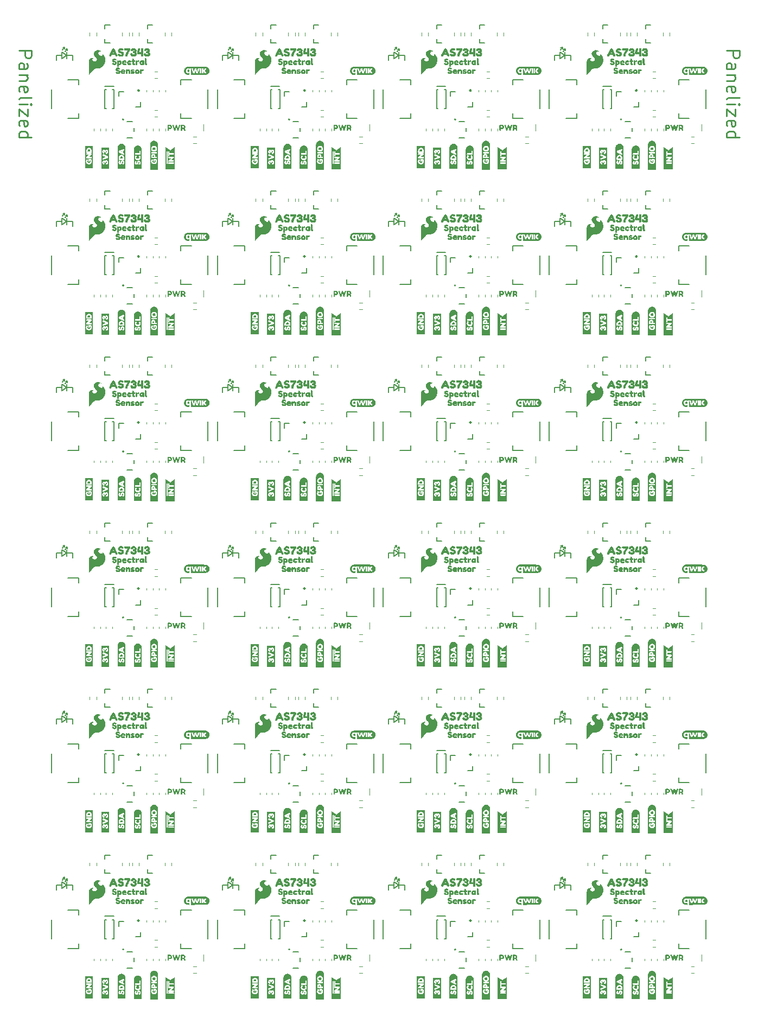
<source format=gto>
%TF.GenerationSoftware,KiCad,Pcbnew,9.0.0*%
%TF.CreationDate,2025-05-07T13:20:36-06:00*%
%TF.ProjectId,SparkFun_AS7343_Qwiic_panelized,53706172-6b46-4756-9e5f-415337333433,v10*%
%TF.SameCoordinates,Original*%
%TF.FileFunction,Legend,Top*%
%TF.FilePolarity,Positive*%
%FSLAX46Y46*%
G04 Gerber Fmt 4.6, Leading zero omitted, Abs format (unit mm)*
G04 Created by KiCad (PCBNEW 9.0.0) date 2025-05-07 13:20:36*
%MOMM*%
%LPD*%
G01*
G04 APERTURE LIST*
%ADD10C,0.250000*%
%ADD11C,0.150000*%
%ADD12C,0.000000*%
%ADD13C,0.203200*%
%ADD14C,0.120000*%
%ADD15C,0.177800*%
%ADD16C,0.212639*%
%ADD17C,0.200000*%
G04 APERTURE END LIST*
D10*
X105862761Y149759336D02*
X107862761Y149759336D01*
X107862761Y149759336D02*
X107862761Y148997431D01*
X107862761Y148997431D02*
X107767523Y148806955D01*
X107767523Y148806955D02*
X107672285Y148711717D01*
X107672285Y148711717D02*
X107481809Y148616479D01*
X107481809Y148616479D02*
X107196095Y148616479D01*
X107196095Y148616479D02*
X107005619Y148711717D01*
X107005619Y148711717D02*
X106910380Y148806955D01*
X106910380Y148806955D02*
X106815142Y148997431D01*
X106815142Y148997431D02*
X106815142Y149759336D01*
X105862761Y146902193D02*
X106910380Y146902193D01*
X106910380Y146902193D02*
X107100857Y146997431D01*
X107100857Y146997431D02*
X107196095Y147187907D01*
X107196095Y147187907D02*
X107196095Y147568860D01*
X107196095Y147568860D02*
X107100857Y147759336D01*
X105958000Y146902193D02*
X105862761Y147092669D01*
X105862761Y147092669D02*
X105862761Y147568860D01*
X105862761Y147568860D02*
X105958000Y147759336D01*
X105958000Y147759336D02*
X106148476Y147854574D01*
X106148476Y147854574D02*
X106338952Y147854574D01*
X106338952Y147854574D02*
X106529428Y147759336D01*
X106529428Y147759336D02*
X106624666Y147568860D01*
X106624666Y147568860D02*
X106624666Y147092669D01*
X106624666Y147092669D02*
X106719904Y146902193D01*
X107196095Y145949812D02*
X105862761Y145949812D01*
X107005619Y145949812D02*
X107100857Y145854574D01*
X107100857Y145854574D02*
X107196095Y145664098D01*
X107196095Y145664098D02*
X107196095Y145378383D01*
X107196095Y145378383D02*
X107100857Y145187907D01*
X107100857Y145187907D02*
X106910380Y145092669D01*
X106910380Y145092669D02*
X105862761Y145092669D01*
X105958000Y143378383D02*
X105862761Y143568859D01*
X105862761Y143568859D02*
X105862761Y143949812D01*
X105862761Y143949812D02*
X105958000Y144140288D01*
X105958000Y144140288D02*
X106148476Y144235526D01*
X106148476Y144235526D02*
X106910380Y144235526D01*
X106910380Y144235526D02*
X107100857Y144140288D01*
X107100857Y144140288D02*
X107196095Y143949812D01*
X107196095Y143949812D02*
X107196095Y143568859D01*
X107196095Y143568859D02*
X107100857Y143378383D01*
X107100857Y143378383D02*
X106910380Y143283145D01*
X106910380Y143283145D02*
X106719904Y143283145D01*
X106719904Y143283145D02*
X106529428Y144235526D01*
X105862761Y142140288D02*
X105958000Y142330764D01*
X105958000Y142330764D02*
X106148476Y142426002D01*
X106148476Y142426002D02*
X107862761Y142426002D01*
X105862761Y141378383D02*
X107196095Y141378383D01*
X107862761Y141378383D02*
X107767523Y141473621D01*
X107767523Y141473621D02*
X107672285Y141378383D01*
X107672285Y141378383D02*
X107767523Y141283145D01*
X107767523Y141283145D02*
X107862761Y141378383D01*
X107862761Y141378383D02*
X107672285Y141378383D01*
X107196095Y140616478D02*
X107196095Y139568859D01*
X107196095Y139568859D02*
X105862761Y140616478D01*
X105862761Y140616478D02*
X105862761Y139568859D01*
X105958000Y138045049D02*
X105862761Y138235525D01*
X105862761Y138235525D02*
X105862761Y138616478D01*
X105862761Y138616478D02*
X105958000Y138806954D01*
X105958000Y138806954D02*
X106148476Y138902192D01*
X106148476Y138902192D02*
X106910380Y138902192D01*
X106910380Y138902192D02*
X107100857Y138806954D01*
X107100857Y138806954D02*
X107196095Y138616478D01*
X107196095Y138616478D02*
X107196095Y138235525D01*
X107196095Y138235525D02*
X107100857Y138045049D01*
X107100857Y138045049D02*
X106910380Y137949811D01*
X106910380Y137949811D02*
X106719904Y137949811D01*
X106719904Y137949811D02*
X106529428Y138902192D01*
X105862761Y136235525D02*
X107862761Y136235525D01*
X105958000Y136235525D02*
X105862761Y136426001D01*
X105862761Y136426001D02*
X105862761Y136806954D01*
X105862761Y136806954D02*
X105958000Y136997430D01*
X105958000Y136997430D02*
X106053238Y137092668D01*
X106053238Y137092668D02*
X106243714Y137187906D01*
X106243714Y137187906D02*
X106815142Y137187906D01*
X106815142Y137187906D02*
X107005619Y137092668D01*
X107005619Y137092668D02*
X107100857Y136997430D01*
X107100857Y136997430D02*
X107196095Y136806954D01*
X107196095Y136806954D02*
X107196095Y136426001D01*
X107196095Y136426001D02*
X107100857Y136235525D01*
X-4587239Y149759336D02*
X-2587239Y149759336D01*
X-2587239Y149759336D02*
X-2587239Y148997431D01*
X-2587239Y148997431D02*
X-2682477Y148806955D01*
X-2682477Y148806955D02*
X-2777715Y148711717D01*
X-2777715Y148711717D02*
X-2968191Y148616479D01*
X-2968191Y148616479D02*
X-3253905Y148616479D01*
X-3253905Y148616479D02*
X-3444381Y148711717D01*
X-3444381Y148711717D02*
X-3539620Y148806955D01*
X-3539620Y148806955D02*
X-3634858Y148997431D01*
X-3634858Y148997431D02*
X-3634858Y149759336D01*
X-4587239Y146902193D02*
X-3539620Y146902193D01*
X-3539620Y146902193D02*
X-3349143Y146997431D01*
X-3349143Y146997431D02*
X-3253905Y147187907D01*
X-3253905Y147187907D02*
X-3253905Y147568860D01*
X-3253905Y147568860D02*
X-3349143Y147759336D01*
X-4492000Y146902193D02*
X-4587239Y147092669D01*
X-4587239Y147092669D02*
X-4587239Y147568860D01*
X-4587239Y147568860D02*
X-4492000Y147759336D01*
X-4492000Y147759336D02*
X-4301524Y147854574D01*
X-4301524Y147854574D02*
X-4111048Y147854574D01*
X-4111048Y147854574D02*
X-3920572Y147759336D01*
X-3920572Y147759336D02*
X-3825334Y147568860D01*
X-3825334Y147568860D02*
X-3825334Y147092669D01*
X-3825334Y147092669D02*
X-3730096Y146902193D01*
X-3253905Y145949812D02*
X-4587239Y145949812D01*
X-3444381Y145949812D02*
X-3349143Y145854574D01*
X-3349143Y145854574D02*
X-3253905Y145664098D01*
X-3253905Y145664098D02*
X-3253905Y145378383D01*
X-3253905Y145378383D02*
X-3349143Y145187907D01*
X-3349143Y145187907D02*
X-3539620Y145092669D01*
X-3539620Y145092669D02*
X-4587239Y145092669D01*
X-4492000Y143378383D02*
X-4587239Y143568859D01*
X-4587239Y143568859D02*
X-4587239Y143949812D01*
X-4587239Y143949812D02*
X-4492000Y144140288D01*
X-4492000Y144140288D02*
X-4301524Y144235526D01*
X-4301524Y144235526D02*
X-3539620Y144235526D01*
X-3539620Y144235526D02*
X-3349143Y144140288D01*
X-3349143Y144140288D02*
X-3253905Y143949812D01*
X-3253905Y143949812D02*
X-3253905Y143568859D01*
X-3253905Y143568859D02*
X-3349143Y143378383D01*
X-3349143Y143378383D02*
X-3539620Y143283145D01*
X-3539620Y143283145D02*
X-3730096Y143283145D01*
X-3730096Y143283145D02*
X-3920572Y144235526D01*
X-4587239Y142140288D02*
X-4492000Y142330764D01*
X-4492000Y142330764D02*
X-4301524Y142426002D01*
X-4301524Y142426002D02*
X-2587239Y142426002D01*
X-4587239Y141378383D02*
X-3253905Y141378383D01*
X-2587239Y141378383D02*
X-2682477Y141473621D01*
X-2682477Y141473621D02*
X-2777715Y141378383D01*
X-2777715Y141378383D02*
X-2682477Y141283145D01*
X-2682477Y141283145D02*
X-2587239Y141378383D01*
X-2587239Y141378383D02*
X-2777715Y141378383D01*
X-3253905Y140616478D02*
X-3253905Y139568859D01*
X-3253905Y139568859D02*
X-4587239Y140616478D01*
X-4587239Y140616478D02*
X-4587239Y139568859D01*
X-4492000Y138045049D02*
X-4587239Y138235525D01*
X-4587239Y138235525D02*
X-4587239Y138616478D01*
X-4587239Y138616478D02*
X-4492000Y138806954D01*
X-4492000Y138806954D02*
X-4301524Y138902192D01*
X-4301524Y138902192D02*
X-3539620Y138902192D01*
X-3539620Y138902192D02*
X-3349143Y138806954D01*
X-3349143Y138806954D02*
X-3253905Y138616478D01*
X-3253905Y138616478D02*
X-3253905Y138235525D01*
X-3253905Y138235525D02*
X-3349143Y138045049D01*
X-3349143Y138045049D02*
X-3539620Y137949811D01*
X-3539620Y137949811D02*
X-3730096Y137949811D01*
X-3730096Y137949811D02*
X-3920572Y138902192D01*
X-4587239Y136235525D02*
X-2587239Y136235525D01*
X-4492000Y136235525D02*
X-4587239Y136426001D01*
X-4587239Y136426001D02*
X-4587239Y136806954D01*
X-4587239Y136806954D02*
X-4492000Y136997430D01*
X-4492000Y136997430D02*
X-4396762Y137092668D01*
X-4396762Y137092668D02*
X-4206286Y137187906D01*
X-4206286Y137187906D02*
X-3634858Y137187906D01*
X-3634858Y137187906D02*
X-3444381Y137092668D01*
X-3444381Y137092668D02*
X-3349143Y136997430D01*
X-3349143Y136997430D02*
X-3253905Y136806954D01*
X-3253905Y136806954D02*
X-3253905Y136426001D01*
X-3253905Y136426001D02*
X-3349143Y136235525D01*
D11*
X80340500Y149605500D02*
X80663500Y150060500D01*
X80340500Y123705500D02*
X80663500Y124160500D01*
X80340500Y97805500D02*
X80663500Y98260500D01*
X80340500Y71905500D02*
X80663500Y72360500D01*
X80340500Y46005500D02*
X80663500Y46460500D01*
X80340500Y20105500D02*
X80663500Y20560500D01*
X54440500Y149605500D02*
X54763500Y150060500D01*
X54440500Y123705500D02*
X54763500Y124160500D01*
X54440500Y97805500D02*
X54763500Y98260500D01*
X54440500Y71905500D02*
X54763500Y72360500D01*
X54440500Y46005500D02*
X54763500Y46460500D01*
X54440500Y20105500D02*
X54763500Y20560500D01*
X28540500Y149605500D02*
X28863500Y150060500D01*
X28540500Y123705500D02*
X28863500Y124160500D01*
X28540500Y97805500D02*
X28863500Y98260500D01*
X28540500Y71905500D02*
X28863500Y72360500D01*
X28540500Y46005500D02*
X28863500Y46460500D01*
X28540500Y20105500D02*
X28863500Y20560500D01*
X2640500Y149605500D02*
X2963500Y150060500D01*
X2640500Y123705500D02*
X2963500Y124160500D01*
X2640500Y97805500D02*
X2963500Y98260500D01*
X2640500Y71905500D02*
X2963500Y72360500D01*
X2640500Y46005500D02*
X2963500Y46460500D01*
X79920500Y149864500D02*
X80243500Y150319500D01*
X79920500Y123964500D02*
X80243500Y124419500D01*
X79920500Y98064500D02*
X80243500Y98519500D01*
X79920500Y72164500D02*
X80243500Y72619500D01*
X79920500Y46264500D02*
X80243500Y46719500D01*
X79920500Y20364500D02*
X80243500Y20819500D01*
X54020500Y149864500D02*
X54343500Y150319500D01*
X54020500Y123964500D02*
X54343500Y124419500D01*
X54020500Y98064500D02*
X54343500Y98519500D01*
X54020500Y72164500D02*
X54343500Y72619500D01*
X54020500Y46264500D02*
X54343500Y46719500D01*
X54020500Y20364500D02*
X54343500Y20819500D01*
X28120500Y149864500D02*
X28443500Y150319500D01*
X28120500Y123964500D02*
X28443500Y124419500D01*
X28120500Y98064500D02*
X28443500Y98519500D01*
X28120500Y72164500D02*
X28443500Y72619500D01*
X28120500Y46264500D02*
X28443500Y46719500D01*
X28120500Y20364500D02*
X28443500Y20819500D01*
X2220500Y149864500D02*
X2543500Y150319500D01*
X2220500Y123964500D02*
X2543500Y124419500D01*
X2220500Y98064500D02*
X2543500Y98519500D01*
X2220500Y72164500D02*
X2543500Y72619500D01*
X2220500Y46264500D02*
X2543500Y46719500D01*
X78970000Y149058000D02*
X79859000Y149058000D01*
X78970000Y123158000D02*
X79859000Y123158000D01*
X78970000Y97258000D02*
X79859000Y97258000D01*
X78970000Y71358000D02*
X79859000Y71358000D01*
X78970000Y45458000D02*
X79859000Y45458000D01*
X78970000Y19558000D02*
X79859000Y19558000D01*
X53070000Y149058000D02*
X53959000Y149058000D01*
X53070000Y123158000D02*
X53959000Y123158000D01*
X53070000Y97258000D02*
X53959000Y97258000D01*
X53070000Y71358000D02*
X53959000Y71358000D01*
X53070000Y45458000D02*
X53959000Y45458000D01*
X53070000Y19558000D02*
X53959000Y19558000D01*
X27170000Y149058000D02*
X28059000Y149058000D01*
X27170000Y123158000D02*
X28059000Y123158000D01*
X27170000Y97258000D02*
X28059000Y97258000D01*
X27170000Y71358000D02*
X28059000Y71358000D01*
X27170000Y45458000D02*
X28059000Y45458000D01*
X27170000Y19558000D02*
X28059000Y19558000D01*
X1270000Y149058000D02*
X2159000Y149058000D01*
X1270000Y123158000D02*
X2159000Y123158000D01*
X1270000Y97258000D02*
X2159000Y97258000D01*
X1270000Y71358000D02*
X2159000Y71358000D01*
X1270000Y45458000D02*
X2159000Y45458000D01*
X80621000Y149058000D02*
X80621000Y148550000D01*
X80621000Y123158000D02*
X80621000Y122650000D01*
X80621000Y97258000D02*
X80621000Y96750000D01*
X80621000Y71358000D02*
X80621000Y70850000D01*
X80621000Y45458000D02*
X80621000Y44950000D01*
X80621000Y19558000D02*
X80621000Y19050000D01*
X54721000Y149058000D02*
X54721000Y148550000D01*
X54721000Y123158000D02*
X54721000Y122650000D01*
X54721000Y97258000D02*
X54721000Y96750000D01*
X54721000Y71358000D02*
X54721000Y70850000D01*
X54721000Y45458000D02*
X54721000Y44950000D01*
X54721000Y19558000D02*
X54721000Y19050000D01*
X28821000Y149058000D02*
X28821000Y148550000D01*
X28821000Y123158000D02*
X28821000Y122650000D01*
X28821000Y97258000D02*
X28821000Y96750000D01*
X28821000Y71358000D02*
X28821000Y70850000D01*
X28821000Y45458000D02*
X28821000Y44950000D01*
X28821000Y19558000D02*
X28821000Y19050000D01*
X2921000Y149058000D02*
X2921000Y148550000D01*
X2921000Y123158000D02*
X2921000Y122650000D01*
X2921000Y97258000D02*
X2921000Y96750000D01*
X2921000Y71358000D02*
X2921000Y70850000D01*
X2921000Y45458000D02*
X2921000Y44950000D01*
X80663500Y150060500D02*
X80663500Y149778500D01*
X80663500Y124160500D02*
X80663500Y123878500D01*
X80663500Y98260500D02*
X80663500Y97978500D01*
X80663500Y72360500D02*
X80663500Y72078500D01*
X80663500Y46460500D02*
X80663500Y46178500D01*
X80663500Y20560500D02*
X80663500Y20278500D01*
X54763500Y150060500D02*
X54763500Y149778500D01*
X54763500Y124160500D02*
X54763500Y123878500D01*
X54763500Y98260500D02*
X54763500Y97978500D01*
X54763500Y72360500D02*
X54763500Y72078500D01*
X54763500Y46460500D02*
X54763500Y46178500D01*
X54763500Y20560500D02*
X54763500Y20278500D01*
X28863500Y150060500D02*
X28863500Y149778500D01*
X28863500Y124160500D02*
X28863500Y123878500D01*
X28863500Y98260500D02*
X28863500Y97978500D01*
X28863500Y72360500D02*
X28863500Y72078500D01*
X28863500Y46460500D02*
X28863500Y46178500D01*
X28863500Y20560500D02*
X28863500Y20278500D01*
X2963500Y150060500D02*
X2963500Y149778500D01*
X2963500Y124160500D02*
X2963500Y123878500D01*
X2963500Y98260500D02*
X2963500Y97978500D01*
X2963500Y72360500D02*
X2963500Y72078500D01*
X2963500Y46460500D02*
X2963500Y46178500D01*
X81510000Y149058000D02*
X81510000Y148296000D01*
X81510000Y123158000D02*
X81510000Y122396000D01*
X81510000Y97258000D02*
X81510000Y96496000D01*
X81510000Y71358000D02*
X81510000Y70596000D01*
X81510000Y45458000D02*
X81510000Y44696000D01*
X81510000Y19558000D02*
X81510000Y18796000D01*
X55610000Y149058000D02*
X55610000Y148296000D01*
X55610000Y123158000D02*
X55610000Y122396000D01*
X55610000Y97258000D02*
X55610000Y96496000D01*
X55610000Y71358000D02*
X55610000Y70596000D01*
X55610000Y45458000D02*
X55610000Y44696000D01*
X55610000Y19558000D02*
X55610000Y18796000D01*
X29710000Y149058000D02*
X29710000Y148296000D01*
X29710000Y123158000D02*
X29710000Y122396000D01*
X29710000Y97258000D02*
X29710000Y96496000D01*
X29710000Y71358000D02*
X29710000Y70596000D01*
X29710000Y45458000D02*
X29710000Y44696000D01*
X29710000Y19558000D02*
X29710000Y18796000D01*
X3810000Y149058000D02*
X3810000Y148296000D01*
X3810000Y123158000D02*
X3810000Y122396000D01*
X3810000Y97258000D02*
X3810000Y96496000D01*
X3810000Y71358000D02*
X3810000Y70596000D01*
X3810000Y45458000D02*
X3810000Y44696000D01*
X80243500Y150319500D02*
X80243500Y150037500D01*
X80243500Y124419500D02*
X80243500Y124137500D01*
X80243500Y98519500D02*
X80243500Y98237500D01*
X80243500Y72619500D02*
X80243500Y72337500D01*
X80243500Y46719500D02*
X80243500Y46437500D01*
X80243500Y20819500D02*
X80243500Y20537500D01*
X54343500Y150319500D02*
X54343500Y150037500D01*
X54343500Y124419500D02*
X54343500Y124137500D01*
X54343500Y98519500D02*
X54343500Y98237500D01*
X54343500Y72619500D02*
X54343500Y72337500D01*
X54343500Y46719500D02*
X54343500Y46437500D01*
X54343500Y20819500D02*
X54343500Y20537500D01*
X28443500Y150319500D02*
X28443500Y150037500D01*
X28443500Y124419500D02*
X28443500Y124137500D01*
X28443500Y98519500D02*
X28443500Y98237500D01*
X28443500Y72619500D02*
X28443500Y72337500D01*
X28443500Y46719500D02*
X28443500Y46437500D01*
X28443500Y20819500D02*
X28443500Y20537500D01*
X2543500Y150319500D02*
X2543500Y150037500D01*
X2543500Y124419500D02*
X2543500Y124137500D01*
X2543500Y98519500D02*
X2543500Y98237500D01*
X2543500Y72619500D02*
X2543500Y72337500D01*
X2543500Y46719500D02*
X2543500Y46437500D01*
X80621000Y149058000D02*
X79859000Y148550000D01*
X80621000Y123158000D02*
X79859000Y122650000D01*
X80621000Y97258000D02*
X79859000Y96750000D01*
X80621000Y71358000D02*
X79859000Y70850000D01*
X80621000Y45458000D02*
X79859000Y44950000D01*
X80621000Y19558000D02*
X79859000Y19050000D01*
X54721000Y149058000D02*
X53959000Y148550000D01*
X54721000Y123158000D02*
X53959000Y122650000D01*
X54721000Y97258000D02*
X53959000Y96750000D01*
X54721000Y71358000D02*
X53959000Y70850000D01*
X54721000Y45458000D02*
X53959000Y44950000D01*
X54721000Y19558000D02*
X53959000Y19050000D01*
X28821000Y149058000D02*
X28059000Y148550000D01*
X28821000Y123158000D02*
X28059000Y122650000D01*
X28821000Y97258000D02*
X28059000Y96750000D01*
X28821000Y71358000D02*
X28059000Y70850000D01*
X28821000Y45458000D02*
X28059000Y44950000D01*
X28821000Y19558000D02*
X28059000Y19050000D01*
X2921000Y149058000D02*
X2159000Y148550000D01*
X2921000Y123158000D02*
X2159000Y122650000D01*
X2921000Y97258000D02*
X2159000Y96750000D01*
X2921000Y71358000D02*
X2159000Y70850000D01*
X2921000Y45458000D02*
X2159000Y44950000D01*
X79859000Y149058000D02*
X79859000Y149566000D01*
X79859000Y123158000D02*
X79859000Y123666000D01*
X79859000Y97258000D02*
X79859000Y97766000D01*
X79859000Y71358000D02*
X79859000Y71866000D01*
X79859000Y45458000D02*
X79859000Y45966000D01*
X79859000Y19558000D02*
X79859000Y20066000D01*
X53959000Y149058000D02*
X53959000Y149566000D01*
X53959000Y123158000D02*
X53959000Y123666000D01*
X53959000Y97258000D02*
X53959000Y97766000D01*
X53959000Y71358000D02*
X53959000Y71866000D01*
X53959000Y45458000D02*
X53959000Y45966000D01*
X53959000Y19558000D02*
X53959000Y20066000D01*
X28059000Y149058000D02*
X28059000Y149566000D01*
X28059000Y123158000D02*
X28059000Y123666000D01*
X28059000Y97258000D02*
X28059000Y97766000D01*
X28059000Y71358000D02*
X28059000Y71866000D01*
X28059000Y45458000D02*
X28059000Y45966000D01*
X28059000Y19558000D02*
X28059000Y20066000D01*
X2159000Y149058000D02*
X2159000Y149566000D01*
X2159000Y123158000D02*
X2159000Y123666000D01*
X2159000Y97258000D02*
X2159000Y97766000D01*
X2159000Y71358000D02*
X2159000Y71866000D01*
X2159000Y45458000D02*
X2159000Y45966000D01*
X80663500Y150060500D02*
X80390500Y149958500D01*
X80663500Y124160500D02*
X80390500Y124058500D01*
X80663500Y98260500D02*
X80390500Y98158500D01*
X80663500Y72360500D02*
X80390500Y72258500D01*
X80663500Y46460500D02*
X80390500Y46358500D01*
X80663500Y20560500D02*
X80390500Y20458500D01*
X54763500Y150060500D02*
X54490500Y149958500D01*
X54763500Y124160500D02*
X54490500Y124058500D01*
X54763500Y98260500D02*
X54490500Y98158500D01*
X54763500Y72360500D02*
X54490500Y72258500D01*
X54763500Y46460500D02*
X54490500Y46358500D01*
X54763500Y20560500D02*
X54490500Y20458500D01*
X28863500Y150060500D02*
X28590500Y149958500D01*
X28863500Y124160500D02*
X28590500Y124058500D01*
X28863500Y98260500D02*
X28590500Y98158500D01*
X28863500Y72360500D02*
X28590500Y72258500D01*
X28863500Y46460500D02*
X28590500Y46358500D01*
X28863500Y20560500D02*
X28590500Y20458500D01*
X2963500Y150060500D02*
X2690500Y149958500D01*
X2963500Y124160500D02*
X2690500Y124058500D01*
X2963500Y98260500D02*
X2690500Y98158500D01*
X2963500Y72360500D02*
X2690500Y72258500D01*
X2963500Y46460500D02*
X2690500Y46358500D01*
X80621000Y149058000D02*
X81510000Y149058000D01*
X80621000Y123158000D02*
X81510000Y123158000D01*
X80621000Y97258000D02*
X81510000Y97258000D01*
X80621000Y71358000D02*
X81510000Y71358000D01*
X80621000Y45458000D02*
X81510000Y45458000D01*
X80621000Y19558000D02*
X81510000Y19558000D01*
X54721000Y149058000D02*
X55610000Y149058000D01*
X54721000Y123158000D02*
X55610000Y123158000D01*
X54721000Y97258000D02*
X55610000Y97258000D01*
X54721000Y71358000D02*
X55610000Y71358000D01*
X54721000Y45458000D02*
X55610000Y45458000D01*
X54721000Y19558000D02*
X55610000Y19558000D01*
X28821000Y149058000D02*
X29710000Y149058000D01*
X28821000Y123158000D02*
X29710000Y123158000D01*
X28821000Y97258000D02*
X29710000Y97258000D01*
X28821000Y71358000D02*
X29710000Y71358000D01*
X28821000Y45458000D02*
X29710000Y45458000D01*
X28821000Y19558000D02*
X29710000Y19558000D01*
X2921000Y149058000D02*
X3810000Y149058000D01*
X2921000Y123158000D02*
X3810000Y123158000D01*
X2921000Y97258000D02*
X3810000Y97258000D01*
X2921000Y71358000D02*
X3810000Y71358000D01*
X2921000Y45458000D02*
X3810000Y45458000D01*
X80243500Y150319500D02*
X79970500Y150217500D01*
X80243500Y124419500D02*
X79970500Y124317500D01*
X80243500Y98519500D02*
X79970500Y98417500D01*
X80243500Y72619500D02*
X79970500Y72517500D01*
X80243500Y46719500D02*
X79970500Y46617500D01*
X80243500Y20819500D02*
X79970500Y20717500D01*
X54343500Y150319500D02*
X54070500Y150217500D01*
X54343500Y124419500D02*
X54070500Y124317500D01*
X54343500Y98519500D02*
X54070500Y98417500D01*
X54343500Y72619500D02*
X54070500Y72517500D01*
X54343500Y46719500D02*
X54070500Y46617500D01*
X54343500Y20819500D02*
X54070500Y20717500D01*
X28443500Y150319500D02*
X28170500Y150217500D01*
X28443500Y124419500D02*
X28170500Y124317500D01*
X28443500Y98519500D02*
X28170500Y98417500D01*
X28443500Y72619500D02*
X28170500Y72517500D01*
X28443500Y46719500D02*
X28170500Y46617500D01*
X28443500Y20819500D02*
X28170500Y20717500D01*
X2543500Y150319500D02*
X2270500Y150217500D01*
X2543500Y124419500D02*
X2270500Y124317500D01*
X2543500Y98519500D02*
X2270500Y98417500D01*
X2543500Y72619500D02*
X2270500Y72517500D01*
X2543500Y46719500D02*
X2270500Y46617500D01*
X78970000Y148296000D02*
X78970000Y149058000D01*
X78970000Y122396000D02*
X78970000Y123158000D01*
X78970000Y96496000D02*
X78970000Y97258000D01*
X78970000Y70596000D02*
X78970000Y71358000D01*
X78970000Y44696000D02*
X78970000Y45458000D01*
X78970000Y18796000D02*
X78970000Y19558000D01*
X53070000Y148296000D02*
X53070000Y149058000D01*
X53070000Y122396000D02*
X53070000Y123158000D01*
X53070000Y96496000D02*
X53070000Y97258000D01*
X53070000Y70596000D02*
X53070000Y71358000D01*
X53070000Y44696000D02*
X53070000Y45458000D01*
X53070000Y18796000D02*
X53070000Y19558000D01*
X27170000Y148296000D02*
X27170000Y149058000D01*
X27170000Y122396000D02*
X27170000Y123158000D01*
X27170000Y96496000D02*
X27170000Y97258000D01*
X27170000Y70596000D02*
X27170000Y71358000D01*
X27170000Y44696000D02*
X27170000Y45458000D01*
X27170000Y18796000D02*
X27170000Y19558000D01*
X1270000Y148296000D02*
X1270000Y149058000D01*
X1270000Y122396000D02*
X1270000Y123158000D01*
X1270000Y96496000D02*
X1270000Y97258000D01*
X1270000Y70596000D02*
X1270000Y71358000D01*
X1270000Y44696000D02*
X1270000Y45458000D01*
X80621000Y149058000D02*
X80621000Y149566000D01*
X80621000Y123158000D02*
X80621000Y123666000D01*
X80621000Y97258000D02*
X80621000Y97766000D01*
X80621000Y71358000D02*
X80621000Y71866000D01*
X80621000Y45458000D02*
X80621000Y45966000D01*
X80621000Y19558000D02*
X80621000Y20066000D01*
X54721000Y149058000D02*
X54721000Y149566000D01*
X54721000Y123158000D02*
X54721000Y123666000D01*
X54721000Y97258000D02*
X54721000Y97766000D01*
X54721000Y71358000D02*
X54721000Y71866000D01*
X54721000Y45458000D02*
X54721000Y45966000D01*
X54721000Y19558000D02*
X54721000Y20066000D01*
X28821000Y149058000D02*
X28821000Y149566000D01*
X28821000Y123158000D02*
X28821000Y123666000D01*
X28821000Y97258000D02*
X28821000Y97766000D01*
X28821000Y71358000D02*
X28821000Y71866000D01*
X28821000Y45458000D02*
X28821000Y45966000D01*
X28821000Y19558000D02*
X28821000Y20066000D01*
X2921000Y149058000D02*
X2921000Y149566000D01*
X2921000Y123158000D02*
X2921000Y123666000D01*
X2921000Y97258000D02*
X2921000Y97766000D01*
X2921000Y71358000D02*
X2921000Y71866000D01*
X2921000Y45458000D02*
X2921000Y45966000D01*
X79859000Y149566000D02*
X80621000Y149058000D01*
X79859000Y123666000D02*
X80621000Y123158000D01*
X79859000Y97766000D02*
X80621000Y97258000D01*
X79859000Y71866000D02*
X80621000Y71358000D01*
X79859000Y45966000D02*
X80621000Y45458000D01*
X79859000Y20066000D02*
X80621000Y19558000D01*
X53959000Y149566000D02*
X54721000Y149058000D01*
X53959000Y123666000D02*
X54721000Y123158000D01*
X53959000Y97766000D02*
X54721000Y97258000D01*
X53959000Y71866000D02*
X54721000Y71358000D01*
X53959000Y45966000D02*
X54721000Y45458000D01*
X53959000Y20066000D02*
X54721000Y19558000D01*
X28059000Y149566000D02*
X28821000Y149058000D01*
X28059000Y123666000D02*
X28821000Y123158000D01*
X28059000Y97766000D02*
X28821000Y97258000D01*
X28059000Y71866000D02*
X28821000Y71358000D01*
X28059000Y45966000D02*
X28821000Y45458000D01*
X28059000Y20066000D02*
X28821000Y19558000D01*
X2159000Y149566000D02*
X2921000Y149058000D01*
X2159000Y123666000D02*
X2921000Y123158000D01*
X2159000Y97766000D02*
X2921000Y97258000D01*
X2159000Y71866000D02*
X2921000Y71358000D01*
X2159000Y45966000D02*
X2921000Y45458000D01*
X79859000Y148550000D02*
X79859000Y149058000D01*
X79859000Y122650000D02*
X79859000Y123158000D01*
X79859000Y96750000D02*
X79859000Y97258000D01*
X79859000Y70850000D02*
X79859000Y71358000D01*
X79859000Y44950000D02*
X79859000Y45458000D01*
X79859000Y19050000D02*
X79859000Y19558000D01*
X53959000Y148550000D02*
X53959000Y149058000D01*
X53959000Y122650000D02*
X53959000Y123158000D01*
X53959000Y96750000D02*
X53959000Y97258000D01*
X53959000Y70850000D02*
X53959000Y71358000D01*
X53959000Y44950000D02*
X53959000Y45458000D01*
X53959000Y19050000D02*
X53959000Y19558000D01*
X28059000Y148550000D02*
X28059000Y149058000D01*
X28059000Y122650000D02*
X28059000Y123158000D01*
X28059000Y96750000D02*
X28059000Y97258000D01*
X28059000Y70850000D02*
X28059000Y71358000D01*
X28059000Y44950000D02*
X28059000Y45458000D01*
X28059000Y19050000D02*
X28059000Y19558000D01*
X2159000Y148550000D02*
X2159000Y149058000D01*
X2159000Y122650000D02*
X2159000Y123158000D01*
X2159000Y96750000D02*
X2159000Y97258000D01*
X2159000Y70850000D02*
X2159000Y71358000D01*
X2159000Y44950000D02*
X2159000Y45458000D01*
X2159000Y19050000D02*
X2159000Y19558000D01*
X2159000Y20066000D02*
X2921000Y19558000D01*
X2921000Y19558000D02*
X2921000Y20066000D01*
X1270000Y18796000D02*
X1270000Y19558000D01*
X2543500Y20819500D02*
X2270500Y20717500D01*
X2921000Y19558000D02*
X3810000Y19558000D01*
X2963500Y20560500D02*
X2690500Y20458500D01*
X2159000Y19558000D02*
X2159000Y20066000D01*
X2921000Y19558000D02*
X2159000Y19050000D01*
X2543500Y20819500D02*
X2543500Y20537500D01*
X3810000Y19558000D02*
X3810000Y18796000D01*
X2963500Y20560500D02*
X2963500Y20278500D01*
X2921000Y19558000D02*
X2921000Y19050000D01*
X1270000Y19558000D02*
X2159000Y19558000D01*
X2220500Y20364500D02*
X2543500Y20819500D01*
X2640500Y20105500D02*
X2963500Y20560500D01*
D12*
%TO.C,kibuzzard-67ED66F3*%
G36*
X92958655Y148585243D02*
G01*
X92997282Y148552339D01*
X93010873Y148512282D01*
X93013734Y148463641D01*
X93013734Y147847046D01*
X93018741Y147796259D01*
X93052361Y147788391D01*
X93082403Y147786245D01*
X93110300Y147774084D01*
X93134621Y147736888D01*
X93142489Y147666788D01*
X93134621Y147592396D01*
X93110300Y147553054D01*
X93082403Y147540179D01*
X93050930Y147538033D01*
X92970815Y147540358D01*
X92910730Y147547332D01*
X92822031Y147587389D01*
X92769099Y147676087D01*
X92758369Y147743863D01*
X92754793Y147831309D01*
X92754793Y148465072D01*
X92756938Y148514428D01*
X92770529Y148553054D01*
X92810587Y148585243D01*
X92884979Y148595258D01*
X92958655Y148585243D01*
G37*
G36*
X91777682Y148268362D02*
G01*
X91829185Y148255486D01*
X91875680Y148223298D01*
X91893562Y148168934D01*
X91885694Y148101874D01*
X91862089Y148046617D01*
X91781974Y147997260D01*
X91726896Y148007990D01*
X91691845Y148018720D01*
X91621030Y147997976D01*
X91593133Y147945758D01*
X91593133Y147666788D01*
X91590987Y147618147D01*
X91577396Y147580236D01*
X91537339Y147548047D01*
X91461516Y147538033D01*
X91387840Y147548047D01*
X91348498Y147580951D01*
X91334907Y147620293D01*
X91332761Y147669649D01*
X91332761Y148136030D01*
X91334907Y148184671D01*
X91348498Y148222582D01*
X91387840Y148254771D01*
X91462947Y148264785D01*
X91545923Y148250122D01*
X91585980Y148206130D01*
X91658226Y148255486D01*
X91734764Y148271938D01*
X91777682Y148268362D01*
G37*
G36*
X90466524Y148259063D02*
G01*
X90561660Y148216144D01*
X90599571Y148191109D01*
X90626753Y148160351D01*
X90640343Y148117432D01*
X90610300Y148035887D01*
X90558798Y147976874D01*
X90507296Y147957203D01*
X90436481Y147982954D01*
X90364235Y148008705D01*
X90289843Y147977947D01*
X90258369Y147902840D01*
X90289127Y147827017D01*
X90361373Y147795544D01*
X90424320Y147814142D01*
X90498712Y147845615D01*
X90548426Y147826660D01*
X90606009Y147769793D01*
X90638595Y147703666D01*
X90623812Y147642627D01*
X90561660Y147586674D01*
X90464378Y147544828D01*
X90367096Y147530880D01*
X90305043Y147536960D01*
X90241917Y147555200D01*
X90179864Y147584528D01*
X90121030Y147623870D01*
X90069170Y147675551D01*
X90028040Y147741896D01*
X90001216Y147819328D01*
X89992275Y147904270D01*
X90001216Y147987961D01*
X90028040Y148064499D01*
X90068991Y148130129D01*
X90120315Y148181094D01*
X90178612Y148219900D01*
X90240486Y148249049D01*
X90303255Y148267289D01*
X90364235Y148273369D01*
X90466524Y148259063D01*
G37*
G36*
X92606724Y148254771D02*
G01*
X92646066Y148221867D01*
X92659657Y148182525D01*
X92661803Y148134599D01*
X92661803Y147669649D01*
X92659657Y147621009D01*
X92646066Y147583097D01*
X92606009Y147550908D01*
X92531617Y147540894D01*
X92450429Y147553770D01*
X92410014Y147592396D01*
X92341702Y147553770D01*
X92295565Y147546517D01*
X92259800Y147540894D01*
X92177062Y147553134D01*
X92100525Y147589853D01*
X92030186Y147651052D01*
X91974154Y147728146D01*
X91940534Y147812552D01*
X91929678Y147901409D01*
X92188269Y147901409D01*
X92220458Y147830594D01*
X92295565Y147799835D01*
X92364950Y147830594D01*
X92394278Y147902840D01*
X92364950Y147975801D01*
X92292704Y148005844D01*
X92219027Y147974371D01*
X92188269Y147901409D01*
X91929678Y147901409D01*
X91929328Y147904270D01*
X91940614Y147993604D01*
X91974471Y148076580D01*
X92030901Y148153197D01*
X92101478Y148214396D01*
X92177778Y148251115D01*
X92259800Y148263355D01*
X92343848Y148249049D01*
X92410014Y148206130D01*
X92446495Y148250122D01*
X92533047Y148264785D01*
X92606724Y148254771D01*
G37*
G36*
X89703052Y148270190D02*
G01*
X89784835Y148239193D01*
X89849928Y148187532D01*
X89913770Y148092039D01*
X89935050Y147991538D01*
X89925215Y147920544D01*
X89895708Y147867790D01*
X89850107Y147835064D01*
X89791989Y147824156D01*
X89487268Y147824156D01*
X89530186Y147769793D01*
X89614592Y147749764D01*
X89730472Y147768362D01*
X89796280Y147786960D01*
X89843491Y147769793D01*
X89882117Y147718290D01*
X89900715Y147652482D01*
X89882117Y147595526D01*
X89826323Y147554843D01*
X89733333Y147530433D01*
X89603147Y147522296D01*
X89507296Y147531059D01*
X89422890Y147557346D01*
X89352969Y147597940D01*
X89300572Y147649621D01*
X89262303Y147708276D01*
X89234764Y147769793D01*
X89218133Y147833455D01*
X89212589Y147898548D01*
X89219507Y147958634D01*
X89487268Y147958634D01*
X89647496Y147958634D01*
X89686123Y147992969D01*
X89663233Y148035172D01*
X89601717Y148050193D01*
X89520887Y148022296D01*
X89487268Y147958634D01*
X89219507Y147958634D01*
X89224750Y148004175D01*
X89261230Y148095973D01*
X89322031Y148173941D01*
X89402066Y148233153D01*
X89496249Y148268680D01*
X89604578Y148280522D01*
X89703052Y148270190D01*
G37*
G36*
X88657868Y148253340D02*
G01*
X88704721Y148219006D01*
X88771602Y148252268D01*
X88846352Y148263355D01*
X88928374Y148251115D01*
X89004673Y148214396D01*
X89075250Y148153197D01*
X89131680Y148076580D01*
X89165538Y147993604D01*
X89176824Y147904270D01*
X89165697Y147814062D01*
X89132316Y147732279D01*
X89076681Y147658920D01*
X89006581Y147601298D01*
X88929804Y147566725D01*
X88846352Y147555200D01*
X88812017Y147559555D01*
X88773033Y147564499D01*
X88710443Y147592396D01*
X88710443Y147362067D01*
X88709728Y147314857D01*
X88696137Y147275515D01*
X88656080Y147244757D01*
X88581688Y147234742D01*
X88519456Y147242611D01*
X88481545Y147260494D01*
X88462232Y147289821D01*
X88455079Y147322010D01*
X88454363Y147360637D01*
X88454363Y147901409D01*
X88710443Y147901409D01*
X88740486Y147829163D01*
X88812017Y147798405D01*
X88884979Y147829163D01*
X88916452Y147901409D01*
X88886409Y147974371D01*
X88813448Y148004413D01*
X88740486Y147974371D01*
X88710443Y147901409D01*
X88454363Y147901409D01*
X88454363Y148137461D01*
X88456509Y148184671D01*
X88469385Y148222582D01*
X88508011Y148254771D01*
X88580258Y148264785D01*
X88657868Y148253340D01*
G37*
G36*
X91014449Y148495114D02*
G01*
X91053791Y148462926D01*
X91068097Y148422868D01*
X91070959Y148374943D01*
X91070959Y148260494D01*
X91146781Y148263355D01*
X91184692Y148262639D01*
X91218312Y148254771D01*
X91249070Y148234742D01*
X91267668Y148195401D01*
X91275536Y148131738D01*
X91264807Y148060923D01*
X91233333Y148021581D01*
X91193991Y148006559D01*
X91145351Y148002983D01*
X91070959Y148004413D01*
X91070959Y147838462D01*
X91078827Y147795544D01*
X91109585Y147784099D01*
X91162518Y147781237D01*
X91201144Y147767647D01*
X91229757Y147732597D01*
X91238340Y147666788D01*
X91227611Y147593112D01*
X91193991Y147553770D01*
X91154649Y147540179D01*
X91108155Y147538033D01*
X91015880Y147545822D01*
X90941249Y147569189D01*
X90884263Y147608133D01*
X90844127Y147663450D01*
X90820045Y147735935D01*
X90812017Y147825587D01*
X90812017Y148007275D01*
X90776252Y148007275D01*
X90709728Y148038748D01*
X90690415Y148133169D01*
X90713305Y148225443D01*
X90781974Y148256202D01*
X90812017Y148256202D01*
X90812017Y148380665D01*
X90814163Y148428591D01*
X90827754Y148465787D01*
X90867096Y148495830D01*
X90942203Y148505129D01*
X91014449Y148495114D01*
G37*
G36*
X88124527Y148545663D02*
G01*
X88215610Y148517051D01*
X88289843Y148469363D01*
X88341345Y148395687D01*
X88307010Y148307704D01*
X88222604Y148238319D01*
X88126753Y148264785D01*
X88110300Y148278376D01*
X88090272Y148294828D01*
X88062375Y148305558D01*
X88015165Y148310565D01*
X87962232Y148292682D01*
X87939342Y148249049D01*
X87964378Y148202554D01*
X88020887Y148177518D01*
X88108155Y148159635D01*
X88199714Y148137461D01*
X88280722Y148100265D01*
X88343491Y148045901D01*
X88383727Y147968290D01*
X88397139Y147861352D01*
X88391059Y147793040D01*
X88372818Y147731166D01*
X88310587Y147634599D01*
X88222604Y147570937D01*
X88124607Y147534456D01*
X88029471Y147523727D01*
X87949356Y147530165D01*
X87882117Y147545901D01*
X87827039Y147569506D01*
X87782690Y147596688D01*
X87748355Y147624585D01*
X87723319Y147649621D01*
X87707582Y147669649D01*
X87698999Y147679664D01*
X87663233Y147772654D01*
X87723319Y147864213D01*
X87782769Y147897276D01*
X87844762Y147887739D01*
X87909299Y147835601D01*
X87967239Y147783383D01*
X88023748Y147769793D01*
X88108155Y147790536D01*
X88133906Y147857060D01*
X88096710Y147901409D01*
X87984406Y147935029D01*
X87916273Y147953448D01*
X87862089Y147972940D01*
X87781974Y148018720D01*
X87724750Y148080236D01*
X87690415Y148157489D01*
X87678970Y148250479D01*
X87689620Y148333216D01*
X87721570Y148405939D01*
X87774821Y148468648D01*
X87844285Y148516733D01*
X87924877Y148545583D01*
X88016595Y148555200D01*
X88124527Y148545663D01*
G37*
G36*
X92958655Y122685243D02*
G01*
X92997282Y122652339D01*
X93010873Y122612282D01*
X93013734Y122563641D01*
X93013734Y121947046D01*
X93018741Y121896259D01*
X93052361Y121888391D01*
X93082403Y121886245D01*
X93110300Y121874084D01*
X93134621Y121836888D01*
X93142489Y121766788D01*
X93134621Y121692396D01*
X93110300Y121653054D01*
X93082403Y121640179D01*
X93050930Y121638033D01*
X92970815Y121640358D01*
X92910730Y121647332D01*
X92822031Y121687389D01*
X92769099Y121776087D01*
X92758369Y121843863D01*
X92754793Y121931309D01*
X92754793Y122565072D01*
X92756938Y122614428D01*
X92770529Y122653054D01*
X92810587Y122685243D01*
X92884979Y122695258D01*
X92958655Y122685243D01*
G37*
G36*
X91777682Y122368362D02*
G01*
X91829185Y122355486D01*
X91875680Y122323298D01*
X91893562Y122268934D01*
X91885694Y122201874D01*
X91862089Y122146617D01*
X91781974Y122097260D01*
X91726896Y122107990D01*
X91691845Y122118720D01*
X91621030Y122097976D01*
X91593133Y122045758D01*
X91593133Y121766788D01*
X91590987Y121718147D01*
X91577396Y121680236D01*
X91537339Y121648047D01*
X91461516Y121638033D01*
X91387840Y121648047D01*
X91348498Y121680951D01*
X91334907Y121720293D01*
X91332761Y121769649D01*
X91332761Y122236030D01*
X91334907Y122284671D01*
X91348498Y122322582D01*
X91387840Y122354771D01*
X91462947Y122364785D01*
X91545923Y122350122D01*
X91585980Y122306130D01*
X91658226Y122355486D01*
X91734764Y122371938D01*
X91777682Y122368362D01*
G37*
G36*
X90466524Y122359063D02*
G01*
X90561660Y122316144D01*
X90599571Y122291109D01*
X90626753Y122260351D01*
X90640343Y122217432D01*
X90610300Y122135887D01*
X90558798Y122076874D01*
X90507296Y122057203D01*
X90436481Y122082954D01*
X90364235Y122108705D01*
X90289843Y122077947D01*
X90258369Y122002840D01*
X90289127Y121927017D01*
X90361373Y121895544D01*
X90424320Y121914142D01*
X90498712Y121945615D01*
X90548426Y121926660D01*
X90606009Y121869793D01*
X90638595Y121803666D01*
X90623812Y121742627D01*
X90561660Y121686674D01*
X90464378Y121644828D01*
X90367096Y121630880D01*
X90305043Y121636960D01*
X90241917Y121655200D01*
X90179864Y121684528D01*
X90121030Y121723870D01*
X90069170Y121775551D01*
X90028040Y121841896D01*
X90001216Y121919328D01*
X89992275Y122004270D01*
X90001216Y122087961D01*
X90028040Y122164499D01*
X90068991Y122230129D01*
X90120315Y122281094D01*
X90178612Y122319900D01*
X90240486Y122349049D01*
X90303255Y122367289D01*
X90364235Y122373369D01*
X90466524Y122359063D01*
G37*
G36*
X92606724Y122354771D02*
G01*
X92646066Y122321867D01*
X92659657Y122282525D01*
X92661803Y122234599D01*
X92661803Y121769649D01*
X92659657Y121721009D01*
X92646066Y121683097D01*
X92606009Y121650908D01*
X92531617Y121640894D01*
X92450429Y121653770D01*
X92410014Y121692396D01*
X92341702Y121653770D01*
X92295565Y121646517D01*
X92259800Y121640894D01*
X92177062Y121653134D01*
X92100525Y121689853D01*
X92030186Y121751052D01*
X91974154Y121828146D01*
X91940534Y121912552D01*
X91929678Y122001409D01*
X92188269Y122001409D01*
X92220458Y121930594D01*
X92295565Y121899835D01*
X92364950Y121930594D01*
X92394278Y122002840D01*
X92364950Y122075801D01*
X92292704Y122105844D01*
X92219027Y122074371D01*
X92188269Y122001409D01*
X91929678Y122001409D01*
X91929328Y122004270D01*
X91940614Y122093604D01*
X91974471Y122176580D01*
X92030901Y122253197D01*
X92101478Y122314396D01*
X92177778Y122351115D01*
X92259800Y122363355D01*
X92343848Y122349049D01*
X92410014Y122306130D01*
X92446495Y122350122D01*
X92533047Y122364785D01*
X92606724Y122354771D01*
G37*
G36*
X89703052Y122370190D02*
G01*
X89784835Y122339193D01*
X89849928Y122287532D01*
X89913770Y122192039D01*
X89935050Y122091538D01*
X89925215Y122020544D01*
X89895708Y121967790D01*
X89850107Y121935064D01*
X89791989Y121924156D01*
X89487268Y121924156D01*
X89530186Y121869793D01*
X89614592Y121849764D01*
X89730472Y121868362D01*
X89796280Y121886960D01*
X89843491Y121869793D01*
X89882117Y121818290D01*
X89900715Y121752482D01*
X89882117Y121695526D01*
X89826323Y121654843D01*
X89733333Y121630433D01*
X89603147Y121622296D01*
X89507296Y121631059D01*
X89422890Y121657346D01*
X89352969Y121697940D01*
X89300572Y121749621D01*
X89262303Y121808276D01*
X89234764Y121869793D01*
X89218133Y121933455D01*
X89212589Y121998548D01*
X89219507Y122058634D01*
X89487268Y122058634D01*
X89647496Y122058634D01*
X89686123Y122092969D01*
X89663233Y122135172D01*
X89601717Y122150193D01*
X89520887Y122122296D01*
X89487268Y122058634D01*
X89219507Y122058634D01*
X89224750Y122104175D01*
X89261230Y122195973D01*
X89322031Y122273941D01*
X89402066Y122333153D01*
X89496249Y122368680D01*
X89604578Y122380522D01*
X89703052Y122370190D01*
G37*
G36*
X88657868Y122353340D02*
G01*
X88704721Y122319006D01*
X88771602Y122352268D01*
X88846352Y122363355D01*
X88928374Y122351115D01*
X89004673Y122314396D01*
X89075250Y122253197D01*
X89131680Y122176580D01*
X89165538Y122093604D01*
X89176824Y122004270D01*
X89165697Y121914062D01*
X89132316Y121832279D01*
X89076681Y121758920D01*
X89006581Y121701298D01*
X88929804Y121666725D01*
X88846352Y121655200D01*
X88812017Y121659555D01*
X88773033Y121664499D01*
X88710443Y121692396D01*
X88710443Y121462067D01*
X88709728Y121414857D01*
X88696137Y121375515D01*
X88656080Y121344757D01*
X88581688Y121334742D01*
X88519456Y121342611D01*
X88481545Y121360494D01*
X88462232Y121389821D01*
X88455079Y121422010D01*
X88454363Y121460637D01*
X88454363Y122001409D01*
X88710443Y122001409D01*
X88740486Y121929163D01*
X88812017Y121898405D01*
X88884979Y121929163D01*
X88916452Y122001409D01*
X88886409Y122074371D01*
X88813448Y122104413D01*
X88740486Y122074371D01*
X88710443Y122001409D01*
X88454363Y122001409D01*
X88454363Y122237461D01*
X88456509Y122284671D01*
X88469385Y122322582D01*
X88508011Y122354771D01*
X88580258Y122364785D01*
X88657868Y122353340D01*
G37*
G36*
X91014449Y122595114D02*
G01*
X91053791Y122562926D01*
X91068097Y122522868D01*
X91070959Y122474943D01*
X91070959Y122360494D01*
X91146781Y122363355D01*
X91184692Y122362639D01*
X91218312Y122354771D01*
X91249070Y122334742D01*
X91267668Y122295401D01*
X91275536Y122231738D01*
X91264807Y122160923D01*
X91233333Y122121581D01*
X91193991Y122106559D01*
X91145351Y122102983D01*
X91070959Y122104413D01*
X91070959Y121938462D01*
X91078827Y121895544D01*
X91109585Y121884099D01*
X91162518Y121881237D01*
X91201144Y121867647D01*
X91229757Y121832597D01*
X91238340Y121766788D01*
X91227611Y121693112D01*
X91193991Y121653770D01*
X91154649Y121640179D01*
X91108155Y121638033D01*
X91015880Y121645822D01*
X90941249Y121669189D01*
X90884263Y121708133D01*
X90844127Y121763450D01*
X90820045Y121835935D01*
X90812017Y121925587D01*
X90812017Y122107275D01*
X90776252Y122107275D01*
X90709728Y122138748D01*
X90690415Y122233169D01*
X90713305Y122325443D01*
X90781974Y122356202D01*
X90812017Y122356202D01*
X90812017Y122480665D01*
X90814163Y122528591D01*
X90827754Y122565787D01*
X90867096Y122595830D01*
X90942203Y122605129D01*
X91014449Y122595114D01*
G37*
G36*
X88124527Y122645663D02*
G01*
X88215610Y122617051D01*
X88289843Y122569363D01*
X88341345Y122495687D01*
X88307010Y122407704D01*
X88222604Y122338319D01*
X88126753Y122364785D01*
X88110300Y122378376D01*
X88090272Y122394828D01*
X88062375Y122405558D01*
X88015165Y122410565D01*
X87962232Y122392682D01*
X87939342Y122349049D01*
X87964378Y122302554D01*
X88020887Y122277518D01*
X88108155Y122259635D01*
X88199714Y122237461D01*
X88280722Y122200265D01*
X88343491Y122145901D01*
X88383727Y122068290D01*
X88397139Y121961352D01*
X88391059Y121893040D01*
X88372818Y121831166D01*
X88310587Y121734599D01*
X88222604Y121670937D01*
X88124607Y121634456D01*
X88029471Y121623727D01*
X87949356Y121630165D01*
X87882117Y121645901D01*
X87827039Y121669506D01*
X87782690Y121696688D01*
X87748355Y121724585D01*
X87723319Y121749621D01*
X87707582Y121769649D01*
X87698999Y121779664D01*
X87663233Y121872654D01*
X87723319Y121964213D01*
X87782769Y121997276D01*
X87844762Y121987739D01*
X87909299Y121935601D01*
X87967239Y121883383D01*
X88023748Y121869793D01*
X88108155Y121890536D01*
X88133906Y121957060D01*
X88096710Y122001409D01*
X87984406Y122035029D01*
X87916273Y122053448D01*
X87862089Y122072940D01*
X87781974Y122118720D01*
X87724750Y122180236D01*
X87690415Y122257489D01*
X87678970Y122350479D01*
X87689620Y122433216D01*
X87721570Y122505939D01*
X87774821Y122568648D01*
X87844285Y122616733D01*
X87924877Y122645583D01*
X88016595Y122655200D01*
X88124527Y122645663D01*
G37*
G36*
X92958655Y96785243D02*
G01*
X92997282Y96752339D01*
X93010873Y96712282D01*
X93013734Y96663641D01*
X93013734Y96047046D01*
X93018741Y95996259D01*
X93052361Y95988391D01*
X93082403Y95986245D01*
X93110300Y95974084D01*
X93134621Y95936888D01*
X93142489Y95866788D01*
X93134621Y95792396D01*
X93110300Y95753054D01*
X93082403Y95740179D01*
X93050930Y95738033D01*
X92970815Y95740358D01*
X92910730Y95747332D01*
X92822031Y95787389D01*
X92769099Y95876087D01*
X92758369Y95943863D01*
X92754793Y96031309D01*
X92754793Y96665072D01*
X92756938Y96714428D01*
X92770529Y96753054D01*
X92810587Y96785243D01*
X92884979Y96795258D01*
X92958655Y96785243D01*
G37*
G36*
X91777682Y96468362D02*
G01*
X91829185Y96455486D01*
X91875680Y96423298D01*
X91893562Y96368934D01*
X91885694Y96301874D01*
X91862089Y96246617D01*
X91781974Y96197260D01*
X91726896Y96207990D01*
X91691845Y96218720D01*
X91621030Y96197976D01*
X91593133Y96145758D01*
X91593133Y95866788D01*
X91590987Y95818147D01*
X91577396Y95780236D01*
X91537339Y95748047D01*
X91461516Y95738033D01*
X91387840Y95748047D01*
X91348498Y95780951D01*
X91334907Y95820293D01*
X91332761Y95869649D01*
X91332761Y96336030D01*
X91334907Y96384671D01*
X91348498Y96422582D01*
X91387840Y96454771D01*
X91462947Y96464785D01*
X91545923Y96450122D01*
X91585980Y96406130D01*
X91658226Y96455486D01*
X91734764Y96471938D01*
X91777682Y96468362D01*
G37*
G36*
X90466524Y96459063D02*
G01*
X90561660Y96416144D01*
X90599571Y96391109D01*
X90626753Y96360351D01*
X90640343Y96317432D01*
X90610300Y96235887D01*
X90558798Y96176874D01*
X90507296Y96157203D01*
X90436481Y96182954D01*
X90364235Y96208705D01*
X90289843Y96177947D01*
X90258369Y96102840D01*
X90289127Y96027017D01*
X90361373Y95995544D01*
X90424320Y96014142D01*
X90498712Y96045615D01*
X90548426Y96026660D01*
X90606009Y95969793D01*
X90638595Y95903666D01*
X90623812Y95842627D01*
X90561660Y95786674D01*
X90464378Y95744828D01*
X90367096Y95730880D01*
X90305043Y95736960D01*
X90241917Y95755200D01*
X90179864Y95784528D01*
X90121030Y95823870D01*
X90069170Y95875551D01*
X90028040Y95941896D01*
X90001216Y96019328D01*
X89992275Y96104270D01*
X90001216Y96187961D01*
X90028040Y96264499D01*
X90068991Y96330129D01*
X90120315Y96381094D01*
X90178612Y96419900D01*
X90240486Y96449049D01*
X90303255Y96467289D01*
X90364235Y96473369D01*
X90466524Y96459063D01*
G37*
G36*
X92606724Y96454771D02*
G01*
X92646066Y96421867D01*
X92659657Y96382525D01*
X92661803Y96334599D01*
X92661803Y95869649D01*
X92659657Y95821009D01*
X92646066Y95783097D01*
X92606009Y95750908D01*
X92531617Y95740894D01*
X92450429Y95753770D01*
X92410014Y95792396D01*
X92341702Y95753770D01*
X92295565Y95746517D01*
X92259800Y95740894D01*
X92177062Y95753134D01*
X92100525Y95789853D01*
X92030186Y95851052D01*
X91974154Y95928146D01*
X91940534Y96012552D01*
X91929678Y96101409D01*
X92188269Y96101409D01*
X92220458Y96030594D01*
X92295565Y95999835D01*
X92364950Y96030594D01*
X92394278Y96102840D01*
X92364950Y96175801D01*
X92292704Y96205844D01*
X92219027Y96174371D01*
X92188269Y96101409D01*
X91929678Y96101409D01*
X91929328Y96104270D01*
X91940614Y96193604D01*
X91974471Y96276580D01*
X92030901Y96353197D01*
X92101478Y96414396D01*
X92177778Y96451115D01*
X92259800Y96463355D01*
X92343848Y96449049D01*
X92410014Y96406130D01*
X92446495Y96450122D01*
X92533047Y96464785D01*
X92606724Y96454771D01*
G37*
G36*
X89703052Y96470190D02*
G01*
X89784835Y96439193D01*
X89849928Y96387532D01*
X89913770Y96292039D01*
X89935050Y96191538D01*
X89925215Y96120544D01*
X89895708Y96067790D01*
X89850107Y96035064D01*
X89791989Y96024156D01*
X89487268Y96024156D01*
X89530186Y95969793D01*
X89614592Y95949764D01*
X89730472Y95968362D01*
X89796280Y95986960D01*
X89843491Y95969793D01*
X89882117Y95918290D01*
X89900715Y95852482D01*
X89882117Y95795526D01*
X89826323Y95754843D01*
X89733333Y95730433D01*
X89603147Y95722296D01*
X89507296Y95731059D01*
X89422890Y95757346D01*
X89352969Y95797940D01*
X89300572Y95849621D01*
X89262303Y95908276D01*
X89234764Y95969793D01*
X89218133Y96033455D01*
X89212589Y96098548D01*
X89219507Y96158634D01*
X89487268Y96158634D01*
X89647496Y96158634D01*
X89686123Y96192969D01*
X89663233Y96235172D01*
X89601717Y96250193D01*
X89520887Y96222296D01*
X89487268Y96158634D01*
X89219507Y96158634D01*
X89224750Y96204175D01*
X89261230Y96295973D01*
X89322031Y96373941D01*
X89402066Y96433153D01*
X89496249Y96468680D01*
X89604578Y96480522D01*
X89703052Y96470190D01*
G37*
G36*
X88657868Y96453340D02*
G01*
X88704721Y96419006D01*
X88771602Y96452268D01*
X88846352Y96463355D01*
X88928374Y96451115D01*
X89004673Y96414396D01*
X89075250Y96353197D01*
X89131680Y96276580D01*
X89165538Y96193604D01*
X89176824Y96104270D01*
X89165697Y96014062D01*
X89132316Y95932279D01*
X89076681Y95858920D01*
X89006581Y95801298D01*
X88929804Y95766725D01*
X88846352Y95755200D01*
X88812017Y95759555D01*
X88773033Y95764499D01*
X88710443Y95792396D01*
X88710443Y95562067D01*
X88709728Y95514857D01*
X88696137Y95475515D01*
X88656080Y95444757D01*
X88581688Y95434742D01*
X88519456Y95442611D01*
X88481545Y95460494D01*
X88462232Y95489821D01*
X88455079Y95522010D01*
X88454363Y95560637D01*
X88454363Y96101409D01*
X88710443Y96101409D01*
X88740486Y96029163D01*
X88812017Y95998405D01*
X88884979Y96029163D01*
X88916452Y96101409D01*
X88886409Y96174371D01*
X88813448Y96204413D01*
X88740486Y96174371D01*
X88710443Y96101409D01*
X88454363Y96101409D01*
X88454363Y96337461D01*
X88456509Y96384671D01*
X88469385Y96422582D01*
X88508011Y96454771D01*
X88580258Y96464785D01*
X88657868Y96453340D01*
G37*
G36*
X91014449Y96695114D02*
G01*
X91053791Y96662926D01*
X91068097Y96622868D01*
X91070959Y96574943D01*
X91070959Y96460494D01*
X91146781Y96463355D01*
X91184692Y96462639D01*
X91218312Y96454771D01*
X91249070Y96434742D01*
X91267668Y96395401D01*
X91275536Y96331738D01*
X91264807Y96260923D01*
X91233333Y96221581D01*
X91193991Y96206559D01*
X91145351Y96202983D01*
X91070959Y96204413D01*
X91070959Y96038462D01*
X91078827Y95995544D01*
X91109585Y95984099D01*
X91162518Y95981237D01*
X91201144Y95967647D01*
X91229757Y95932597D01*
X91238340Y95866788D01*
X91227611Y95793112D01*
X91193991Y95753770D01*
X91154649Y95740179D01*
X91108155Y95738033D01*
X91015880Y95745822D01*
X90941249Y95769189D01*
X90884263Y95808133D01*
X90844127Y95863450D01*
X90820045Y95935935D01*
X90812017Y96025587D01*
X90812017Y96207275D01*
X90776252Y96207275D01*
X90709728Y96238748D01*
X90690415Y96333169D01*
X90713305Y96425443D01*
X90781974Y96456202D01*
X90812017Y96456202D01*
X90812017Y96580665D01*
X90814163Y96628591D01*
X90827754Y96665787D01*
X90867096Y96695830D01*
X90942203Y96705129D01*
X91014449Y96695114D01*
G37*
G36*
X88124527Y96745663D02*
G01*
X88215610Y96717051D01*
X88289843Y96669363D01*
X88341345Y96595687D01*
X88307010Y96507704D01*
X88222604Y96438319D01*
X88126753Y96464785D01*
X88110300Y96478376D01*
X88090272Y96494828D01*
X88062375Y96505558D01*
X88015165Y96510565D01*
X87962232Y96492682D01*
X87939342Y96449049D01*
X87964378Y96402554D01*
X88020887Y96377518D01*
X88108155Y96359635D01*
X88199714Y96337461D01*
X88280722Y96300265D01*
X88343491Y96245901D01*
X88383727Y96168290D01*
X88397139Y96061352D01*
X88391059Y95993040D01*
X88372818Y95931166D01*
X88310587Y95834599D01*
X88222604Y95770937D01*
X88124607Y95734456D01*
X88029471Y95723727D01*
X87949356Y95730165D01*
X87882117Y95745901D01*
X87827039Y95769506D01*
X87782690Y95796688D01*
X87748355Y95824585D01*
X87723319Y95849621D01*
X87707582Y95869649D01*
X87698999Y95879664D01*
X87663233Y95972654D01*
X87723319Y96064213D01*
X87782769Y96097276D01*
X87844762Y96087739D01*
X87909299Y96035601D01*
X87967239Y95983383D01*
X88023748Y95969793D01*
X88108155Y95990536D01*
X88133906Y96057060D01*
X88096710Y96101409D01*
X87984406Y96135029D01*
X87916273Y96153448D01*
X87862089Y96172940D01*
X87781974Y96218720D01*
X87724750Y96280236D01*
X87690415Y96357489D01*
X87678970Y96450479D01*
X87689620Y96533216D01*
X87721570Y96605939D01*
X87774821Y96668648D01*
X87844285Y96716733D01*
X87924877Y96745583D01*
X88016595Y96755200D01*
X88124527Y96745663D01*
G37*
G36*
X92958655Y70885243D02*
G01*
X92997282Y70852339D01*
X93010873Y70812282D01*
X93013734Y70763641D01*
X93013734Y70147046D01*
X93018741Y70096259D01*
X93052361Y70088391D01*
X93082403Y70086245D01*
X93110300Y70074084D01*
X93134621Y70036888D01*
X93142489Y69966788D01*
X93134621Y69892396D01*
X93110300Y69853054D01*
X93082403Y69840179D01*
X93050930Y69838033D01*
X92970815Y69840358D01*
X92910730Y69847332D01*
X92822031Y69887389D01*
X92769099Y69976087D01*
X92758369Y70043863D01*
X92754793Y70131309D01*
X92754793Y70765072D01*
X92756938Y70814428D01*
X92770529Y70853054D01*
X92810587Y70885243D01*
X92884979Y70895258D01*
X92958655Y70885243D01*
G37*
G36*
X91777682Y70568362D02*
G01*
X91829185Y70555486D01*
X91875680Y70523298D01*
X91893562Y70468934D01*
X91885694Y70401874D01*
X91862089Y70346617D01*
X91781974Y70297260D01*
X91726896Y70307990D01*
X91691845Y70318720D01*
X91621030Y70297976D01*
X91593133Y70245758D01*
X91593133Y69966788D01*
X91590987Y69918147D01*
X91577396Y69880236D01*
X91537339Y69848047D01*
X91461516Y69838033D01*
X91387840Y69848047D01*
X91348498Y69880951D01*
X91334907Y69920293D01*
X91332761Y69969649D01*
X91332761Y70436030D01*
X91334907Y70484671D01*
X91348498Y70522582D01*
X91387840Y70554771D01*
X91462947Y70564785D01*
X91545923Y70550122D01*
X91585980Y70506130D01*
X91658226Y70555486D01*
X91734764Y70571938D01*
X91777682Y70568362D01*
G37*
G36*
X90466524Y70559063D02*
G01*
X90561660Y70516144D01*
X90599571Y70491109D01*
X90626753Y70460351D01*
X90640343Y70417432D01*
X90610300Y70335887D01*
X90558798Y70276874D01*
X90507296Y70257203D01*
X90436481Y70282954D01*
X90364235Y70308705D01*
X90289843Y70277947D01*
X90258369Y70202840D01*
X90289127Y70127017D01*
X90361373Y70095544D01*
X90424320Y70114142D01*
X90498712Y70145615D01*
X90548426Y70126660D01*
X90606009Y70069793D01*
X90638595Y70003666D01*
X90623812Y69942627D01*
X90561660Y69886674D01*
X90464378Y69844828D01*
X90367096Y69830880D01*
X90305043Y69836960D01*
X90241917Y69855200D01*
X90179864Y69884528D01*
X90121030Y69923870D01*
X90069170Y69975551D01*
X90028040Y70041896D01*
X90001216Y70119328D01*
X89992275Y70204270D01*
X90001216Y70287961D01*
X90028040Y70364499D01*
X90068991Y70430129D01*
X90120315Y70481094D01*
X90178612Y70519900D01*
X90240486Y70549049D01*
X90303255Y70567289D01*
X90364235Y70573369D01*
X90466524Y70559063D01*
G37*
G36*
X92606724Y70554771D02*
G01*
X92646066Y70521867D01*
X92659657Y70482525D01*
X92661803Y70434599D01*
X92661803Y69969649D01*
X92659657Y69921009D01*
X92646066Y69883097D01*
X92606009Y69850908D01*
X92531617Y69840894D01*
X92450429Y69853770D01*
X92410014Y69892396D01*
X92341702Y69853770D01*
X92295565Y69846517D01*
X92259800Y69840894D01*
X92177062Y69853134D01*
X92100525Y69889853D01*
X92030186Y69951052D01*
X91974154Y70028146D01*
X91940534Y70112552D01*
X91929678Y70201409D01*
X92188269Y70201409D01*
X92220458Y70130594D01*
X92295565Y70099835D01*
X92364950Y70130594D01*
X92394278Y70202840D01*
X92364950Y70275801D01*
X92292704Y70305844D01*
X92219027Y70274371D01*
X92188269Y70201409D01*
X91929678Y70201409D01*
X91929328Y70204270D01*
X91940614Y70293604D01*
X91974471Y70376580D01*
X92030901Y70453197D01*
X92101478Y70514396D01*
X92177778Y70551115D01*
X92259800Y70563355D01*
X92343848Y70549049D01*
X92410014Y70506130D01*
X92446495Y70550122D01*
X92533047Y70564785D01*
X92606724Y70554771D01*
G37*
G36*
X89703052Y70570190D02*
G01*
X89784835Y70539193D01*
X89849928Y70487532D01*
X89913770Y70392039D01*
X89935050Y70291538D01*
X89925215Y70220544D01*
X89895708Y70167790D01*
X89850107Y70135064D01*
X89791989Y70124156D01*
X89487268Y70124156D01*
X89530186Y70069793D01*
X89614592Y70049764D01*
X89730472Y70068362D01*
X89796280Y70086960D01*
X89843491Y70069793D01*
X89882117Y70018290D01*
X89900715Y69952482D01*
X89882117Y69895526D01*
X89826323Y69854843D01*
X89733333Y69830433D01*
X89603147Y69822296D01*
X89507296Y69831059D01*
X89422890Y69857346D01*
X89352969Y69897940D01*
X89300572Y69949621D01*
X89262303Y70008276D01*
X89234764Y70069793D01*
X89218133Y70133455D01*
X89212589Y70198548D01*
X89219507Y70258634D01*
X89487268Y70258634D01*
X89647496Y70258634D01*
X89686123Y70292969D01*
X89663233Y70335172D01*
X89601717Y70350193D01*
X89520887Y70322296D01*
X89487268Y70258634D01*
X89219507Y70258634D01*
X89224750Y70304175D01*
X89261230Y70395973D01*
X89322031Y70473941D01*
X89402066Y70533153D01*
X89496249Y70568680D01*
X89604578Y70580522D01*
X89703052Y70570190D01*
G37*
G36*
X88657868Y70553340D02*
G01*
X88704721Y70519006D01*
X88771602Y70552268D01*
X88846352Y70563355D01*
X88928374Y70551115D01*
X89004673Y70514396D01*
X89075250Y70453197D01*
X89131680Y70376580D01*
X89165538Y70293604D01*
X89176824Y70204270D01*
X89165697Y70114062D01*
X89132316Y70032279D01*
X89076681Y69958920D01*
X89006581Y69901298D01*
X88929804Y69866725D01*
X88846352Y69855200D01*
X88812017Y69859555D01*
X88773033Y69864499D01*
X88710443Y69892396D01*
X88710443Y69662067D01*
X88709728Y69614857D01*
X88696137Y69575515D01*
X88656080Y69544757D01*
X88581688Y69534742D01*
X88519456Y69542611D01*
X88481545Y69560494D01*
X88462232Y69589821D01*
X88455079Y69622010D01*
X88454363Y69660637D01*
X88454363Y70201409D01*
X88710443Y70201409D01*
X88740486Y70129163D01*
X88812017Y70098405D01*
X88884979Y70129163D01*
X88916452Y70201409D01*
X88886409Y70274371D01*
X88813448Y70304413D01*
X88740486Y70274371D01*
X88710443Y70201409D01*
X88454363Y70201409D01*
X88454363Y70437461D01*
X88456509Y70484671D01*
X88469385Y70522582D01*
X88508011Y70554771D01*
X88580258Y70564785D01*
X88657868Y70553340D01*
G37*
G36*
X91014449Y70795114D02*
G01*
X91053791Y70762926D01*
X91068097Y70722868D01*
X91070959Y70674943D01*
X91070959Y70560494D01*
X91146781Y70563355D01*
X91184692Y70562639D01*
X91218312Y70554771D01*
X91249070Y70534742D01*
X91267668Y70495401D01*
X91275536Y70431738D01*
X91264807Y70360923D01*
X91233333Y70321581D01*
X91193991Y70306559D01*
X91145351Y70302983D01*
X91070959Y70304413D01*
X91070959Y70138462D01*
X91078827Y70095544D01*
X91109585Y70084099D01*
X91162518Y70081237D01*
X91201144Y70067647D01*
X91229757Y70032597D01*
X91238340Y69966788D01*
X91227611Y69893112D01*
X91193991Y69853770D01*
X91154649Y69840179D01*
X91108155Y69838033D01*
X91015880Y69845822D01*
X90941249Y69869189D01*
X90884263Y69908133D01*
X90844127Y69963450D01*
X90820045Y70035935D01*
X90812017Y70125587D01*
X90812017Y70307275D01*
X90776252Y70307275D01*
X90709728Y70338748D01*
X90690415Y70433169D01*
X90713305Y70525443D01*
X90781974Y70556202D01*
X90812017Y70556202D01*
X90812017Y70680665D01*
X90814163Y70728591D01*
X90827754Y70765787D01*
X90867096Y70795830D01*
X90942203Y70805129D01*
X91014449Y70795114D01*
G37*
G36*
X88124527Y70845663D02*
G01*
X88215610Y70817051D01*
X88289843Y70769363D01*
X88341345Y70695687D01*
X88307010Y70607704D01*
X88222604Y70538319D01*
X88126753Y70564785D01*
X88110300Y70578376D01*
X88090272Y70594828D01*
X88062375Y70605558D01*
X88015165Y70610565D01*
X87962232Y70592682D01*
X87939342Y70549049D01*
X87964378Y70502554D01*
X88020887Y70477518D01*
X88108155Y70459635D01*
X88199714Y70437461D01*
X88280722Y70400265D01*
X88343491Y70345901D01*
X88383727Y70268290D01*
X88397139Y70161352D01*
X88391059Y70093040D01*
X88372818Y70031166D01*
X88310587Y69934599D01*
X88222604Y69870937D01*
X88124607Y69834456D01*
X88029471Y69823727D01*
X87949356Y69830165D01*
X87882117Y69845901D01*
X87827039Y69869506D01*
X87782690Y69896688D01*
X87748355Y69924585D01*
X87723319Y69949621D01*
X87707582Y69969649D01*
X87698999Y69979664D01*
X87663233Y70072654D01*
X87723319Y70164213D01*
X87782769Y70197276D01*
X87844762Y70187739D01*
X87909299Y70135601D01*
X87967239Y70083383D01*
X88023748Y70069793D01*
X88108155Y70090536D01*
X88133906Y70157060D01*
X88096710Y70201409D01*
X87984406Y70235029D01*
X87916273Y70253448D01*
X87862089Y70272940D01*
X87781974Y70318720D01*
X87724750Y70380236D01*
X87690415Y70457489D01*
X87678970Y70550479D01*
X87689620Y70633216D01*
X87721570Y70705939D01*
X87774821Y70768648D01*
X87844285Y70816733D01*
X87924877Y70845583D01*
X88016595Y70855200D01*
X88124527Y70845663D01*
G37*
G36*
X92958655Y44985243D02*
G01*
X92997282Y44952339D01*
X93010873Y44912282D01*
X93013734Y44863641D01*
X93013734Y44247046D01*
X93018741Y44196259D01*
X93052361Y44188391D01*
X93082403Y44186245D01*
X93110300Y44174084D01*
X93134621Y44136888D01*
X93142489Y44066788D01*
X93134621Y43992396D01*
X93110300Y43953054D01*
X93082403Y43940179D01*
X93050930Y43938033D01*
X92970815Y43940358D01*
X92910730Y43947332D01*
X92822031Y43987389D01*
X92769099Y44076087D01*
X92758369Y44143863D01*
X92754793Y44231309D01*
X92754793Y44865072D01*
X92756938Y44914428D01*
X92770529Y44953054D01*
X92810587Y44985243D01*
X92884979Y44995258D01*
X92958655Y44985243D01*
G37*
G36*
X91777682Y44668362D02*
G01*
X91829185Y44655486D01*
X91875680Y44623298D01*
X91893562Y44568934D01*
X91885694Y44501874D01*
X91862089Y44446617D01*
X91781974Y44397260D01*
X91726896Y44407990D01*
X91691845Y44418720D01*
X91621030Y44397976D01*
X91593133Y44345758D01*
X91593133Y44066788D01*
X91590987Y44018147D01*
X91577396Y43980236D01*
X91537339Y43948047D01*
X91461516Y43938033D01*
X91387840Y43948047D01*
X91348498Y43980951D01*
X91334907Y44020293D01*
X91332761Y44069649D01*
X91332761Y44536030D01*
X91334907Y44584671D01*
X91348498Y44622582D01*
X91387840Y44654771D01*
X91462947Y44664785D01*
X91545923Y44650122D01*
X91585980Y44606130D01*
X91658226Y44655486D01*
X91734764Y44671938D01*
X91777682Y44668362D01*
G37*
G36*
X90466524Y44659063D02*
G01*
X90561660Y44616144D01*
X90599571Y44591109D01*
X90626753Y44560351D01*
X90640343Y44517432D01*
X90610300Y44435887D01*
X90558798Y44376874D01*
X90507296Y44357203D01*
X90436481Y44382954D01*
X90364235Y44408705D01*
X90289843Y44377947D01*
X90258369Y44302840D01*
X90289127Y44227017D01*
X90361373Y44195544D01*
X90424320Y44214142D01*
X90498712Y44245615D01*
X90548426Y44226660D01*
X90606009Y44169793D01*
X90638595Y44103666D01*
X90623812Y44042627D01*
X90561660Y43986674D01*
X90464378Y43944828D01*
X90367096Y43930880D01*
X90305043Y43936960D01*
X90241917Y43955200D01*
X90179864Y43984528D01*
X90121030Y44023870D01*
X90069170Y44075551D01*
X90028040Y44141896D01*
X90001216Y44219328D01*
X89992275Y44304270D01*
X90001216Y44387961D01*
X90028040Y44464499D01*
X90068991Y44530129D01*
X90120315Y44581094D01*
X90178612Y44619900D01*
X90240486Y44649049D01*
X90303255Y44667289D01*
X90364235Y44673369D01*
X90466524Y44659063D01*
G37*
G36*
X92606724Y44654771D02*
G01*
X92646066Y44621867D01*
X92659657Y44582525D01*
X92661803Y44534599D01*
X92661803Y44069649D01*
X92659657Y44021009D01*
X92646066Y43983097D01*
X92606009Y43950908D01*
X92531617Y43940894D01*
X92450429Y43953770D01*
X92410014Y43992396D01*
X92341702Y43953770D01*
X92295565Y43946517D01*
X92259800Y43940894D01*
X92177062Y43953134D01*
X92100525Y43989853D01*
X92030186Y44051052D01*
X91974154Y44128146D01*
X91940534Y44212552D01*
X91929678Y44301409D01*
X92188269Y44301409D01*
X92220458Y44230594D01*
X92295565Y44199835D01*
X92364950Y44230594D01*
X92394278Y44302840D01*
X92364950Y44375801D01*
X92292704Y44405844D01*
X92219027Y44374371D01*
X92188269Y44301409D01*
X91929678Y44301409D01*
X91929328Y44304270D01*
X91940614Y44393604D01*
X91974471Y44476580D01*
X92030901Y44553197D01*
X92101478Y44614396D01*
X92177778Y44651115D01*
X92259800Y44663355D01*
X92343848Y44649049D01*
X92410014Y44606130D01*
X92446495Y44650122D01*
X92533047Y44664785D01*
X92606724Y44654771D01*
G37*
G36*
X89703052Y44670190D02*
G01*
X89784835Y44639193D01*
X89849928Y44587532D01*
X89913770Y44492039D01*
X89935050Y44391538D01*
X89925215Y44320544D01*
X89895708Y44267790D01*
X89850107Y44235064D01*
X89791989Y44224156D01*
X89487268Y44224156D01*
X89530186Y44169793D01*
X89614592Y44149764D01*
X89730472Y44168362D01*
X89796280Y44186960D01*
X89843491Y44169793D01*
X89882117Y44118290D01*
X89900715Y44052482D01*
X89882117Y43995526D01*
X89826323Y43954843D01*
X89733333Y43930433D01*
X89603147Y43922296D01*
X89507296Y43931059D01*
X89422890Y43957346D01*
X89352969Y43997940D01*
X89300572Y44049621D01*
X89262303Y44108276D01*
X89234764Y44169793D01*
X89218133Y44233455D01*
X89212589Y44298548D01*
X89219507Y44358634D01*
X89487268Y44358634D01*
X89647496Y44358634D01*
X89686123Y44392969D01*
X89663233Y44435172D01*
X89601717Y44450193D01*
X89520887Y44422296D01*
X89487268Y44358634D01*
X89219507Y44358634D01*
X89224750Y44404175D01*
X89261230Y44495973D01*
X89322031Y44573941D01*
X89402066Y44633153D01*
X89496249Y44668680D01*
X89604578Y44680522D01*
X89703052Y44670190D01*
G37*
G36*
X88657868Y44653340D02*
G01*
X88704721Y44619006D01*
X88771602Y44652268D01*
X88846352Y44663355D01*
X88928374Y44651115D01*
X89004673Y44614396D01*
X89075250Y44553197D01*
X89131680Y44476580D01*
X89165538Y44393604D01*
X89176824Y44304270D01*
X89165697Y44214062D01*
X89132316Y44132279D01*
X89076681Y44058920D01*
X89006581Y44001298D01*
X88929804Y43966725D01*
X88846352Y43955200D01*
X88812017Y43959555D01*
X88773033Y43964499D01*
X88710443Y43992396D01*
X88710443Y43762067D01*
X88709728Y43714857D01*
X88696137Y43675515D01*
X88656080Y43644757D01*
X88581688Y43634742D01*
X88519456Y43642611D01*
X88481545Y43660494D01*
X88462232Y43689821D01*
X88455079Y43722010D01*
X88454363Y43760637D01*
X88454363Y44301409D01*
X88710443Y44301409D01*
X88740486Y44229163D01*
X88812017Y44198405D01*
X88884979Y44229163D01*
X88916452Y44301409D01*
X88886409Y44374371D01*
X88813448Y44404413D01*
X88740486Y44374371D01*
X88710443Y44301409D01*
X88454363Y44301409D01*
X88454363Y44537461D01*
X88456509Y44584671D01*
X88469385Y44622582D01*
X88508011Y44654771D01*
X88580258Y44664785D01*
X88657868Y44653340D01*
G37*
G36*
X91014449Y44895114D02*
G01*
X91053791Y44862926D01*
X91068097Y44822868D01*
X91070959Y44774943D01*
X91070959Y44660494D01*
X91146781Y44663355D01*
X91184692Y44662639D01*
X91218312Y44654771D01*
X91249070Y44634742D01*
X91267668Y44595401D01*
X91275536Y44531738D01*
X91264807Y44460923D01*
X91233333Y44421581D01*
X91193991Y44406559D01*
X91145351Y44402983D01*
X91070959Y44404413D01*
X91070959Y44238462D01*
X91078827Y44195544D01*
X91109585Y44184099D01*
X91162518Y44181237D01*
X91201144Y44167647D01*
X91229757Y44132597D01*
X91238340Y44066788D01*
X91227611Y43993112D01*
X91193991Y43953770D01*
X91154649Y43940179D01*
X91108155Y43938033D01*
X91015880Y43945822D01*
X90941249Y43969189D01*
X90884263Y44008133D01*
X90844127Y44063450D01*
X90820045Y44135935D01*
X90812017Y44225587D01*
X90812017Y44407275D01*
X90776252Y44407275D01*
X90709728Y44438748D01*
X90690415Y44533169D01*
X90713305Y44625443D01*
X90781974Y44656202D01*
X90812017Y44656202D01*
X90812017Y44780665D01*
X90814163Y44828591D01*
X90827754Y44865787D01*
X90867096Y44895830D01*
X90942203Y44905129D01*
X91014449Y44895114D01*
G37*
G36*
X88124527Y44945663D02*
G01*
X88215610Y44917051D01*
X88289843Y44869363D01*
X88341345Y44795687D01*
X88307010Y44707704D01*
X88222604Y44638319D01*
X88126753Y44664785D01*
X88110300Y44678376D01*
X88090272Y44694828D01*
X88062375Y44705558D01*
X88015165Y44710565D01*
X87962232Y44692682D01*
X87939342Y44649049D01*
X87964378Y44602554D01*
X88020887Y44577518D01*
X88108155Y44559635D01*
X88199714Y44537461D01*
X88280722Y44500265D01*
X88343491Y44445901D01*
X88383727Y44368290D01*
X88397139Y44261352D01*
X88391059Y44193040D01*
X88372818Y44131166D01*
X88310587Y44034599D01*
X88222604Y43970937D01*
X88124607Y43934456D01*
X88029471Y43923727D01*
X87949356Y43930165D01*
X87882117Y43945901D01*
X87827039Y43969506D01*
X87782690Y43996688D01*
X87748355Y44024585D01*
X87723319Y44049621D01*
X87707582Y44069649D01*
X87698999Y44079664D01*
X87663233Y44172654D01*
X87723319Y44264213D01*
X87782769Y44297276D01*
X87844762Y44287739D01*
X87909299Y44235601D01*
X87967239Y44183383D01*
X88023748Y44169793D01*
X88108155Y44190536D01*
X88133906Y44257060D01*
X88096710Y44301409D01*
X87984406Y44335029D01*
X87916273Y44353448D01*
X87862089Y44372940D01*
X87781974Y44418720D01*
X87724750Y44480236D01*
X87690415Y44557489D01*
X87678970Y44650479D01*
X87689620Y44733216D01*
X87721570Y44805939D01*
X87774821Y44868648D01*
X87844285Y44916733D01*
X87924877Y44945583D01*
X88016595Y44955200D01*
X88124527Y44945663D01*
G37*
G36*
X92958655Y19085243D02*
G01*
X92997282Y19052339D01*
X93010873Y19012282D01*
X93013734Y18963641D01*
X93013734Y18347046D01*
X93018741Y18296259D01*
X93052361Y18288391D01*
X93082403Y18286245D01*
X93110300Y18274084D01*
X93134621Y18236888D01*
X93142489Y18166788D01*
X93134621Y18092396D01*
X93110300Y18053054D01*
X93082403Y18040179D01*
X93050930Y18038033D01*
X92970815Y18040358D01*
X92910730Y18047332D01*
X92822031Y18087389D01*
X92769099Y18176087D01*
X92758369Y18243863D01*
X92754793Y18331309D01*
X92754793Y18965072D01*
X92756938Y19014428D01*
X92770529Y19053054D01*
X92810587Y19085243D01*
X92884979Y19095258D01*
X92958655Y19085243D01*
G37*
G36*
X91777682Y18768362D02*
G01*
X91829185Y18755486D01*
X91875680Y18723298D01*
X91893562Y18668934D01*
X91885694Y18601874D01*
X91862089Y18546617D01*
X91781974Y18497260D01*
X91726896Y18507990D01*
X91691845Y18518720D01*
X91621030Y18497976D01*
X91593133Y18445758D01*
X91593133Y18166788D01*
X91590987Y18118147D01*
X91577396Y18080236D01*
X91537339Y18048047D01*
X91461516Y18038033D01*
X91387840Y18048047D01*
X91348498Y18080951D01*
X91334907Y18120293D01*
X91332761Y18169649D01*
X91332761Y18636030D01*
X91334907Y18684671D01*
X91348498Y18722582D01*
X91387840Y18754771D01*
X91462947Y18764785D01*
X91545923Y18750122D01*
X91585980Y18706130D01*
X91658226Y18755486D01*
X91734764Y18771938D01*
X91777682Y18768362D01*
G37*
G36*
X90466524Y18759063D02*
G01*
X90561660Y18716144D01*
X90599571Y18691109D01*
X90626753Y18660351D01*
X90640343Y18617432D01*
X90610300Y18535887D01*
X90558798Y18476874D01*
X90507296Y18457203D01*
X90436481Y18482954D01*
X90364235Y18508705D01*
X90289843Y18477947D01*
X90258369Y18402840D01*
X90289127Y18327017D01*
X90361373Y18295544D01*
X90424320Y18314142D01*
X90498712Y18345615D01*
X90548426Y18326660D01*
X90606009Y18269793D01*
X90638595Y18203666D01*
X90623812Y18142627D01*
X90561660Y18086674D01*
X90464378Y18044828D01*
X90367096Y18030880D01*
X90305043Y18036960D01*
X90241917Y18055200D01*
X90179864Y18084528D01*
X90121030Y18123870D01*
X90069170Y18175551D01*
X90028040Y18241896D01*
X90001216Y18319328D01*
X89992275Y18404270D01*
X90001216Y18487961D01*
X90028040Y18564499D01*
X90068991Y18630129D01*
X90120315Y18681094D01*
X90178612Y18719900D01*
X90240486Y18749049D01*
X90303255Y18767289D01*
X90364235Y18773369D01*
X90466524Y18759063D01*
G37*
G36*
X92606724Y18754771D02*
G01*
X92646066Y18721867D01*
X92659657Y18682525D01*
X92661803Y18634599D01*
X92661803Y18169649D01*
X92659657Y18121009D01*
X92646066Y18083097D01*
X92606009Y18050908D01*
X92531617Y18040894D01*
X92450429Y18053770D01*
X92410014Y18092396D01*
X92341702Y18053770D01*
X92295565Y18046517D01*
X92259800Y18040894D01*
X92177062Y18053134D01*
X92100525Y18089853D01*
X92030186Y18151052D01*
X91974154Y18228146D01*
X91940534Y18312552D01*
X91929678Y18401409D01*
X92188269Y18401409D01*
X92220458Y18330594D01*
X92295565Y18299835D01*
X92364950Y18330594D01*
X92394278Y18402840D01*
X92364950Y18475801D01*
X92292704Y18505844D01*
X92219027Y18474371D01*
X92188269Y18401409D01*
X91929678Y18401409D01*
X91929328Y18404270D01*
X91940614Y18493604D01*
X91974471Y18576580D01*
X92030901Y18653197D01*
X92101478Y18714396D01*
X92177778Y18751115D01*
X92259800Y18763355D01*
X92343848Y18749049D01*
X92410014Y18706130D01*
X92446495Y18750122D01*
X92533047Y18764785D01*
X92606724Y18754771D01*
G37*
G36*
X89703052Y18770190D02*
G01*
X89784835Y18739193D01*
X89849928Y18687532D01*
X89913770Y18592039D01*
X89935050Y18491538D01*
X89925215Y18420544D01*
X89895708Y18367790D01*
X89850107Y18335064D01*
X89791989Y18324156D01*
X89487268Y18324156D01*
X89530186Y18269793D01*
X89614592Y18249764D01*
X89730472Y18268362D01*
X89796280Y18286960D01*
X89843491Y18269793D01*
X89882117Y18218290D01*
X89900715Y18152482D01*
X89882117Y18095526D01*
X89826323Y18054843D01*
X89733333Y18030433D01*
X89603147Y18022296D01*
X89507296Y18031059D01*
X89422890Y18057346D01*
X89352969Y18097940D01*
X89300572Y18149621D01*
X89262303Y18208276D01*
X89234764Y18269793D01*
X89218133Y18333455D01*
X89212589Y18398548D01*
X89219507Y18458634D01*
X89487268Y18458634D01*
X89647496Y18458634D01*
X89686123Y18492969D01*
X89663233Y18535172D01*
X89601717Y18550193D01*
X89520887Y18522296D01*
X89487268Y18458634D01*
X89219507Y18458634D01*
X89224750Y18504175D01*
X89261230Y18595973D01*
X89322031Y18673941D01*
X89402066Y18733153D01*
X89496249Y18768680D01*
X89604578Y18780522D01*
X89703052Y18770190D01*
G37*
G36*
X88657868Y18753340D02*
G01*
X88704721Y18719006D01*
X88771602Y18752268D01*
X88846352Y18763355D01*
X88928374Y18751115D01*
X89004673Y18714396D01*
X89075250Y18653197D01*
X89131680Y18576580D01*
X89165538Y18493604D01*
X89176824Y18404270D01*
X89165697Y18314062D01*
X89132316Y18232279D01*
X89076681Y18158920D01*
X89006581Y18101298D01*
X88929804Y18066725D01*
X88846352Y18055200D01*
X88812017Y18059555D01*
X88773033Y18064499D01*
X88710443Y18092396D01*
X88710443Y17862067D01*
X88709728Y17814857D01*
X88696137Y17775515D01*
X88656080Y17744757D01*
X88581688Y17734742D01*
X88519456Y17742611D01*
X88481545Y17760494D01*
X88462232Y17789821D01*
X88455079Y17822010D01*
X88454363Y17860637D01*
X88454363Y18401409D01*
X88710443Y18401409D01*
X88740486Y18329163D01*
X88812017Y18298405D01*
X88884979Y18329163D01*
X88916452Y18401409D01*
X88886409Y18474371D01*
X88813448Y18504413D01*
X88740486Y18474371D01*
X88710443Y18401409D01*
X88454363Y18401409D01*
X88454363Y18637461D01*
X88456509Y18684671D01*
X88469385Y18722582D01*
X88508011Y18754771D01*
X88580258Y18764785D01*
X88657868Y18753340D01*
G37*
G36*
X91014449Y18995114D02*
G01*
X91053791Y18962926D01*
X91068097Y18922868D01*
X91070959Y18874943D01*
X91070959Y18760494D01*
X91146781Y18763355D01*
X91184692Y18762639D01*
X91218312Y18754771D01*
X91249070Y18734742D01*
X91267668Y18695401D01*
X91275536Y18631738D01*
X91264807Y18560923D01*
X91233333Y18521581D01*
X91193991Y18506559D01*
X91145351Y18502983D01*
X91070959Y18504413D01*
X91070959Y18338462D01*
X91078827Y18295544D01*
X91109585Y18284099D01*
X91162518Y18281237D01*
X91201144Y18267647D01*
X91229757Y18232597D01*
X91238340Y18166788D01*
X91227611Y18093112D01*
X91193991Y18053770D01*
X91154649Y18040179D01*
X91108155Y18038033D01*
X91015880Y18045822D01*
X90941249Y18069189D01*
X90884263Y18108133D01*
X90844127Y18163450D01*
X90820045Y18235935D01*
X90812017Y18325587D01*
X90812017Y18507275D01*
X90776252Y18507275D01*
X90709728Y18538748D01*
X90690415Y18633169D01*
X90713305Y18725443D01*
X90781974Y18756202D01*
X90812017Y18756202D01*
X90812017Y18880665D01*
X90814163Y18928591D01*
X90827754Y18965787D01*
X90867096Y18995830D01*
X90942203Y19005129D01*
X91014449Y18995114D01*
G37*
G36*
X88124527Y19045663D02*
G01*
X88215610Y19017051D01*
X88289843Y18969363D01*
X88341345Y18895687D01*
X88307010Y18807704D01*
X88222604Y18738319D01*
X88126753Y18764785D01*
X88110300Y18778376D01*
X88090272Y18794828D01*
X88062375Y18805558D01*
X88015165Y18810565D01*
X87962232Y18792682D01*
X87939342Y18749049D01*
X87964378Y18702554D01*
X88020887Y18677518D01*
X88108155Y18659635D01*
X88199714Y18637461D01*
X88280722Y18600265D01*
X88343491Y18545901D01*
X88383727Y18468290D01*
X88397139Y18361352D01*
X88391059Y18293040D01*
X88372818Y18231166D01*
X88310587Y18134599D01*
X88222604Y18070937D01*
X88124607Y18034456D01*
X88029471Y18023727D01*
X87949356Y18030165D01*
X87882117Y18045901D01*
X87827039Y18069506D01*
X87782690Y18096688D01*
X87748355Y18124585D01*
X87723319Y18149621D01*
X87707582Y18169649D01*
X87698999Y18179664D01*
X87663233Y18272654D01*
X87723319Y18364213D01*
X87782769Y18397276D01*
X87844762Y18387739D01*
X87909299Y18335601D01*
X87967239Y18283383D01*
X88023748Y18269793D01*
X88108155Y18290536D01*
X88133906Y18357060D01*
X88096710Y18401409D01*
X87984406Y18435029D01*
X87916273Y18453448D01*
X87862089Y18472940D01*
X87781974Y18518720D01*
X87724750Y18580236D01*
X87690415Y18657489D01*
X87678970Y18750479D01*
X87689620Y18833216D01*
X87721570Y18905939D01*
X87774821Y18968648D01*
X87844285Y19016733D01*
X87924877Y19045583D01*
X88016595Y19055200D01*
X88124527Y19045663D01*
G37*
G36*
X67058655Y148585243D02*
G01*
X67097282Y148552339D01*
X67110873Y148512282D01*
X67113734Y148463641D01*
X67113734Y147847046D01*
X67118741Y147796259D01*
X67152361Y147788391D01*
X67182403Y147786245D01*
X67210300Y147774084D01*
X67234621Y147736888D01*
X67242489Y147666788D01*
X67234621Y147592396D01*
X67210300Y147553054D01*
X67182403Y147540179D01*
X67150930Y147538033D01*
X67070815Y147540358D01*
X67010730Y147547332D01*
X66922031Y147587389D01*
X66869099Y147676087D01*
X66858369Y147743863D01*
X66854793Y147831309D01*
X66854793Y148465072D01*
X66856938Y148514428D01*
X66870529Y148553054D01*
X66910587Y148585243D01*
X66984979Y148595258D01*
X67058655Y148585243D01*
G37*
G36*
X65877682Y148268362D02*
G01*
X65929185Y148255486D01*
X65975680Y148223298D01*
X65993562Y148168934D01*
X65985694Y148101874D01*
X65962089Y148046617D01*
X65881974Y147997260D01*
X65826896Y148007990D01*
X65791845Y148018720D01*
X65721030Y147997976D01*
X65693133Y147945758D01*
X65693133Y147666788D01*
X65690987Y147618147D01*
X65677396Y147580236D01*
X65637339Y147548047D01*
X65561516Y147538033D01*
X65487840Y147548047D01*
X65448498Y147580951D01*
X65434907Y147620293D01*
X65432761Y147669649D01*
X65432761Y148136030D01*
X65434907Y148184671D01*
X65448498Y148222582D01*
X65487840Y148254771D01*
X65562947Y148264785D01*
X65645923Y148250122D01*
X65685980Y148206130D01*
X65758226Y148255486D01*
X65834764Y148271938D01*
X65877682Y148268362D01*
G37*
G36*
X64566524Y148259063D02*
G01*
X64661660Y148216144D01*
X64699571Y148191109D01*
X64726753Y148160351D01*
X64740343Y148117432D01*
X64710300Y148035887D01*
X64658798Y147976874D01*
X64607296Y147957203D01*
X64536481Y147982954D01*
X64464235Y148008705D01*
X64389843Y147977947D01*
X64358369Y147902840D01*
X64389127Y147827017D01*
X64461373Y147795544D01*
X64524320Y147814142D01*
X64598712Y147845615D01*
X64648426Y147826660D01*
X64706009Y147769793D01*
X64738595Y147703666D01*
X64723812Y147642627D01*
X64661660Y147586674D01*
X64564378Y147544828D01*
X64467096Y147530880D01*
X64405043Y147536960D01*
X64341917Y147555200D01*
X64279864Y147584528D01*
X64221030Y147623870D01*
X64169170Y147675551D01*
X64128040Y147741896D01*
X64101216Y147819328D01*
X64092275Y147904270D01*
X64101216Y147987961D01*
X64128040Y148064499D01*
X64168991Y148130129D01*
X64220315Y148181094D01*
X64278612Y148219900D01*
X64340486Y148249049D01*
X64403255Y148267289D01*
X64464235Y148273369D01*
X64566524Y148259063D01*
G37*
G36*
X66706724Y148254771D02*
G01*
X66746066Y148221867D01*
X66759657Y148182525D01*
X66761803Y148134599D01*
X66761803Y147669649D01*
X66759657Y147621009D01*
X66746066Y147583097D01*
X66706009Y147550908D01*
X66631617Y147540894D01*
X66550429Y147553770D01*
X66510014Y147592396D01*
X66441702Y147553770D01*
X66395565Y147546517D01*
X66359800Y147540894D01*
X66277062Y147553134D01*
X66200525Y147589853D01*
X66130186Y147651052D01*
X66074154Y147728146D01*
X66040534Y147812552D01*
X66029678Y147901409D01*
X66288269Y147901409D01*
X66320458Y147830594D01*
X66395565Y147799835D01*
X66464950Y147830594D01*
X66494278Y147902840D01*
X66464950Y147975801D01*
X66392704Y148005844D01*
X66319027Y147974371D01*
X66288269Y147901409D01*
X66029678Y147901409D01*
X66029328Y147904270D01*
X66040614Y147993604D01*
X66074471Y148076580D01*
X66130901Y148153197D01*
X66201478Y148214396D01*
X66277778Y148251115D01*
X66359800Y148263355D01*
X66443848Y148249049D01*
X66510014Y148206130D01*
X66546495Y148250122D01*
X66633047Y148264785D01*
X66706724Y148254771D01*
G37*
G36*
X63803052Y148270190D02*
G01*
X63884835Y148239193D01*
X63949928Y148187532D01*
X64013770Y148092039D01*
X64035050Y147991538D01*
X64025215Y147920544D01*
X63995708Y147867790D01*
X63950107Y147835064D01*
X63891989Y147824156D01*
X63587268Y147824156D01*
X63630186Y147769793D01*
X63714592Y147749764D01*
X63830472Y147768362D01*
X63896280Y147786960D01*
X63943491Y147769793D01*
X63982117Y147718290D01*
X64000715Y147652482D01*
X63982117Y147595526D01*
X63926323Y147554843D01*
X63833333Y147530433D01*
X63703147Y147522296D01*
X63607296Y147531059D01*
X63522890Y147557346D01*
X63452969Y147597940D01*
X63400572Y147649621D01*
X63362303Y147708276D01*
X63334764Y147769793D01*
X63318133Y147833455D01*
X63312589Y147898548D01*
X63319507Y147958634D01*
X63587268Y147958634D01*
X63747496Y147958634D01*
X63786123Y147992969D01*
X63763233Y148035172D01*
X63701717Y148050193D01*
X63620887Y148022296D01*
X63587268Y147958634D01*
X63319507Y147958634D01*
X63324750Y148004175D01*
X63361230Y148095973D01*
X63422031Y148173941D01*
X63502066Y148233153D01*
X63596249Y148268680D01*
X63704578Y148280522D01*
X63803052Y148270190D01*
G37*
G36*
X62757868Y148253340D02*
G01*
X62804721Y148219006D01*
X62871602Y148252268D01*
X62946352Y148263355D01*
X63028374Y148251115D01*
X63104673Y148214396D01*
X63175250Y148153197D01*
X63231680Y148076580D01*
X63265538Y147993604D01*
X63276824Y147904270D01*
X63265697Y147814062D01*
X63232316Y147732279D01*
X63176681Y147658920D01*
X63106581Y147601298D01*
X63029804Y147566725D01*
X62946352Y147555200D01*
X62912017Y147559555D01*
X62873033Y147564499D01*
X62810443Y147592396D01*
X62810443Y147362067D01*
X62809728Y147314857D01*
X62796137Y147275515D01*
X62756080Y147244757D01*
X62681688Y147234742D01*
X62619456Y147242611D01*
X62581545Y147260494D01*
X62562232Y147289821D01*
X62555079Y147322010D01*
X62554363Y147360637D01*
X62554363Y147901409D01*
X62810443Y147901409D01*
X62840486Y147829163D01*
X62912017Y147798405D01*
X62984979Y147829163D01*
X63016452Y147901409D01*
X62986409Y147974371D01*
X62913448Y148004413D01*
X62840486Y147974371D01*
X62810443Y147901409D01*
X62554363Y147901409D01*
X62554363Y148137461D01*
X62556509Y148184671D01*
X62569385Y148222582D01*
X62608011Y148254771D01*
X62680258Y148264785D01*
X62757868Y148253340D01*
G37*
G36*
X65114449Y148495114D02*
G01*
X65153791Y148462926D01*
X65168097Y148422868D01*
X65170959Y148374943D01*
X65170959Y148260494D01*
X65246781Y148263355D01*
X65284692Y148262639D01*
X65318312Y148254771D01*
X65349070Y148234742D01*
X65367668Y148195401D01*
X65375536Y148131738D01*
X65364807Y148060923D01*
X65333333Y148021581D01*
X65293991Y148006559D01*
X65245351Y148002983D01*
X65170959Y148004413D01*
X65170959Y147838462D01*
X65178827Y147795544D01*
X65209585Y147784099D01*
X65262518Y147781237D01*
X65301144Y147767647D01*
X65329757Y147732597D01*
X65338340Y147666788D01*
X65327611Y147593112D01*
X65293991Y147553770D01*
X65254649Y147540179D01*
X65208155Y147538033D01*
X65115880Y147545822D01*
X65041249Y147569189D01*
X64984263Y147608133D01*
X64944127Y147663450D01*
X64920045Y147735935D01*
X64912017Y147825587D01*
X64912017Y148007275D01*
X64876252Y148007275D01*
X64809728Y148038748D01*
X64790415Y148133169D01*
X64813305Y148225443D01*
X64881974Y148256202D01*
X64912017Y148256202D01*
X64912017Y148380665D01*
X64914163Y148428591D01*
X64927754Y148465787D01*
X64967096Y148495830D01*
X65042203Y148505129D01*
X65114449Y148495114D01*
G37*
G36*
X62224527Y148545663D02*
G01*
X62315610Y148517051D01*
X62389843Y148469363D01*
X62441345Y148395687D01*
X62407010Y148307704D01*
X62322604Y148238319D01*
X62226753Y148264785D01*
X62210300Y148278376D01*
X62190272Y148294828D01*
X62162375Y148305558D01*
X62115165Y148310565D01*
X62062232Y148292682D01*
X62039342Y148249049D01*
X62064378Y148202554D01*
X62120887Y148177518D01*
X62208155Y148159635D01*
X62299714Y148137461D01*
X62380722Y148100265D01*
X62443491Y148045901D01*
X62483727Y147968290D01*
X62497139Y147861352D01*
X62491059Y147793040D01*
X62472818Y147731166D01*
X62410587Y147634599D01*
X62322604Y147570937D01*
X62224607Y147534456D01*
X62129471Y147523727D01*
X62049356Y147530165D01*
X61982117Y147545901D01*
X61927039Y147569506D01*
X61882690Y147596688D01*
X61848355Y147624585D01*
X61823319Y147649621D01*
X61807582Y147669649D01*
X61798999Y147679664D01*
X61763233Y147772654D01*
X61823319Y147864213D01*
X61882769Y147897276D01*
X61944762Y147887739D01*
X62009299Y147835601D01*
X62067239Y147783383D01*
X62123748Y147769793D01*
X62208155Y147790536D01*
X62233906Y147857060D01*
X62196710Y147901409D01*
X62084406Y147935029D01*
X62016273Y147953448D01*
X61962089Y147972940D01*
X61881974Y148018720D01*
X61824750Y148080236D01*
X61790415Y148157489D01*
X61778970Y148250479D01*
X61789620Y148333216D01*
X61821570Y148405939D01*
X61874821Y148468648D01*
X61944285Y148516733D01*
X62024877Y148545583D01*
X62116595Y148555200D01*
X62224527Y148545663D01*
G37*
G36*
X67058655Y122685243D02*
G01*
X67097282Y122652339D01*
X67110873Y122612282D01*
X67113734Y122563641D01*
X67113734Y121947046D01*
X67118741Y121896259D01*
X67152361Y121888391D01*
X67182403Y121886245D01*
X67210300Y121874084D01*
X67234621Y121836888D01*
X67242489Y121766788D01*
X67234621Y121692396D01*
X67210300Y121653054D01*
X67182403Y121640179D01*
X67150930Y121638033D01*
X67070815Y121640358D01*
X67010730Y121647332D01*
X66922031Y121687389D01*
X66869099Y121776087D01*
X66858369Y121843863D01*
X66854793Y121931309D01*
X66854793Y122565072D01*
X66856938Y122614428D01*
X66870529Y122653054D01*
X66910587Y122685243D01*
X66984979Y122695258D01*
X67058655Y122685243D01*
G37*
G36*
X65877682Y122368362D02*
G01*
X65929185Y122355486D01*
X65975680Y122323298D01*
X65993562Y122268934D01*
X65985694Y122201874D01*
X65962089Y122146617D01*
X65881974Y122097260D01*
X65826896Y122107990D01*
X65791845Y122118720D01*
X65721030Y122097976D01*
X65693133Y122045758D01*
X65693133Y121766788D01*
X65690987Y121718147D01*
X65677396Y121680236D01*
X65637339Y121648047D01*
X65561516Y121638033D01*
X65487840Y121648047D01*
X65448498Y121680951D01*
X65434907Y121720293D01*
X65432761Y121769649D01*
X65432761Y122236030D01*
X65434907Y122284671D01*
X65448498Y122322582D01*
X65487840Y122354771D01*
X65562947Y122364785D01*
X65645923Y122350122D01*
X65685980Y122306130D01*
X65758226Y122355486D01*
X65834764Y122371938D01*
X65877682Y122368362D01*
G37*
G36*
X64566524Y122359063D02*
G01*
X64661660Y122316144D01*
X64699571Y122291109D01*
X64726753Y122260351D01*
X64740343Y122217432D01*
X64710300Y122135887D01*
X64658798Y122076874D01*
X64607296Y122057203D01*
X64536481Y122082954D01*
X64464235Y122108705D01*
X64389843Y122077947D01*
X64358369Y122002840D01*
X64389127Y121927017D01*
X64461373Y121895544D01*
X64524320Y121914142D01*
X64598712Y121945615D01*
X64648426Y121926660D01*
X64706009Y121869793D01*
X64738595Y121803666D01*
X64723812Y121742627D01*
X64661660Y121686674D01*
X64564378Y121644828D01*
X64467096Y121630880D01*
X64405043Y121636960D01*
X64341917Y121655200D01*
X64279864Y121684528D01*
X64221030Y121723870D01*
X64169170Y121775551D01*
X64128040Y121841896D01*
X64101216Y121919328D01*
X64092275Y122004270D01*
X64101216Y122087961D01*
X64128040Y122164499D01*
X64168991Y122230129D01*
X64220315Y122281094D01*
X64278612Y122319900D01*
X64340486Y122349049D01*
X64403255Y122367289D01*
X64464235Y122373369D01*
X64566524Y122359063D01*
G37*
G36*
X66706724Y122354771D02*
G01*
X66746066Y122321867D01*
X66759657Y122282525D01*
X66761803Y122234599D01*
X66761803Y121769649D01*
X66759657Y121721009D01*
X66746066Y121683097D01*
X66706009Y121650908D01*
X66631617Y121640894D01*
X66550429Y121653770D01*
X66510014Y121692396D01*
X66441702Y121653770D01*
X66395565Y121646517D01*
X66359800Y121640894D01*
X66277062Y121653134D01*
X66200525Y121689853D01*
X66130186Y121751052D01*
X66074154Y121828146D01*
X66040534Y121912552D01*
X66029678Y122001409D01*
X66288269Y122001409D01*
X66320458Y121930594D01*
X66395565Y121899835D01*
X66464950Y121930594D01*
X66494278Y122002840D01*
X66464950Y122075801D01*
X66392704Y122105844D01*
X66319027Y122074371D01*
X66288269Y122001409D01*
X66029678Y122001409D01*
X66029328Y122004270D01*
X66040614Y122093604D01*
X66074471Y122176580D01*
X66130901Y122253197D01*
X66201478Y122314396D01*
X66277778Y122351115D01*
X66359800Y122363355D01*
X66443848Y122349049D01*
X66510014Y122306130D01*
X66546495Y122350122D01*
X66633047Y122364785D01*
X66706724Y122354771D01*
G37*
G36*
X63803052Y122370190D02*
G01*
X63884835Y122339193D01*
X63949928Y122287532D01*
X64013770Y122192039D01*
X64035050Y122091538D01*
X64025215Y122020544D01*
X63995708Y121967790D01*
X63950107Y121935064D01*
X63891989Y121924156D01*
X63587268Y121924156D01*
X63630186Y121869793D01*
X63714592Y121849764D01*
X63830472Y121868362D01*
X63896280Y121886960D01*
X63943491Y121869793D01*
X63982117Y121818290D01*
X64000715Y121752482D01*
X63982117Y121695526D01*
X63926323Y121654843D01*
X63833333Y121630433D01*
X63703147Y121622296D01*
X63607296Y121631059D01*
X63522890Y121657346D01*
X63452969Y121697940D01*
X63400572Y121749621D01*
X63362303Y121808276D01*
X63334764Y121869793D01*
X63318133Y121933455D01*
X63312589Y121998548D01*
X63319507Y122058634D01*
X63587268Y122058634D01*
X63747496Y122058634D01*
X63786123Y122092969D01*
X63763233Y122135172D01*
X63701717Y122150193D01*
X63620887Y122122296D01*
X63587268Y122058634D01*
X63319507Y122058634D01*
X63324750Y122104175D01*
X63361230Y122195973D01*
X63422031Y122273941D01*
X63502066Y122333153D01*
X63596249Y122368680D01*
X63704578Y122380522D01*
X63803052Y122370190D01*
G37*
G36*
X62757868Y122353340D02*
G01*
X62804721Y122319006D01*
X62871602Y122352268D01*
X62946352Y122363355D01*
X63028374Y122351115D01*
X63104673Y122314396D01*
X63175250Y122253197D01*
X63231680Y122176580D01*
X63265538Y122093604D01*
X63276824Y122004270D01*
X63265697Y121914062D01*
X63232316Y121832279D01*
X63176681Y121758920D01*
X63106581Y121701298D01*
X63029804Y121666725D01*
X62946352Y121655200D01*
X62912017Y121659555D01*
X62873033Y121664499D01*
X62810443Y121692396D01*
X62810443Y121462067D01*
X62809728Y121414857D01*
X62796137Y121375515D01*
X62756080Y121344757D01*
X62681688Y121334742D01*
X62619456Y121342611D01*
X62581545Y121360494D01*
X62562232Y121389821D01*
X62555079Y121422010D01*
X62554363Y121460637D01*
X62554363Y122001409D01*
X62810443Y122001409D01*
X62840486Y121929163D01*
X62912017Y121898405D01*
X62984979Y121929163D01*
X63016452Y122001409D01*
X62986409Y122074371D01*
X62913448Y122104413D01*
X62840486Y122074371D01*
X62810443Y122001409D01*
X62554363Y122001409D01*
X62554363Y122237461D01*
X62556509Y122284671D01*
X62569385Y122322582D01*
X62608011Y122354771D01*
X62680258Y122364785D01*
X62757868Y122353340D01*
G37*
G36*
X65114449Y122595114D02*
G01*
X65153791Y122562926D01*
X65168097Y122522868D01*
X65170959Y122474943D01*
X65170959Y122360494D01*
X65246781Y122363355D01*
X65284692Y122362639D01*
X65318312Y122354771D01*
X65349070Y122334742D01*
X65367668Y122295401D01*
X65375536Y122231738D01*
X65364807Y122160923D01*
X65333333Y122121581D01*
X65293991Y122106559D01*
X65245351Y122102983D01*
X65170959Y122104413D01*
X65170959Y121938462D01*
X65178827Y121895544D01*
X65209585Y121884099D01*
X65262518Y121881237D01*
X65301144Y121867647D01*
X65329757Y121832597D01*
X65338340Y121766788D01*
X65327611Y121693112D01*
X65293991Y121653770D01*
X65254649Y121640179D01*
X65208155Y121638033D01*
X65115880Y121645822D01*
X65041249Y121669189D01*
X64984263Y121708133D01*
X64944127Y121763450D01*
X64920045Y121835935D01*
X64912017Y121925587D01*
X64912017Y122107275D01*
X64876252Y122107275D01*
X64809728Y122138748D01*
X64790415Y122233169D01*
X64813305Y122325443D01*
X64881974Y122356202D01*
X64912017Y122356202D01*
X64912017Y122480665D01*
X64914163Y122528591D01*
X64927754Y122565787D01*
X64967096Y122595830D01*
X65042203Y122605129D01*
X65114449Y122595114D01*
G37*
G36*
X62224527Y122645663D02*
G01*
X62315610Y122617051D01*
X62389843Y122569363D01*
X62441345Y122495687D01*
X62407010Y122407704D01*
X62322604Y122338319D01*
X62226753Y122364785D01*
X62210300Y122378376D01*
X62190272Y122394828D01*
X62162375Y122405558D01*
X62115165Y122410565D01*
X62062232Y122392682D01*
X62039342Y122349049D01*
X62064378Y122302554D01*
X62120887Y122277518D01*
X62208155Y122259635D01*
X62299714Y122237461D01*
X62380722Y122200265D01*
X62443491Y122145901D01*
X62483727Y122068290D01*
X62497139Y121961352D01*
X62491059Y121893040D01*
X62472818Y121831166D01*
X62410587Y121734599D01*
X62322604Y121670937D01*
X62224607Y121634456D01*
X62129471Y121623727D01*
X62049356Y121630165D01*
X61982117Y121645901D01*
X61927039Y121669506D01*
X61882690Y121696688D01*
X61848355Y121724585D01*
X61823319Y121749621D01*
X61807582Y121769649D01*
X61798999Y121779664D01*
X61763233Y121872654D01*
X61823319Y121964213D01*
X61882769Y121997276D01*
X61944762Y121987739D01*
X62009299Y121935601D01*
X62067239Y121883383D01*
X62123748Y121869793D01*
X62208155Y121890536D01*
X62233906Y121957060D01*
X62196710Y122001409D01*
X62084406Y122035029D01*
X62016273Y122053448D01*
X61962089Y122072940D01*
X61881974Y122118720D01*
X61824750Y122180236D01*
X61790415Y122257489D01*
X61778970Y122350479D01*
X61789620Y122433216D01*
X61821570Y122505939D01*
X61874821Y122568648D01*
X61944285Y122616733D01*
X62024877Y122645583D01*
X62116595Y122655200D01*
X62224527Y122645663D01*
G37*
G36*
X67058655Y96785243D02*
G01*
X67097282Y96752339D01*
X67110873Y96712282D01*
X67113734Y96663641D01*
X67113734Y96047046D01*
X67118741Y95996259D01*
X67152361Y95988391D01*
X67182403Y95986245D01*
X67210300Y95974084D01*
X67234621Y95936888D01*
X67242489Y95866788D01*
X67234621Y95792396D01*
X67210300Y95753054D01*
X67182403Y95740179D01*
X67150930Y95738033D01*
X67070815Y95740358D01*
X67010730Y95747332D01*
X66922031Y95787389D01*
X66869099Y95876087D01*
X66858369Y95943863D01*
X66854793Y96031309D01*
X66854793Y96665072D01*
X66856938Y96714428D01*
X66870529Y96753054D01*
X66910587Y96785243D01*
X66984979Y96795258D01*
X67058655Y96785243D01*
G37*
G36*
X65877682Y96468362D02*
G01*
X65929185Y96455486D01*
X65975680Y96423298D01*
X65993562Y96368934D01*
X65985694Y96301874D01*
X65962089Y96246617D01*
X65881974Y96197260D01*
X65826896Y96207990D01*
X65791845Y96218720D01*
X65721030Y96197976D01*
X65693133Y96145758D01*
X65693133Y95866788D01*
X65690987Y95818147D01*
X65677396Y95780236D01*
X65637339Y95748047D01*
X65561516Y95738033D01*
X65487840Y95748047D01*
X65448498Y95780951D01*
X65434907Y95820293D01*
X65432761Y95869649D01*
X65432761Y96336030D01*
X65434907Y96384671D01*
X65448498Y96422582D01*
X65487840Y96454771D01*
X65562947Y96464785D01*
X65645923Y96450122D01*
X65685980Y96406130D01*
X65758226Y96455486D01*
X65834764Y96471938D01*
X65877682Y96468362D01*
G37*
G36*
X64566524Y96459063D02*
G01*
X64661660Y96416144D01*
X64699571Y96391109D01*
X64726753Y96360351D01*
X64740343Y96317432D01*
X64710300Y96235887D01*
X64658798Y96176874D01*
X64607296Y96157203D01*
X64536481Y96182954D01*
X64464235Y96208705D01*
X64389843Y96177947D01*
X64358369Y96102840D01*
X64389127Y96027017D01*
X64461373Y95995544D01*
X64524320Y96014142D01*
X64598712Y96045615D01*
X64648426Y96026660D01*
X64706009Y95969793D01*
X64738595Y95903666D01*
X64723812Y95842627D01*
X64661660Y95786674D01*
X64564378Y95744828D01*
X64467096Y95730880D01*
X64405043Y95736960D01*
X64341917Y95755200D01*
X64279864Y95784528D01*
X64221030Y95823870D01*
X64169170Y95875551D01*
X64128040Y95941896D01*
X64101216Y96019328D01*
X64092275Y96104270D01*
X64101216Y96187961D01*
X64128040Y96264499D01*
X64168991Y96330129D01*
X64220315Y96381094D01*
X64278612Y96419900D01*
X64340486Y96449049D01*
X64403255Y96467289D01*
X64464235Y96473369D01*
X64566524Y96459063D01*
G37*
G36*
X66706724Y96454771D02*
G01*
X66746066Y96421867D01*
X66759657Y96382525D01*
X66761803Y96334599D01*
X66761803Y95869649D01*
X66759657Y95821009D01*
X66746066Y95783097D01*
X66706009Y95750908D01*
X66631617Y95740894D01*
X66550429Y95753770D01*
X66510014Y95792396D01*
X66441702Y95753770D01*
X66395565Y95746517D01*
X66359800Y95740894D01*
X66277062Y95753134D01*
X66200525Y95789853D01*
X66130186Y95851052D01*
X66074154Y95928146D01*
X66040534Y96012552D01*
X66029678Y96101409D01*
X66288269Y96101409D01*
X66320458Y96030594D01*
X66395565Y95999835D01*
X66464950Y96030594D01*
X66494278Y96102840D01*
X66464950Y96175801D01*
X66392704Y96205844D01*
X66319027Y96174371D01*
X66288269Y96101409D01*
X66029678Y96101409D01*
X66029328Y96104270D01*
X66040614Y96193604D01*
X66074471Y96276580D01*
X66130901Y96353197D01*
X66201478Y96414396D01*
X66277778Y96451115D01*
X66359800Y96463355D01*
X66443848Y96449049D01*
X66510014Y96406130D01*
X66546495Y96450122D01*
X66633047Y96464785D01*
X66706724Y96454771D01*
G37*
G36*
X63803052Y96470190D02*
G01*
X63884835Y96439193D01*
X63949928Y96387532D01*
X64013770Y96292039D01*
X64035050Y96191538D01*
X64025215Y96120544D01*
X63995708Y96067790D01*
X63950107Y96035064D01*
X63891989Y96024156D01*
X63587268Y96024156D01*
X63630186Y95969793D01*
X63714592Y95949764D01*
X63830472Y95968362D01*
X63896280Y95986960D01*
X63943491Y95969793D01*
X63982117Y95918290D01*
X64000715Y95852482D01*
X63982117Y95795526D01*
X63926323Y95754843D01*
X63833333Y95730433D01*
X63703147Y95722296D01*
X63607296Y95731059D01*
X63522890Y95757346D01*
X63452969Y95797940D01*
X63400572Y95849621D01*
X63362303Y95908276D01*
X63334764Y95969793D01*
X63318133Y96033455D01*
X63312589Y96098548D01*
X63319507Y96158634D01*
X63587268Y96158634D01*
X63747496Y96158634D01*
X63786123Y96192969D01*
X63763233Y96235172D01*
X63701717Y96250193D01*
X63620887Y96222296D01*
X63587268Y96158634D01*
X63319507Y96158634D01*
X63324750Y96204175D01*
X63361230Y96295973D01*
X63422031Y96373941D01*
X63502066Y96433153D01*
X63596249Y96468680D01*
X63704578Y96480522D01*
X63803052Y96470190D01*
G37*
G36*
X62757868Y96453340D02*
G01*
X62804721Y96419006D01*
X62871602Y96452268D01*
X62946352Y96463355D01*
X63028374Y96451115D01*
X63104673Y96414396D01*
X63175250Y96353197D01*
X63231680Y96276580D01*
X63265538Y96193604D01*
X63276824Y96104270D01*
X63265697Y96014062D01*
X63232316Y95932279D01*
X63176681Y95858920D01*
X63106581Y95801298D01*
X63029804Y95766725D01*
X62946352Y95755200D01*
X62912017Y95759555D01*
X62873033Y95764499D01*
X62810443Y95792396D01*
X62810443Y95562067D01*
X62809728Y95514857D01*
X62796137Y95475515D01*
X62756080Y95444757D01*
X62681688Y95434742D01*
X62619456Y95442611D01*
X62581545Y95460494D01*
X62562232Y95489821D01*
X62555079Y95522010D01*
X62554363Y95560637D01*
X62554363Y96101409D01*
X62810443Y96101409D01*
X62840486Y96029163D01*
X62912017Y95998405D01*
X62984979Y96029163D01*
X63016452Y96101409D01*
X62986409Y96174371D01*
X62913448Y96204413D01*
X62840486Y96174371D01*
X62810443Y96101409D01*
X62554363Y96101409D01*
X62554363Y96337461D01*
X62556509Y96384671D01*
X62569385Y96422582D01*
X62608011Y96454771D01*
X62680258Y96464785D01*
X62757868Y96453340D01*
G37*
G36*
X65114449Y96695114D02*
G01*
X65153791Y96662926D01*
X65168097Y96622868D01*
X65170959Y96574943D01*
X65170959Y96460494D01*
X65246781Y96463355D01*
X65284692Y96462639D01*
X65318312Y96454771D01*
X65349070Y96434742D01*
X65367668Y96395401D01*
X65375536Y96331738D01*
X65364807Y96260923D01*
X65333333Y96221581D01*
X65293991Y96206559D01*
X65245351Y96202983D01*
X65170959Y96204413D01*
X65170959Y96038462D01*
X65178827Y95995544D01*
X65209585Y95984099D01*
X65262518Y95981237D01*
X65301144Y95967647D01*
X65329757Y95932597D01*
X65338340Y95866788D01*
X65327611Y95793112D01*
X65293991Y95753770D01*
X65254649Y95740179D01*
X65208155Y95738033D01*
X65115880Y95745822D01*
X65041249Y95769189D01*
X64984263Y95808133D01*
X64944127Y95863450D01*
X64920045Y95935935D01*
X64912017Y96025587D01*
X64912017Y96207275D01*
X64876252Y96207275D01*
X64809728Y96238748D01*
X64790415Y96333169D01*
X64813305Y96425443D01*
X64881974Y96456202D01*
X64912017Y96456202D01*
X64912017Y96580665D01*
X64914163Y96628591D01*
X64927754Y96665787D01*
X64967096Y96695830D01*
X65042203Y96705129D01*
X65114449Y96695114D01*
G37*
G36*
X62224527Y96745663D02*
G01*
X62315610Y96717051D01*
X62389843Y96669363D01*
X62441345Y96595687D01*
X62407010Y96507704D01*
X62322604Y96438319D01*
X62226753Y96464785D01*
X62210300Y96478376D01*
X62190272Y96494828D01*
X62162375Y96505558D01*
X62115165Y96510565D01*
X62062232Y96492682D01*
X62039342Y96449049D01*
X62064378Y96402554D01*
X62120887Y96377518D01*
X62208155Y96359635D01*
X62299714Y96337461D01*
X62380722Y96300265D01*
X62443491Y96245901D01*
X62483727Y96168290D01*
X62497139Y96061352D01*
X62491059Y95993040D01*
X62472818Y95931166D01*
X62410587Y95834599D01*
X62322604Y95770937D01*
X62224607Y95734456D01*
X62129471Y95723727D01*
X62049356Y95730165D01*
X61982117Y95745901D01*
X61927039Y95769506D01*
X61882690Y95796688D01*
X61848355Y95824585D01*
X61823319Y95849621D01*
X61807582Y95869649D01*
X61798999Y95879664D01*
X61763233Y95972654D01*
X61823319Y96064213D01*
X61882769Y96097276D01*
X61944762Y96087739D01*
X62009299Y96035601D01*
X62067239Y95983383D01*
X62123748Y95969793D01*
X62208155Y95990536D01*
X62233906Y96057060D01*
X62196710Y96101409D01*
X62084406Y96135029D01*
X62016273Y96153448D01*
X61962089Y96172940D01*
X61881974Y96218720D01*
X61824750Y96280236D01*
X61790415Y96357489D01*
X61778970Y96450479D01*
X61789620Y96533216D01*
X61821570Y96605939D01*
X61874821Y96668648D01*
X61944285Y96716733D01*
X62024877Y96745583D01*
X62116595Y96755200D01*
X62224527Y96745663D01*
G37*
G36*
X67058655Y70885243D02*
G01*
X67097282Y70852339D01*
X67110873Y70812282D01*
X67113734Y70763641D01*
X67113734Y70147046D01*
X67118741Y70096259D01*
X67152361Y70088391D01*
X67182403Y70086245D01*
X67210300Y70074084D01*
X67234621Y70036888D01*
X67242489Y69966788D01*
X67234621Y69892396D01*
X67210300Y69853054D01*
X67182403Y69840179D01*
X67150930Y69838033D01*
X67070815Y69840358D01*
X67010730Y69847332D01*
X66922031Y69887389D01*
X66869099Y69976087D01*
X66858369Y70043863D01*
X66854793Y70131309D01*
X66854793Y70765072D01*
X66856938Y70814428D01*
X66870529Y70853054D01*
X66910587Y70885243D01*
X66984979Y70895258D01*
X67058655Y70885243D01*
G37*
G36*
X65877682Y70568362D02*
G01*
X65929185Y70555486D01*
X65975680Y70523298D01*
X65993562Y70468934D01*
X65985694Y70401874D01*
X65962089Y70346617D01*
X65881974Y70297260D01*
X65826896Y70307990D01*
X65791845Y70318720D01*
X65721030Y70297976D01*
X65693133Y70245758D01*
X65693133Y69966788D01*
X65690987Y69918147D01*
X65677396Y69880236D01*
X65637339Y69848047D01*
X65561516Y69838033D01*
X65487840Y69848047D01*
X65448498Y69880951D01*
X65434907Y69920293D01*
X65432761Y69969649D01*
X65432761Y70436030D01*
X65434907Y70484671D01*
X65448498Y70522582D01*
X65487840Y70554771D01*
X65562947Y70564785D01*
X65645923Y70550122D01*
X65685980Y70506130D01*
X65758226Y70555486D01*
X65834764Y70571938D01*
X65877682Y70568362D01*
G37*
G36*
X64566524Y70559063D02*
G01*
X64661660Y70516144D01*
X64699571Y70491109D01*
X64726753Y70460351D01*
X64740343Y70417432D01*
X64710300Y70335887D01*
X64658798Y70276874D01*
X64607296Y70257203D01*
X64536481Y70282954D01*
X64464235Y70308705D01*
X64389843Y70277947D01*
X64358369Y70202840D01*
X64389127Y70127017D01*
X64461373Y70095544D01*
X64524320Y70114142D01*
X64598712Y70145615D01*
X64648426Y70126660D01*
X64706009Y70069793D01*
X64738595Y70003666D01*
X64723812Y69942627D01*
X64661660Y69886674D01*
X64564378Y69844828D01*
X64467096Y69830880D01*
X64405043Y69836960D01*
X64341917Y69855200D01*
X64279864Y69884528D01*
X64221030Y69923870D01*
X64169170Y69975551D01*
X64128040Y70041896D01*
X64101216Y70119328D01*
X64092275Y70204270D01*
X64101216Y70287961D01*
X64128040Y70364499D01*
X64168991Y70430129D01*
X64220315Y70481094D01*
X64278612Y70519900D01*
X64340486Y70549049D01*
X64403255Y70567289D01*
X64464235Y70573369D01*
X64566524Y70559063D01*
G37*
G36*
X66706724Y70554771D02*
G01*
X66746066Y70521867D01*
X66759657Y70482525D01*
X66761803Y70434599D01*
X66761803Y69969649D01*
X66759657Y69921009D01*
X66746066Y69883097D01*
X66706009Y69850908D01*
X66631617Y69840894D01*
X66550429Y69853770D01*
X66510014Y69892396D01*
X66441702Y69853770D01*
X66395565Y69846517D01*
X66359800Y69840894D01*
X66277062Y69853134D01*
X66200525Y69889853D01*
X66130186Y69951052D01*
X66074154Y70028146D01*
X66040534Y70112552D01*
X66029678Y70201409D01*
X66288269Y70201409D01*
X66320458Y70130594D01*
X66395565Y70099835D01*
X66464950Y70130594D01*
X66494278Y70202840D01*
X66464950Y70275801D01*
X66392704Y70305844D01*
X66319027Y70274371D01*
X66288269Y70201409D01*
X66029678Y70201409D01*
X66029328Y70204270D01*
X66040614Y70293604D01*
X66074471Y70376580D01*
X66130901Y70453197D01*
X66201478Y70514396D01*
X66277778Y70551115D01*
X66359800Y70563355D01*
X66443848Y70549049D01*
X66510014Y70506130D01*
X66546495Y70550122D01*
X66633047Y70564785D01*
X66706724Y70554771D01*
G37*
G36*
X63803052Y70570190D02*
G01*
X63884835Y70539193D01*
X63949928Y70487532D01*
X64013770Y70392039D01*
X64035050Y70291538D01*
X64025215Y70220544D01*
X63995708Y70167790D01*
X63950107Y70135064D01*
X63891989Y70124156D01*
X63587268Y70124156D01*
X63630186Y70069793D01*
X63714592Y70049764D01*
X63830472Y70068362D01*
X63896280Y70086960D01*
X63943491Y70069793D01*
X63982117Y70018290D01*
X64000715Y69952482D01*
X63982117Y69895526D01*
X63926323Y69854843D01*
X63833333Y69830433D01*
X63703147Y69822296D01*
X63607296Y69831059D01*
X63522890Y69857346D01*
X63452969Y69897940D01*
X63400572Y69949621D01*
X63362303Y70008276D01*
X63334764Y70069793D01*
X63318133Y70133455D01*
X63312589Y70198548D01*
X63319507Y70258634D01*
X63587268Y70258634D01*
X63747496Y70258634D01*
X63786123Y70292969D01*
X63763233Y70335172D01*
X63701717Y70350193D01*
X63620887Y70322296D01*
X63587268Y70258634D01*
X63319507Y70258634D01*
X63324750Y70304175D01*
X63361230Y70395973D01*
X63422031Y70473941D01*
X63502066Y70533153D01*
X63596249Y70568680D01*
X63704578Y70580522D01*
X63803052Y70570190D01*
G37*
G36*
X62757868Y70553340D02*
G01*
X62804721Y70519006D01*
X62871602Y70552268D01*
X62946352Y70563355D01*
X63028374Y70551115D01*
X63104673Y70514396D01*
X63175250Y70453197D01*
X63231680Y70376580D01*
X63265538Y70293604D01*
X63276824Y70204270D01*
X63265697Y70114062D01*
X63232316Y70032279D01*
X63176681Y69958920D01*
X63106581Y69901298D01*
X63029804Y69866725D01*
X62946352Y69855200D01*
X62912017Y69859555D01*
X62873033Y69864499D01*
X62810443Y69892396D01*
X62810443Y69662067D01*
X62809728Y69614857D01*
X62796137Y69575515D01*
X62756080Y69544757D01*
X62681688Y69534742D01*
X62619456Y69542611D01*
X62581545Y69560494D01*
X62562232Y69589821D01*
X62555079Y69622010D01*
X62554363Y69660637D01*
X62554363Y70201409D01*
X62810443Y70201409D01*
X62840486Y70129163D01*
X62912017Y70098405D01*
X62984979Y70129163D01*
X63016452Y70201409D01*
X62986409Y70274371D01*
X62913448Y70304413D01*
X62840486Y70274371D01*
X62810443Y70201409D01*
X62554363Y70201409D01*
X62554363Y70437461D01*
X62556509Y70484671D01*
X62569385Y70522582D01*
X62608011Y70554771D01*
X62680258Y70564785D01*
X62757868Y70553340D01*
G37*
G36*
X65114449Y70795114D02*
G01*
X65153791Y70762926D01*
X65168097Y70722868D01*
X65170959Y70674943D01*
X65170959Y70560494D01*
X65246781Y70563355D01*
X65284692Y70562639D01*
X65318312Y70554771D01*
X65349070Y70534742D01*
X65367668Y70495401D01*
X65375536Y70431738D01*
X65364807Y70360923D01*
X65333333Y70321581D01*
X65293991Y70306559D01*
X65245351Y70302983D01*
X65170959Y70304413D01*
X65170959Y70138462D01*
X65178827Y70095544D01*
X65209585Y70084099D01*
X65262518Y70081237D01*
X65301144Y70067647D01*
X65329757Y70032597D01*
X65338340Y69966788D01*
X65327611Y69893112D01*
X65293991Y69853770D01*
X65254649Y69840179D01*
X65208155Y69838033D01*
X65115880Y69845822D01*
X65041249Y69869189D01*
X64984263Y69908133D01*
X64944127Y69963450D01*
X64920045Y70035935D01*
X64912017Y70125587D01*
X64912017Y70307275D01*
X64876252Y70307275D01*
X64809728Y70338748D01*
X64790415Y70433169D01*
X64813305Y70525443D01*
X64881974Y70556202D01*
X64912017Y70556202D01*
X64912017Y70680665D01*
X64914163Y70728591D01*
X64927754Y70765787D01*
X64967096Y70795830D01*
X65042203Y70805129D01*
X65114449Y70795114D01*
G37*
G36*
X62224527Y70845663D02*
G01*
X62315610Y70817051D01*
X62389843Y70769363D01*
X62441345Y70695687D01*
X62407010Y70607704D01*
X62322604Y70538319D01*
X62226753Y70564785D01*
X62210300Y70578376D01*
X62190272Y70594828D01*
X62162375Y70605558D01*
X62115165Y70610565D01*
X62062232Y70592682D01*
X62039342Y70549049D01*
X62064378Y70502554D01*
X62120887Y70477518D01*
X62208155Y70459635D01*
X62299714Y70437461D01*
X62380722Y70400265D01*
X62443491Y70345901D01*
X62483727Y70268290D01*
X62497139Y70161352D01*
X62491059Y70093040D01*
X62472818Y70031166D01*
X62410587Y69934599D01*
X62322604Y69870937D01*
X62224607Y69834456D01*
X62129471Y69823727D01*
X62049356Y69830165D01*
X61982117Y69845901D01*
X61927039Y69869506D01*
X61882690Y69896688D01*
X61848355Y69924585D01*
X61823319Y69949621D01*
X61807582Y69969649D01*
X61798999Y69979664D01*
X61763233Y70072654D01*
X61823319Y70164213D01*
X61882769Y70197276D01*
X61944762Y70187739D01*
X62009299Y70135601D01*
X62067239Y70083383D01*
X62123748Y70069793D01*
X62208155Y70090536D01*
X62233906Y70157060D01*
X62196710Y70201409D01*
X62084406Y70235029D01*
X62016273Y70253448D01*
X61962089Y70272940D01*
X61881974Y70318720D01*
X61824750Y70380236D01*
X61790415Y70457489D01*
X61778970Y70550479D01*
X61789620Y70633216D01*
X61821570Y70705939D01*
X61874821Y70768648D01*
X61944285Y70816733D01*
X62024877Y70845583D01*
X62116595Y70855200D01*
X62224527Y70845663D01*
G37*
G36*
X67058655Y44985243D02*
G01*
X67097282Y44952339D01*
X67110873Y44912282D01*
X67113734Y44863641D01*
X67113734Y44247046D01*
X67118741Y44196259D01*
X67152361Y44188391D01*
X67182403Y44186245D01*
X67210300Y44174084D01*
X67234621Y44136888D01*
X67242489Y44066788D01*
X67234621Y43992396D01*
X67210300Y43953054D01*
X67182403Y43940179D01*
X67150930Y43938033D01*
X67070815Y43940358D01*
X67010730Y43947332D01*
X66922031Y43987389D01*
X66869099Y44076087D01*
X66858369Y44143863D01*
X66854793Y44231309D01*
X66854793Y44865072D01*
X66856938Y44914428D01*
X66870529Y44953054D01*
X66910587Y44985243D01*
X66984979Y44995258D01*
X67058655Y44985243D01*
G37*
G36*
X65877682Y44668362D02*
G01*
X65929185Y44655486D01*
X65975680Y44623298D01*
X65993562Y44568934D01*
X65985694Y44501874D01*
X65962089Y44446617D01*
X65881974Y44397260D01*
X65826896Y44407990D01*
X65791845Y44418720D01*
X65721030Y44397976D01*
X65693133Y44345758D01*
X65693133Y44066788D01*
X65690987Y44018147D01*
X65677396Y43980236D01*
X65637339Y43948047D01*
X65561516Y43938033D01*
X65487840Y43948047D01*
X65448498Y43980951D01*
X65434907Y44020293D01*
X65432761Y44069649D01*
X65432761Y44536030D01*
X65434907Y44584671D01*
X65448498Y44622582D01*
X65487840Y44654771D01*
X65562947Y44664785D01*
X65645923Y44650122D01*
X65685980Y44606130D01*
X65758226Y44655486D01*
X65834764Y44671938D01*
X65877682Y44668362D01*
G37*
G36*
X64566524Y44659063D02*
G01*
X64661660Y44616144D01*
X64699571Y44591109D01*
X64726753Y44560351D01*
X64740343Y44517432D01*
X64710300Y44435887D01*
X64658798Y44376874D01*
X64607296Y44357203D01*
X64536481Y44382954D01*
X64464235Y44408705D01*
X64389843Y44377947D01*
X64358369Y44302840D01*
X64389127Y44227017D01*
X64461373Y44195544D01*
X64524320Y44214142D01*
X64598712Y44245615D01*
X64648426Y44226660D01*
X64706009Y44169793D01*
X64738595Y44103666D01*
X64723812Y44042627D01*
X64661660Y43986674D01*
X64564378Y43944828D01*
X64467096Y43930880D01*
X64405043Y43936960D01*
X64341917Y43955200D01*
X64279864Y43984528D01*
X64221030Y44023870D01*
X64169170Y44075551D01*
X64128040Y44141896D01*
X64101216Y44219328D01*
X64092275Y44304270D01*
X64101216Y44387961D01*
X64128040Y44464499D01*
X64168991Y44530129D01*
X64220315Y44581094D01*
X64278612Y44619900D01*
X64340486Y44649049D01*
X64403255Y44667289D01*
X64464235Y44673369D01*
X64566524Y44659063D01*
G37*
G36*
X66706724Y44654771D02*
G01*
X66746066Y44621867D01*
X66759657Y44582525D01*
X66761803Y44534599D01*
X66761803Y44069649D01*
X66759657Y44021009D01*
X66746066Y43983097D01*
X66706009Y43950908D01*
X66631617Y43940894D01*
X66550429Y43953770D01*
X66510014Y43992396D01*
X66441702Y43953770D01*
X66395565Y43946517D01*
X66359800Y43940894D01*
X66277062Y43953134D01*
X66200525Y43989853D01*
X66130186Y44051052D01*
X66074154Y44128146D01*
X66040534Y44212552D01*
X66029678Y44301409D01*
X66288269Y44301409D01*
X66320458Y44230594D01*
X66395565Y44199835D01*
X66464950Y44230594D01*
X66494278Y44302840D01*
X66464950Y44375801D01*
X66392704Y44405844D01*
X66319027Y44374371D01*
X66288269Y44301409D01*
X66029678Y44301409D01*
X66029328Y44304270D01*
X66040614Y44393604D01*
X66074471Y44476580D01*
X66130901Y44553197D01*
X66201478Y44614396D01*
X66277778Y44651115D01*
X66359800Y44663355D01*
X66443848Y44649049D01*
X66510014Y44606130D01*
X66546495Y44650122D01*
X66633047Y44664785D01*
X66706724Y44654771D01*
G37*
G36*
X63803052Y44670190D02*
G01*
X63884835Y44639193D01*
X63949928Y44587532D01*
X64013770Y44492039D01*
X64035050Y44391538D01*
X64025215Y44320544D01*
X63995708Y44267790D01*
X63950107Y44235064D01*
X63891989Y44224156D01*
X63587268Y44224156D01*
X63630186Y44169793D01*
X63714592Y44149764D01*
X63830472Y44168362D01*
X63896280Y44186960D01*
X63943491Y44169793D01*
X63982117Y44118290D01*
X64000715Y44052482D01*
X63982117Y43995526D01*
X63926323Y43954843D01*
X63833333Y43930433D01*
X63703147Y43922296D01*
X63607296Y43931059D01*
X63522890Y43957346D01*
X63452969Y43997940D01*
X63400572Y44049621D01*
X63362303Y44108276D01*
X63334764Y44169793D01*
X63318133Y44233455D01*
X63312589Y44298548D01*
X63319507Y44358634D01*
X63587268Y44358634D01*
X63747496Y44358634D01*
X63786123Y44392969D01*
X63763233Y44435172D01*
X63701717Y44450193D01*
X63620887Y44422296D01*
X63587268Y44358634D01*
X63319507Y44358634D01*
X63324750Y44404175D01*
X63361230Y44495973D01*
X63422031Y44573941D01*
X63502066Y44633153D01*
X63596249Y44668680D01*
X63704578Y44680522D01*
X63803052Y44670190D01*
G37*
G36*
X62757868Y44653340D02*
G01*
X62804721Y44619006D01*
X62871602Y44652268D01*
X62946352Y44663355D01*
X63028374Y44651115D01*
X63104673Y44614396D01*
X63175250Y44553197D01*
X63231680Y44476580D01*
X63265538Y44393604D01*
X63276824Y44304270D01*
X63265697Y44214062D01*
X63232316Y44132279D01*
X63176681Y44058920D01*
X63106581Y44001298D01*
X63029804Y43966725D01*
X62946352Y43955200D01*
X62912017Y43959555D01*
X62873033Y43964499D01*
X62810443Y43992396D01*
X62810443Y43762067D01*
X62809728Y43714857D01*
X62796137Y43675515D01*
X62756080Y43644757D01*
X62681688Y43634742D01*
X62619456Y43642611D01*
X62581545Y43660494D01*
X62562232Y43689821D01*
X62555079Y43722010D01*
X62554363Y43760637D01*
X62554363Y44301409D01*
X62810443Y44301409D01*
X62840486Y44229163D01*
X62912017Y44198405D01*
X62984979Y44229163D01*
X63016452Y44301409D01*
X62986409Y44374371D01*
X62913448Y44404413D01*
X62840486Y44374371D01*
X62810443Y44301409D01*
X62554363Y44301409D01*
X62554363Y44537461D01*
X62556509Y44584671D01*
X62569385Y44622582D01*
X62608011Y44654771D01*
X62680258Y44664785D01*
X62757868Y44653340D01*
G37*
G36*
X65114449Y44895114D02*
G01*
X65153791Y44862926D01*
X65168097Y44822868D01*
X65170959Y44774943D01*
X65170959Y44660494D01*
X65246781Y44663355D01*
X65284692Y44662639D01*
X65318312Y44654771D01*
X65349070Y44634742D01*
X65367668Y44595401D01*
X65375536Y44531738D01*
X65364807Y44460923D01*
X65333333Y44421581D01*
X65293991Y44406559D01*
X65245351Y44402983D01*
X65170959Y44404413D01*
X65170959Y44238462D01*
X65178827Y44195544D01*
X65209585Y44184099D01*
X65262518Y44181237D01*
X65301144Y44167647D01*
X65329757Y44132597D01*
X65338340Y44066788D01*
X65327611Y43993112D01*
X65293991Y43953770D01*
X65254649Y43940179D01*
X65208155Y43938033D01*
X65115880Y43945822D01*
X65041249Y43969189D01*
X64984263Y44008133D01*
X64944127Y44063450D01*
X64920045Y44135935D01*
X64912017Y44225587D01*
X64912017Y44407275D01*
X64876252Y44407275D01*
X64809728Y44438748D01*
X64790415Y44533169D01*
X64813305Y44625443D01*
X64881974Y44656202D01*
X64912017Y44656202D01*
X64912017Y44780665D01*
X64914163Y44828591D01*
X64927754Y44865787D01*
X64967096Y44895830D01*
X65042203Y44905129D01*
X65114449Y44895114D01*
G37*
G36*
X62224527Y44945663D02*
G01*
X62315610Y44917051D01*
X62389843Y44869363D01*
X62441345Y44795687D01*
X62407010Y44707704D01*
X62322604Y44638319D01*
X62226753Y44664785D01*
X62210300Y44678376D01*
X62190272Y44694828D01*
X62162375Y44705558D01*
X62115165Y44710565D01*
X62062232Y44692682D01*
X62039342Y44649049D01*
X62064378Y44602554D01*
X62120887Y44577518D01*
X62208155Y44559635D01*
X62299714Y44537461D01*
X62380722Y44500265D01*
X62443491Y44445901D01*
X62483727Y44368290D01*
X62497139Y44261352D01*
X62491059Y44193040D01*
X62472818Y44131166D01*
X62410587Y44034599D01*
X62322604Y43970937D01*
X62224607Y43934456D01*
X62129471Y43923727D01*
X62049356Y43930165D01*
X61982117Y43945901D01*
X61927039Y43969506D01*
X61882690Y43996688D01*
X61848355Y44024585D01*
X61823319Y44049621D01*
X61807582Y44069649D01*
X61798999Y44079664D01*
X61763233Y44172654D01*
X61823319Y44264213D01*
X61882769Y44297276D01*
X61944762Y44287739D01*
X62009299Y44235601D01*
X62067239Y44183383D01*
X62123748Y44169793D01*
X62208155Y44190536D01*
X62233906Y44257060D01*
X62196710Y44301409D01*
X62084406Y44335029D01*
X62016273Y44353448D01*
X61962089Y44372940D01*
X61881974Y44418720D01*
X61824750Y44480236D01*
X61790415Y44557489D01*
X61778970Y44650479D01*
X61789620Y44733216D01*
X61821570Y44805939D01*
X61874821Y44868648D01*
X61944285Y44916733D01*
X62024877Y44945583D01*
X62116595Y44955200D01*
X62224527Y44945663D01*
G37*
G36*
X67058655Y19085243D02*
G01*
X67097282Y19052339D01*
X67110873Y19012282D01*
X67113734Y18963641D01*
X67113734Y18347046D01*
X67118741Y18296259D01*
X67152361Y18288391D01*
X67182403Y18286245D01*
X67210300Y18274084D01*
X67234621Y18236888D01*
X67242489Y18166788D01*
X67234621Y18092396D01*
X67210300Y18053054D01*
X67182403Y18040179D01*
X67150930Y18038033D01*
X67070815Y18040358D01*
X67010730Y18047332D01*
X66922031Y18087389D01*
X66869099Y18176087D01*
X66858369Y18243863D01*
X66854793Y18331309D01*
X66854793Y18965072D01*
X66856938Y19014428D01*
X66870529Y19053054D01*
X66910587Y19085243D01*
X66984979Y19095258D01*
X67058655Y19085243D01*
G37*
G36*
X65877682Y18768362D02*
G01*
X65929185Y18755486D01*
X65975680Y18723298D01*
X65993562Y18668934D01*
X65985694Y18601874D01*
X65962089Y18546617D01*
X65881974Y18497260D01*
X65826896Y18507990D01*
X65791845Y18518720D01*
X65721030Y18497976D01*
X65693133Y18445758D01*
X65693133Y18166788D01*
X65690987Y18118147D01*
X65677396Y18080236D01*
X65637339Y18048047D01*
X65561516Y18038033D01*
X65487840Y18048047D01*
X65448498Y18080951D01*
X65434907Y18120293D01*
X65432761Y18169649D01*
X65432761Y18636030D01*
X65434907Y18684671D01*
X65448498Y18722582D01*
X65487840Y18754771D01*
X65562947Y18764785D01*
X65645923Y18750122D01*
X65685980Y18706130D01*
X65758226Y18755486D01*
X65834764Y18771938D01*
X65877682Y18768362D01*
G37*
G36*
X64566524Y18759063D02*
G01*
X64661660Y18716144D01*
X64699571Y18691109D01*
X64726753Y18660351D01*
X64740343Y18617432D01*
X64710300Y18535887D01*
X64658798Y18476874D01*
X64607296Y18457203D01*
X64536481Y18482954D01*
X64464235Y18508705D01*
X64389843Y18477947D01*
X64358369Y18402840D01*
X64389127Y18327017D01*
X64461373Y18295544D01*
X64524320Y18314142D01*
X64598712Y18345615D01*
X64648426Y18326660D01*
X64706009Y18269793D01*
X64738595Y18203666D01*
X64723812Y18142627D01*
X64661660Y18086674D01*
X64564378Y18044828D01*
X64467096Y18030880D01*
X64405043Y18036960D01*
X64341917Y18055200D01*
X64279864Y18084528D01*
X64221030Y18123870D01*
X64169170Y18175551D01*
X64128040Y18241896D01*
X64101216Y18319328D01*
X64092275Y18404270D01*
X64101216Y18487961D01*
X64128040Y18564499D01*
X64168991Y18630129D01*
X64220315Y18681094D01*
X64278612Y18719900D01*
X64340486Y18749049D01*
X64403255Y18767289D01*
X64464235Y18773369D01*
X64566524Y18759063D01*
G37*
G36*
X66706724Y18754771D02*
G01*
X66746066Y18721867D01*
X66759657Y18682525D01*
X66761803Y18634599D01*
X66761803Y18169649D01*
X66759657Y18121009D01*
X66746066Y18083097D01*
X66706009Y18050908D01*
X66631617Y18040894D01*
X66550429Y18053770D01*
X66510014Y18092396D01*
X66441702Y18053770D01*
X66395565Y18046517D01*
X66359800Y18040894D01*
X66277062Y18053134D01*
X66200525Y18089853D01*
X66130186Y18151052D01*
X66074154Y18228146D01*
X66040534Y18312552D01*
X66029678Y18401409D01*
X66288269Y18401409D01*
X66320458Y18330594D01*
X66395565Y18299835D01*
X66464950Y18330594D01*
X66494278Y18402840D01*
X66464950Y18475801D01*
X66392704Y18505844D01*
X66319027Y18474371D01*
X66288269Y18401409D01*
X66029678Y18401409D01*
X66029328Y18404270D01*
X66040614Y18493604D01*
X66074471Y18576580D01*
X66130901Y18653197D01*
X66201478Y18714396D01*
X66277778Y18751115D01*
X66359800Y18763355D01*
X66443848Y18749049D01*
X66510014Y18706130D01*
X66546495Y18750122D01*
X66633047Y18764785D01*
X66706724Y18754771D01*
G37*
G36*
X63803052Y18770190D02*
G01*
X63884835Y18739193D01*
X63949928Y18687532D01*
X64013770Y18592039D01*
X64035050Y18491538D01*
X64025215Y18420544D01*
X63995708Y18367790D01*
X63950107Y18335064D01*
X63891989Y18324156D01*
X63587268Y18324156D01*
X63630186Y18269793D01*
X63714592Y18249764D01*
X63830472Y18268362D01*
X63896280Y18286960D01*
X63943491Y18269793D01*
X63982117Y18218290D01*
X64000715Y18152482D01*
X63982117Y18095526D01*
X63926323Y18054843D01*
X63833333Y18030433D01*
X63703147Y18022296D01*
X63607296Y18031059D01*
X63522890Y18057346D01*
X63452969Y18097940D01*
X63400572Y18149621D01*
X63362303Y18208276D01*
X63334764Y18269793D01*
X63318133Y18333455D01*
X63312589Y18398548D01*
X63319507Y18458634D01*
X63587268Y18458634D01*
X63747496Y18458634D01*
X63786123Y18492969D01*
X63763233Y18535172D01*
X63701717Y18550193D01*
X63620887Y18522296D01*
X63587268Y18458634D01*
X63319507Y18458634D01*
X63324750Y18504175D01*
X63361230Y18595973D01*
X63422031Y18673941D01*
X63502066Y18733153D01*
X63596249Y18768680D01*
X63704578Y18780522D01*
X63803052Y18770190D01*
G37*
G36*
X62757868Y18753340D02*
G01*
X62804721Y18719006D01*
X62871602Y18752268D01*
X62946352Y18763355D01*
X63028374Y18751115D01*
X63104673Y18714396D01*
X63175250Y18653197D01*
X63231680Y18576580D01*
X63265538Y18493604D01*
X63276824Y18404270D01*
X63265697Y18314062D01*
X63232316Y18232279D01*
X63176681Y18158920D01*
X63106581Y18101298D01*
X63029804Y18066725D01*
X62946352Y18055200D01*
X62912017Y18059555D01*
X62873033Y18064499D01*
X62810443Y18092396D01*
X62810443Y17862067D01*
X62809728Y17814857D01*
X62796137Y17775515D01*
X62756080Y17744757D01*
X62681688Y17734742D01*
X62619456Y17742611D01*
X62581545Y17760494D01*
X62562232Y17789821D01*
X62555079Y17822010D01*
X62554363Y17860637D01*
X62554363Y18401409D01*
X62810443Y18401409D01*
X62840486Y18329163D01*
X62912017Y18298405D01*
X62984979Y18329163D01*
X63016452Y18401409D01*
X62986409Y18474371D01*
X62913448Y18504413D01*
X62840486Y18474371D01*
X62810443Y18401409D01*
X62554363Y18401409D01*
X62554363Y18637461D01*
X62556509Y18684671D01*
X62569385Y18722582D01*
X62608011Y18754771D01*
X62680258Y18764785D01*
X62757868Y18753340D01*
G37*
G36*
X65114449Y18995114D02*
G01*
X65153791Y18962926D01*
X65168097Y18922868D01*
X65170959Y18874943D01*
X65170959Y18760494D01*
X65246781Y18763355D01*
X65284692Y18762639D01*
X65318312Y18754771D01*
X65349070Y18734742D01*
X65367668Y18695401D01*
X65375536Y18631738D01*
X65364807Y18560923D01*
X65333333Y18521581D01*
X65293991Y18506559D01*
X65245351Y18502983D01*
X65170959Y18504413D01*
X65170959Y18338462D01*
X65178827Y18295544D01*
X65209585Y18284099D01*
X65262518Y18281237D01*
X65301144Y18267647D01*
X65329757Y18232597D01*
X65338340Y18166788D01*
X65327611Y18093112D01*
X65293991Y18053770D01*
X65254649Y18040179D01*
X65208155Y18038033D01*
X65115880Y18045822D01*
X65041249Y18069189D01*
X64984263Y18108133D01*
X64944127Y18163450D01*
X64920045Y18235935D01*
X64912017Y18325587D01*
X64912017Y18507275D01*
X64876252Y18507275D01*
X64809728Y18538748D01*
X64790415Y18633169D01*
X64813305Y18725443D01*
X64881974Y18756202D01*
X64912017Y18756202D01*
X64912017Y18880665D01*
X64914163Y18928591D01*
X64927754Y18965787D01*
X64967096Y18995830D01*
X65042203Y19005129D01*
X65114449Y18995114D01*
G37*
G36*
X62224527Y19045663D02*
G01*
X62315610Y19017051D01*
X62389843Y18969363D01*
X62441345Y18895687D01*
X62407010Y18807704D01*
X62322604Y18738319D01*
X62226753Y18764785D01*
X62210300Y18778376D01*
X62190272Y18794828D01*
X62162375Y18805558D01*
X62115165Y18810565D01*
X62062232Y18792682D01*
X62039342Y18749049D01*
X62064378Y18702554D01*
X62120887Y18677518D01*
X62208155Y18659635D01*
X62299714Y18637461D01*
X62380722Y18600265D01*
X62443491Y18545901D01*
X62483727Y18468290D01*
X62497139Y18361352D01*
X62491059Y18293040D01*
X62472818Y18231166D01*
X62410587Y18134599D01*
X62322604Y18070937D01*
X62224607Y18034456D01*
X62129471Y18023727D01*
X62049356Y18030165D01*
X61982117Y18045901D01*
X61927039Y18069506D01*
X61882690Y18096688D01*
X61848355Y18124585D01*
X61823319Y18149621D01*
X61807582Y18169649D01*
X61798999Y18179664D01*
X61763233Y18272654D01*
X61823319Y18364213D01*
X61882769Y18397276D01*
X61944762Y18387739D01*
X62009299Y18335601D01*
X62067239Y18283383D01*
X62123748Y18269793D01*
X62208155Y18290536D01*
X62233906Y18357060D01*
X62196710Y18401409D01*
X62084406Y18435029D01*
X62016273Y18453448D01*
X61962089Y18472940D01*
X61881974Y18518720D01*
X61824750Y18580236D01*
X61790415Y18657489D01*
X61778970Y18750479D01*
X61789620Y18833216D01*
X61821570Y18905939D01*
X61874821Y18968648D01*
X61944285Y19016733D01*
X62024877Y19045583D01*
X62116595Y19055200D01*
X62224527Y19045663D01*
G37*
G36*
X41158655Y148585243D02*
G01*
X41197282Y148552339D01*
X41210873Y148512282D01*
X41213734Y148463641D01*
X41213734Y147847046D01*
X41218741Y147796259D01*
X41252361Y147788391D01*
X41282403Y147786245D01*
X41310300Y147774084D01*
X41334621Y147736888D01*
X41342489Y147666788D01*
X41334621Y147592396D01*
X41310300Y147553054D01*
X41282403Y147540179D01*
X41250930Y147538033D01*
X41170815Y147540358D01*
X41110730Y147547332D01*
X41022031Y147587389D01*
X40969099Y147676087D01*
X40958369Y147743863D01*
X40954793Y147831309D01*
X40954793Y148465072D01*
X40956938Y148514428D01*
X40970529Y148553054D01*
X41010587Y148585243D01*
X41084979Y148595258D01*
X41158655Y148585243D01*
G37*
G36*
X39977682Y148268362D02*
G01*
X40029185Y148255486D01*
X40075680Y148223298D01*
X40093562Y148168934D01*
X40085694Y148101874D01*
X40062089Y148046617D01*
X39981974Y147997260D01*
X39926896Y148007990D01*
X39891845Y148018720D01*
X39821030Y147997976D01*
X39793133Y147945758D01*
X39793133Y147666788D01*
X39790987Y147618147D01*
X39777396Y147580236D01*
X39737339Y147548047D01*
X39661516Y147538033D01*
X39587840Y147548047D01*
X39548498Y147580951D01*
X39534907Y147620293D01*
X39532761Y147669649D01*
X39532761Y148136030D01*
X39534907Y148184671D01*
X39548498Y148222582D01*
X39587840Y148254771D01*
X39662947Y148264785D01*
X39745923Y148250122D01*
X39785980Y148206130D01*
X39858226Y148255486D01*
X39934764Y148271938D01*
X39977682Y148268362D01*
G37*
G36*
X38666524Y148259063D02*
G01*
X38761660Y148216144D01*
X38799571Y148191109D01*
X38826753Y148160351D01*
X38840343Y148117432D01*
X38810300Y148035887D01*
X38758798Y147976874D01*
X38707296Y147957203D01*
X38636481Y147982954D01*
X38564235Y148008705D01*
X38489843Y147977947D01*
X38458369Y147902840D01*
X38489127Y147827017D01*
X38561373Y147795544D01*
X38624320Y147814142D01*
X38698712Y147845615D01*
X38748426Y147826660D01*
X38806009Y147769793D01*
X38838595Y147703666D01*
X38823812Y147642627D01*
X38761660Y147586674D01*
X38664378Y147544828D01*
X38567096Y147530880D01*
X38505043Y147536960D01*
X38441917Y147555200D01*
X38379864Y147584528D01*
X38321030Y147623870D01*
X38269170Y147675551D01*
X38228040Y147741896D01*
X38201216Y147819328D01*
X38192275Y147904270D01*
X38201216Y147987961D01*
X38228040Y148064499D01*
X38268991Y148130129D01*
X38320315Y148181094D01*
X38378612Y148219900D01*
X38440486Y148249049D01*
X38503255Y148267289D01*
X38564235Y148273369D01*
X38666524Y148259063D01*
G37*
G36*
X40806724Y148254771D02*
G01*
X40846066Y148221867D01*
X40859657Y148182525D01*
X40861803Y148134599D01*
X40861803Y147669649D01*
X40859657Y147621009D01*
X40846066Y147583097D01*
X40806009Y147550908D01*
X40731617Y147540894D01*
X40650429Y147553770D01*
X40610014Y147592396D01*
X40541702Y147553770D01*
X40495565Y147546517D01*
X40459800Y147540894D01*
X40377062Y147553134D01*
X40300525Y147589853D01*
X40230186Y147651052D01*
X40174154Y147728146D01*
X40140534Y147812552D01*
X40129678Y147901409D01*
X40388269Y147901409D01*
X40420458Y147830594D01*
X40495565Y147799835D01*
X40564950Y147830594D01*
X40594278Y147902840D01*
X40564950Y147975801D01*
X40492704Y148005844D01*
X40419027Y147974371D01*
X40388269Y147901409D01*
X40129678Y147901409D01*
X40129328Y147904270D01*
X40140614Y147993604D01*
X40174471Y148076580D01*
X40230901Y148153197D01*
X40301478Y148214396D01*
X40377778Y148251115D01*
X40459800Y148263355D01*
X40543848Y148249049D01*
X40610014Y148206130D01*
X40646495Y148250122D01*
X40733047Y148264785D01*
X40806724Y148254771D01*
G37*
G36*
X37903052Y148270190D02*
G01*
X37984835Y148239193D01*
X38049928Y148187532D01*
X38113770Y148092039D01*
X38135050Y147991538D01*
X38125215Y147920544D01*
X38095708Y147867790D01*
X38050107Y147835064D01*
X37991989Y147824156D01*
X37687268Y147824156D01*
X37730186Y147769793D01*
X37814592Y147749764D01*
X37930472Y147768362D01*
X37996280Y147786960D01*
X38043491Y147769793D01*
X38082117Y147718290D01*
X38100715Y147652482D01*
X38082117Y147595526D01*
X38026323Y147554843D01*
X37933333Y147530433D01*
X37803147Y147522296D01*
X37707296Y147531059D01*
X37622890Y147557346D01*
X37552969Y147597940D01*
X37500572Y147649621D01*
X37462303Y147708276D01*
X37434764Y147769793D01*
X37418133Y147833455D01*
X37412589Y147898548D01*
X37419507Y147958634D01*
X37687268Y147958634D01*
X37847496Y147958634D01*
X37886123Y147992969D01*
X37863233Y148035172D01*
X37801717Y148050193D01*
X37720887Y148022296D01*
X37687268Y147958634D01*
X37419507Y147958634D01*
X37424750Y148004175D01*
X37461230Y148095973D01*
X37522031Y148173941D01*
X37602066Y148233153D01*
X37696249Y148268680D01*
X37804578Y148280522D01*
X37903052Y148270190D01*
G37*
G36*
X36857868Y148253340D02*
G01*
X36904721Y148219006D01*
X36971602Y148252268D01*
X37046352Y148263355D01*
X37128374Y148251115D01*
X37204673Y148214396D01*
X37275250Y148153197D01*
X37331680Y148076580D01*
X37365538Y147993604D01*
X37376824Y147904270D01*
X37365697Y147814062D01*
X37332316Y147732279D01*
X37276681Y147658920D01*
X37206581Y147601298D01*
X37129804Y147566725D01*
X37046352Y147555200D01*
X37012017Y147559555D01*
X36973033Y147564499D01*
X36910443Y147592396D01*
X36910443Y147362067D01*
X36909728Y147314857D01*
X36896137Y147275515D01*
X36856080Y147244757D01*
X36781688Y147234742D01*
X36719456Y147242611D01*
X36681545Y147260494D01*
X36662232Y147289821D01*
X36655079Y147322010D01*
X36654363Y147360637D01*
X36654363Y147901409D01*
X36910443Y147901409D01*
X36940486Y147829163D01*
X37012017Y147798405D01*
X37084979Y147829163D01*
X37116452Y147901409D01*
X37086409Y147974371D01*
X37013448Y148004413D01*
X36940486Y147974371D01*
X36910443Y147901409D01*
X36654363Y147901409D01*
X36654363Y148137461D01*
X36656509Y148184671D01*
X36669385Y148222582D01*
X36708011Y148254771D01*
X36780258Y148264785D01*
X36857868Y148253340D01*
G37*
G36*
X39214449Y148495114D02*
G01*
X39253791Y148462926D01*
X39268097Y148422868D01*
X39270959Y148374943D01*
X39270959Y148260494D01*
X39346781Y148263355D01*
X39384692Y148262639D01*
X39418312Y148254771D01*
X39449070Y148234742D01*
X39467668Y148195401D01*
X39475536Y148131738D01*
X39464807Y148060923D01*
X39433333Y148021581D01*
X39393991Y148006559D01*
X39345351Y148002983D01*
X39270959Y148004413D01*
X39270959Y147838462D01*
X39278827Y147795544D01*
X39309585Y147784099D01*
X39362518Y147781237D01*
X39401144Y147767647D01*
X39429757Y147732597D01*
X39438340Y147666788D01*
X39427611Y147593112D01*
X39393991Y147553770D01*
X39354649Y147540179D01*
X39308155Y147538033D01*
X39215880Y147545822D01*
X39141249Y147569189D01*
X39084263Y147608133D01*
X39044127Y147663450D01*
X39020045Y147735935D01*
X39012017Y147825587D01*
X39012017Y148007275D01*
X38976252Y148007275D01*
X38909728Y148038748D01*
X38890415Y148133169D01*
X38913305Y148225443D01*
X38981974Y148256202D01*
X39012017Y148256202D01*
X39012017Y148380665D01*
X39014163Y148428591D01*
X39027754Y148465787D01*
X39067096Y148495830D01*
X39142203Y148505129D01*
X39214449Y148495114D01*
G37*
G36*
X36324527Y148545663D02*
G01*
X36415610Y148517051D01*
X36489843Y148469363D01*
X36541345Y148395687D01*
X36507010Y148307704D01*
X36422604Y148238319D01*
X36326753Y148264785D01*
X36310300Y148278376D01*
X36290272Y148294828D01*
X36262375Y148305558D01*
X36215165Y148310565D01*
X36162232Y148292682D01*
X36139342Y148249049D01*
X36164378Y148202554D01*
X36220887Y148177518D01*
X36308155Y148159635D01*
X36399714Y148137461D01*
X36480722Y148100265D01*
X36543491Y148045901D01*
X36583727Y147968290D01*
X36597139Y147861352D01*
X36591059Y147793040D01*
X36572818Y147731166D01*
X36510587Y147634599D01*
X36422604Y147570937D01*
X36324607Y147534456D01*
X36229471Y147523727D01*
X36149356Y147530165D01*
X36082117Y147545901D01*
X36027039Y147569506D01*
X35982690Y147596688D01*
X35948355Y147624585D01*
X35923319Y147649621D01*
X35907582Y147669649D01*
X35898999Y147679664D01*
X35863233Y147772654D01*
X35923319Y147864213D01*
X35982769Y147897276D01*
X36044762Y147887739D01*
X36109299Y147835601D01*
X36167239Y147783383D01*
X36223748Y147769793D01*
X36308155Y147790536D01*
X36333906Y147857060D01*
X36296710Y147901409D01*
X36184406Y147935029D01*
X36116273Y147953448D01*
X36062089Y147972940D01*
X35981974Y148018720D01*
X35924750Y148080236D01*
X35890415Y148157489D01*
X35878970Y148250479D01*
X35889620Y148333216D01*
X35921570Y148405939D01*
X35974821Y148468648D01*
X36044285Y148516733D01*
X36124877Y148545583D01*
X36216595Y148555200D01*
X36324527Y148545663D01*
G37*
G36*
X41158655Y122685243D02*
G01*
X41197282Y122652339D01*
X41210873Y122612282D01*
X41213734Y122563641D01*
X41213734Y121947046D01*
X41218741Y121896259D01*
X41252361Y121888391D01*
X41282403Y121886245D01*
X41310300Y121874084D01*
X41334621Y121836888D01*
X41342489Y121766788D01*
X41334621Y121692396D01*
X41310300Y121653054D01*
X41282403Y121640179D01*
X41250930Y121638033D01*
X41170815Y121640358D01*
X41110730Y121647332D01*
X41022031Y121687389D01*
X40969099Y121776087D01*
X40958369Y121843863D01*
X40954793Y121931309D01*
X40954793Y122565072D01*
X40956938Y122614428D01*
X40970529Y122653054D01*
X41010587Y122685243D01*
X41084979Y122695258D01*
X41158655Y122685243D01*
G37*
G36*
X39977682Y122368362D02*
G01*
X40029185Y122355486D01*
X40075680Y122323298D01*
X40093562Y122268934D01*
X40085694Y122201874D01*
X40062089Y122146617D01*
X39981974Y122097260D01*
X39926896Y122107990D01*
X39891845Y122118720D01*
X39821030Y122097976D01*
X39793133Y122045758D01*
X39793133Y121766788D01*
X39790987Y121718147D01*
X39777396Y121680236D01*
X39737339Y121648047D01*
X39661516Y121638033D01*
X39587840Y121648047D01*
X39548498Y121680951D01*
X39534907Y121720293D01*
X39532761Y121769649D01*
X39532761Y122236030D01*
X39534907Y122284671D01*
X39548498Y122322582D01*
X39587840Y122354771D01*
X39662947Y122364785D01*
X39745923Y122350122D01*
X39785980Y122306130D01*
X39858226Y122355486D01*
X39934764Y122371938D01*
X39977682Y122368362D01*
G37*
G36*
X38666524Y122359063D02*
G01*
X38761660Y122316144D01*
X38799571Y122291109D01*
X38826753Y122260351D01*
X38840343Y122217432D01*
X38810300Y122135887D01*
X38758798Y122076874D01*
X38707296Y122057203D01*
X38636481Y122082954D01*
X38564235Y122108705D01*
X38489843Y122077947D01*
X38458369Y122002840D01*
X38489127Y121927017D01*
X38561373Y121895544D01*
X38624320Y121914142D01*
X38698712Y121945615D01*
X38748426Y121926660D01*
X38806009Y121869793D01*
X38838595Y121803666D01*
X38823812Y121742627D01*
X38761660Y121686674D01*
X38664378Y121644828D01*
X38567096Y121630880D01*
X38505043Y121636960D01*
X38441917Y121655200D01*
X38379864Y121684528D01*
X38321030Y121723870D01*
X38269170Y121775551D01*
X38228040Y121841896D01*
X38201216Y121919328D01*
X38192275Y122004270D01*
X38201216Y122087961D01*
X38228040Y122164499D01*
X38268991Y122230129D01*
X38320315Y122281094D01*
X38378612Y122319900D01*
X38440486Y122349049D01*
X38503255Y122367289D01*
X38564235Y122373369D01*
X38666524Y122359063D01*
G37*
G36*
X40806724Y122354771D02*
G01*
X40846066Y122321867D01*
X40859657Y122282525D01*
X40861803Y122234599D01*
X40861803Y121769649D01*
X40859657Y121721009D01*
X40846066Y121683097D01*
X40806009Y121650908D01*
X40731617Y121640894D01*
X40650429Y121653770D01*
X40610014Y121692396D01*
X40541702Y121653770D01*
X40495565Y121646517D01*
X40459800Y121640894D01*
X40377062Y121653134D01*
X40300525Y121689853D01*
X40230186Y121751052D01*
X40174154Y121828146D01*
X40140534Y121912552D01*
X40129678Y122001409D01*
X40388269Y122001409D01*
X40420458Y121930594D01*
X40495565Y121899835D01*
X40564950Y121930594D01*
X40594278Y122002840D01*
X40564950Y122075801D01*
X40492704Y122105844D01*
X40419027Y122074371D01*
X40388269Y122001409D01*
X40129678Y122001409D01*
X40129328Y122004270D01*
X40140614Y122093604D01*
X40174471Y122176580D01*
X40230901Y122253197D01*
X40301478Y122314396D01*
X40377778Y122351115D01*
X40459800Y122363355D01*
X40543848Y122349049D01*
X40610014Y122306130D01*
X40646495Y122350122D01*
X40733047Y122364785D01*
X40806724Y122354771D01*
G37*
G36*
X37903052Y122370190D02*
G01*
X37984835Y122339193D01*
X38049928Y122287532D01*
X38113770Y122192039D01*
X38135050Y122091538D01*
X38125215Y122020544D01*
X38095708Y121967790D01*
X38050107Y121935064D01*
X37991989Y121924156D01*
X37687268Y121924156D01*
X37730186Y121869793D01*
X37814592Y121849764D01*
X37930472Y121868362D01*
X37996280Y121886960D01*
X38043491Y121869793D01*
X38082117Y121818290D01*
X38100715Y121752482D01*
X38082117Y121695526D01*
X38026323Y121654843D01*
X37933333Y121630433D01*
X37803147Y121622296D01*
X37707296Y121631059D01*
X37622890Y121657346D01*
X37552969Y121697940D01*
X37500572Y121749621D01*
X37462303Y121808276D01*
X37434764Y121869793D01*
X37418133Y121933455D01*
X37412589Y121998548D01*
X37419507Y122058634D01*
X37687268Y122058634D01*
X37847496Y122058634D01*
X37886123Y122092969D01*
X37863233Y122135172D01*
X37801717Y122150193D01*
X37720887Y122122296D01*
X37687268Y122058634D01*
X37419507Y122058634D01*
X37424750Y122104175D01*
X37461230Y122195973D01*
X37522031Y122273941D01*
X37602066Y122333153D01*
X37696249Y122368680D01*
X37804578Y122380522D01*
X37903052Y122370190D01*
G37*
G36*
X36857868Y122353340D02*
G01*
X36904721Y122319006D01*
X36971602Y122352268D01*
X37046352Y122363355D01*
X37128374Y122351115D01*
X37204673Y122314396D01*
X37275250Y122253197D01*
X37331680Y122176580D01*
X37365538Y122093604D01*
X37376824Y122004270D01*
X37365697Y121914062D01*
X37332316Y121832279D01*
X37276681Y121758920D01*
X37206581Y121701298D01*
X37129804Y121666725D01*
X37046352Y121655200D01*
X37012017Y121659555D01*
X36973033Y121664499D01*
X36910443Y121692396D01*
X36910443Y121462067D01*
X36909728Y121414857D01*
X36896137Y121375515D01*
X36856080Y121344757D01*
X36781688Y121334742D01*
X36719456Y121342611D01*
X36681545Y121360494D01*
X36662232Y121389821D01*
X36655079Y121422010D01*
X36654363Y121460637D01*
X36654363Y122001409D01*
X36910443Y122001409D01*
X36940486Y121929163D01*
X37012017Y121898405D01*
X37084979Y121929163D01*
X37116452Y122001409D01*
X37086409Y122074371D01*
X37013448Y122104413D01*
X36940486Y122074371D01*
X36910443Y122001409D01*
X36654363Y122001409D01*
X36654363Y122237461D01*
X36656509Y122284671D01*
X36669385Y122322582D01*
X36708011Y122354771D01*
X36780258Y122364785D01*
X36857868Y122353340D01*
G37*
G36*
X39214449Y122595114D02*
G01*
X39253791Y122562926D01*
X39268097Y122522868D01*
X39270959Y122474943D01*
X39270959Y122360494D01*
X39346781Y122363355D01*
X39384692Y122362639D01*
X39418312Y122354771D01*
X39449070Y122334742D01*
X39467668Y122295401D01*
X39475536Y122231738D01*
X39464807Y122160923D01*
X39433333Y122121581D01*
X39393991Y122106559D01*
X39345351Y122102983D01*
X39270959Y122104413D01*
X39270959Y121938462D01*
X39278827Y121895544D01*
X39309585Y121884099D01*
X39362518Y121881237D01*
X39401144Y121867647D01*
X39429757Y121832597D01*
X39438340Y121766788D01*
X39427611Y121693112D01*
X39393991Y121653770D01*
X39354649Y121640179D01*
X39308155Y121638033D01*
X39215880Y121645822D01*
X39141249Y121669189D01*
X39084263Y121708133D01*
X39044127Y121763450D01*
X39020045Y121835935D01*
X39012017Y121925587D01*
X39012017Y122107275D01*
X38976252Y122107275D01*
X38909728Y122138748D01*
X38890415Y122233169D01*
X38913305Y122325443D01*
X38981974Y122356202D01*
X39012017Y122356202D01*
X39012017Y122480665D01*
X39014163Y122528591D01*
X39027754Y122565787D01*
X39067096Y122595830D01*
X39142203Y122605129D01*
X39214449Y122595114D01*
G37*
G36*
X36324527Y122645663D02*
G01*
X36415610Y122617051D01*
X36489843Y122569363D01*
X36541345Y122495687D01*
X36507010Y122407704D01*
X36422604Y122338319D01*
X36326753Y122364785D01*
X36310300Y122378376D01*
X36290272Y122394828D01*
X36262375Y122405558D01*
X36215165Y122410565D01*
X36162232Y122392682D01*
X36139342Y122349049D01*
X36164378Y122302554D01*
X36220887Y122277518D01*
X36308155Y122259635D01*
X36399714Y122237461D01*
X36480722Y122200265D01*
X36543491Y122145901D01*
X36583727Y122068290D01*
X36597139Y121961352D01*
X36591059Y121893040D01*
X36572818Y121831166D01*
X36510587Y121734599D01*
X36422604Y121670937D01*
X36324607Y121634456D01*
X36229471Y121623727D01*
X36149356Y121630165D01*
X36082117Y121645901D01*
X36027039Y121669506D01*
X35982690Y121696688D01*
X35948355Y121724585D01*
X35923319Y121749621D01*
X35907582Y121769649D01*
X35898999Y121779664D01*
X35863233Y121872654D01*
X35923319Y121964213D01*
X35982769Y121997276D01*
X36044762Y121987739D01*
X36109299Y121935601D01*
X36167239Y121883383D01*
X36223748Y121869793D01*
X36308155Y121890536D01*
X36333906Y121957060D01*
X36296710Y122001409D01*
X36184406Y122035029D01*
X36116273Y122053448D01*
X36062089Y122072940D01*
X35981974Y122118720D01*
X35924750Y122180236D01*
X35890415Y122257489D01*
X35878970Y122350479D01*
X35889620Y122433216D01*
X35921570Y122505939D01*
X35974821Y122568648D01*
X36044285Y122616733D01*
X36124877Y122645583D01*
X36216595Y122655200D01*
X36324527Y122645663D01*
G37*
G36*
X41158655Y96785243D02*
G01*
X41197282Y96752339D01*
X41210873Y96712282D01*
X41213734Y96663641D01*
X41213734Y96047046D01*
X41218741Y95996259D01*
X41252361Y95988391D01*
X41282403Y95986245D01*
X41310300Y95974084D01*
X41334621Y95936888D01*
X41342489Y95866788D01*
X41334621Y95792396D01*
X41310300Y95753054D01*
X41282403Y95740179D01*
X41250930Y95738033D01*
X41170815Y95740358D01*
X41110730Y95747332D01*
X41022031Y95787389D01*
X40969099Y95876087D01*
X40958369Y95943863D01*
X40954793Y96031309D01*
X40954793Y96665072D01*
X40956938Y96714428D01*
X40970529Y96753054D01*
X41010587Y96785243D01*
X41084979Y96795258D01*
X41158655Y96785243D01*
G37*
G36*
X39977682Y96468362D02*
G01*
X40029185Y96455486D01*
X40075680Y96423298D01*
X40093562Y96368934D01*
X40085694Y96301874D01*
X40062089Y96246617D01*
X39981974Y96197260D01*
X39926896Y96207990D01*
X39891845Y96218720D01*
X39821030Y96197976D01*
X39793133Y96145758D01*
X39793133Y95866788D01*
X39790987Y95818147D01*
X39777396Y95780236D01*
X39737339Y95748047D01*
X39661516Y95738033D01*
X39587840Y95748047D01*
X39548498Y95780951D01*
X39534907Y95820293D01*
X39532761Y95869649D01*
X39532761Y96336030D01*
X39534907Y96384671D01*
X39548498Y96422582D01*
X39587840Y96454771D01*
X39662947Y96464785D01*
X39745923Y96450122D01*
X39785980Y96406130D01*
X39858226Y96455486D01*
X39934764Y96471938D01*
X39977682Y96468362D01*
G37*
G36*
X38666524Y96459063D02*
G01*
X38761660Y96416144D01*
X38799571Y96391109D01*
X38826753Y96360351D01*
X38840343Y96317432D01*
X38810300Y96235887D01*
X38758798Y96176874D01*
X38707296Y96157203D01*
X38636481Y96182954D01*
X38564235Y96208705D01*
X38489843Y96177947D01*
X38458369Y96102840D01*
X38489127Y96027017D01*
X38561373Y95995544D01*
X38624320Y96014142D01*
X38698712Y96045615D01*
X38748426Y96026660D01*
X38806009Y95969793D01*
X38838595Y95903666D01*
X38823812Y95842627D01*
X38761660Y95786674D01*
X38664378Y95744828D01*
X38567096Y95730880D01*
X38505043Y95736960D01*
X38441917Y95755200D01*
X38379864Y95784528D01*
X38321030Y95823870D01*
X38269170Y95875551D01*
X38228040Y95941896D01*
X38201216Y96019328D01*
X38192275Y96104270D01*
X38201216Y96187961D01*
X38228040Y96264499D01*
X38268991Y96330129D01*
X38320315Y96381094D01*
X38378612Y96419900D01*
X38440486Y96449049D01*
X38503255Y96467289D01*
X38564235Y96473369D01*
X38666524Y96459063D01*
G37*
G36*
X40806724Y96454771D02*
G01*
X40846066Y96421867D01*
X40859657Y96382525D01*
X40861803Y96334599D01*
X40861803Y95869649D01*
X40859657Y95821009D01*
X40846066Y95783097D01*
X40806009Y95750908D01*
X40731617Y95740894D01*
X40650429Y95753770D01*
X40610014Y95792396D01*
X40541702Y95753770D01*
X40495565Y95746517D01*
X40459800Y95740894D01*
X40377062Y95753134D01*
X40300525Y95789853D01*
X40230186Y95851052D01*
X40174154Y95928146D01*
X40140534Y96012552D01*
X40129678Y96101409D01*
X40388269Y96101409D01*
X40420458Y96030594D01*
X40495565Y95999835D01*
X40564950Y96030594D01*
X40594278Y96102840D01*
X40564950Y96175801D01*
X40492704Y96205844D01*
X40419027Y96174371D01*
X40388269Y96101409D01*
X40129678Y96101409D01*
X40129328Y96104270D01*
X40140614Y96193604D01*
X40174471Y96276580D01*
X40230901Y96353197D01*
X40301478Y96414396D01*
X40377778Y96451115D01*
X40459800Y96463355D01*
X40543848Y96449049D01*
X40610014Y96406130D01*
X40646495Y96450122D01*
X40733047Y96464785D01*
X40806724Y96454771D01*
G37*
G36*
X37903052Y96470190D02*
G01*
X37984835Y96439193D01*
X38049928Y96387532D01*
X38113770Y96292039D01*
X38135050Y96191538D01*
X38125215Y96120544D01*
X38095708Y96067790D01*
X38050107Y96035064D01*
X37991989Y96024156D01*
X37687268Y96024156D01*
X37730186Y95969793D01*
X37814592Y95949764D01*
X37930472Y95968362D01*
X37996280Y95986960D01*
X38043491Y95969793D01*
X38082117Y95918290D01*
X38100715Y95852482D01*
X38082117Y95795526D01*
X38026323Y95754843D01*
X37933333Y95730433D01*
X37803147Y95722296D01*
X37707296Y95731059D01*
X37622890Y95757346D01*
X37552969Y95797940D01*
X37500572Y95849621D01*
X37462303Y95908276D01*
X37434764Y95969793D01*
X37418133Y96033455D01*
X37412589Y96098548D01*
X37419507Y96158634D01*
X37687268Y96158634D01*
X37847496Y96158634D01*
X37886123Y96192969D01*
X37863233Y96235172D01*
X37801717Y96250193D01*
X37720887Y96222296D01*
X37687268Y96158634D01*
X37419507Y96158634D01*
X37424750Y96204175D01*
X37461230Y96295973D01*
X37522031Y96373941D01*
X37602066Y96433153D01*
X37696249Y96468680D01*
X37804578Y96480522D01*
X37903052Y96470190D01*
G37*
G36*
X36857868Y96453340D02*
G01*
X36904721Y96419006D01*
X36971602Y96452268D01*
X37046352Y96463355D01*
X37128374Y96451115D01*
X37204673Y96414396D01*
X37275250Y96353197D01*
X37331680Y96276580D01*
X37365538Y96193604D01*
X37376824Y96104270D01*
X37365697Y96014062D01*
X37332316Y95932279D01*
X37276681Y95858920D01*
X37206581Y95801298D01*
X37129804Y95766725D01*
X37046352Y95755200D01*
X37012017Y95759555D01*
X36973033Y95764499D01*
X36910443Y95792396D01*
X36910443Y95562067D01*
X36909728Y95514857D01*
X36896137Y95475515D01*
X36856080Y95444757D01*
X36781688Y95434742D01*
X36719456Y95442611D01*
X36681545Y95460494D01*
X36662232Y95489821D01*
X36655079Y95522010D01*
X36654363Y95560637D01*
X36654363Y96101409D01*
X36910443Y96101409D01*
X36940486Y96029163D01*
X37012017Y95998405D01*
X37084979Y96029163D01*
X37116452Y96101409D01*
X37086409Y96174371D01*
X37013448Y96204413D01*
X36940486Y96174371D01*
X36910443Y96101409D01*
X36654363Y96101409D01*
X36654363Y96337461D01*
X36656509Y96384671D01*
X36669385Y96422582D01*
X36708011Y96454771D01*
X36780258Y96464785D01*
X36857868Y96453340D01*
G37*
G36*
X39214449Y96695114D02*
G01*
X39253791Y96662926D01*
X39268097Y96622868D01*
X39270959Y96574943D01*
X39270959Y96460494D01*
X39346781Y96463355D01*
X39384692Y96462639D01*
X39418312Y96454771D01*
X39449070Y96434742D01*
X39467668Y96395401D01*
X39475536Y96331738D01*
X39464807Y96260923D01*
X39433333Y96221581D01*
X39393991Y96206559D01*
X39345351Y96202983D01*
X39270959Y96204413D01*
X39270959Y96038462D01*
X39278827Y95995544D01*
X39309585Y95984099D01*
X39362518Y95981237D01*
X39401144Y95967647D01*
X39429757Y95932597D01*
X39438340Y95866788D01*
X39427611Y95793112D01*
X39393991Y95753770D01*
X39354649Y95740179D01*
X39308155Y95738033D01*
X39215880Y95745822D01*
X39141249Y95769189D01*
X39084263Y95808133D01*
X39044127Y95863450D01*
X39020045Y95935935D01*
X39012017Y96025587D01*
X39012017Y96207275D01*
X38976252Y96207275D01*
X38909728Y96238748D01*
X38890415Y96333169D01*
X38913305Y96425443D01*
X38981974Y96456202D01*
X39012017Y96456202D01*
X39012017Y96580665D01*
X39014163Y96628591D01*
X39027754Y96665787D01*
X39067096Y96695830D01*
X39142203Y96705129D01*
X39214449Y96695114D01*
G37*
G36*
X36324527Y96745663D02*
G01*
X36415610Y96717051D01*
X36489843Y96669363D01*
X36541345Y96595687D01*
X36507010Y96507704D01*
X36422604Y96438319D01*
X36326753Y96464785D01*
X36310300Y96478376D01*
X36290272Y96494828D01*
X36262375Y96505558D01*
X36215165Y96510565D01*
X36162232Y96492682D01*
X36139342Y96449049D01*
X36164378Y96402554D01*
X36220887Y96377518D01*
X36308155Y96359635D01*
X36399714Y96337461D01*
X36480722Y96300265D01*
X36543491Y96245901D01*
X36583727Y96168290D01*
X36597139Y96061352D01*
X36591059Y95993040D01*
X36572818Y95931166D01*
X36510587Y95834599D01*
X36422604Y95770937D01*
X36324607Y95734456D01*
X36229471Y95723727D01*
X36149356Y95730165D01*
X36082117Y95745901D01*
X36027039Y95769506D01*
X35982690Y95796688D01*
X35948355Y95824585D01*
X35923319Y95849621D01*
X35907582Y95869649D01*
X35898999Y95879664D01*
X35863233Y95972654D01*
X35923319Y96064213D01*
X35982769Y96097276D01*
X36044762Y96087739D01*
X36109299Y96035601D01*
X36167239Y95983383D01*
X36223748Y95969793D01*
X36308155Y95990536D01*
X36333906Y96057060D01*
X36296710Y96101409D01*
X36184406Y96135029D01*
X36116273Y96153448D01*
X36062089Y96172940D01*
X35981974Y96218720D01*
X35924750Y96280236D01*
X35890415Y96357489D01*
X35878970Y96450479D01*
X35889620Y96533216D01*
X35921570Y96605939D01*
X35974821Y96668648D01*
X36044285Y96716733D01*
X36124877Y96745583D01*
X36216595Y96755200D01*
X36324527Y96745663D01*
G37*
G36*
X41158655Y70885243D02*
G01*
X41197282Y70852339D01*
X41210873Y70812282D01*
X41213734Y70763641D01*
X41213734Y70147046D01*
X41218741Y70096259D01*
X41252361Y70088391D01*
X41282403Y70086245D01*
X41310300Y70074084D01*
X41334621Y70036888D01*
X41342489Y69966788D01*
X41334621Y69892396D01*
X41310300Y69853054D01*
X41282403Y69840179D01*
X41250930Y69838033D01*
X41170815Y69840358D01*
X41110730Y69847332D01*
X41022031Y69887389D01*
X40969099Y69976087D01*
X40958369Y70043863D01*
X40954793Y70131309D01*
X40954793Y70765072D01*
X40956938Y70814428D01*
X40970529Y70853054D01*
X41010587Y70885243D01*
X41084979Y70895258D01*
X41158655Y70885243D01*
G37*
G36*
X39977682Y70568362D02*
G01*
X40029185Y70555486D01*
X40075680Y70523298D01*
X40093562Y70468934D01*
X40085694Y70401874D01*
X40062089Y70346617D01*
X39981974Y70297260D01*
X39926896Y70307990D01*
X39891845Y70318720D01*
X39821030Y70297976D01*
X39793133Y70245758D01*
X39793133Y69966788D01*
X39790987Y69918147D01*
X39777396Y69880236D01*
X39737339Y69848047D01*
X39661516Y69838033D01*
X39587840Y69848047D01*
X39548498Y69880951D01*
X39534907Y69920293D01*
X39532761Y69969649D01*
X39532761Y70436030D01*
X39534907Y70484671D01*
X39548498Y70522582D01*
X39587840Y70554771D01*
X39662947Y70564785D01*
X39745923Y70550122D01*
X39785980Y70506130D01*
X39858226Y70555486D01*
X39934764Y70571938D01*
X39977682Y70568362D01*
G37*
G36*
X38666524Y70559063D02*
G01*
X38761660Y70516144D01*
X38799571Y70491109D01*
X38826753Y70460351D01*
X38840343Y70417432D01*
X38810300Y70335887D01*
X38758798Y70276874D01*
X38707296Y70257203D01*
X38636481Y70282954D01*
X38564235Y70308705D01*
X38489843Y70277947D01*
X38458369Y70202840D01*
X38489127Y70127017D01*
X38561373Y70095544D01*
X38624320Y70114142D01*
X38698712Y70145615D01*
X38748426Y70126660D01*
X38806009Y70069793D01*
X38838595Y70003666D01*
X38823812Y69942627D01*
X38761660Y69886674D01*
X38664378Y69844828D01*
X38567096Y69830880D01*
X38505043Y69836960D01*
X38441917Y69855200D01*
X38379864Y69884528D01*
X38321030Y69923870D01*
X38269170Y69975551D01*
X38228040Y70041896D01*
X38201216Y70119328D01*
X38192275Y70204270D01*
X38201216Y70287961D01*
X38228040Y70364499D01*
X38268991Y70430129D01*
X38320315Y70481094D01*
X38378612Y70519900D01*
X38440486Y70549049D01*
X38503255Y70567289D01*
X38564235Y70573369D01*
X38666524Y70559063D01*
G37*
G36*
X40806724Y70554771D02*
G01*
X40846066Y70521867D01*
X40859657Y70482525D01*
X40861803Y70434599D01*
X40861803Y69969649D01*
X40859657Y69921009D01*
X40846066Y69883097D01*
X40806009Y69850908D01*
X40731617Y69840894D01*
X40650429Y69853770D01*
X40610014Y69892396D01*
X40541702Y69853770D01*
X40495565Y69846517D01*
X40459800Y69840894D01*
X40377062Y69853134D01*
X40300525Y69889853D01*
X40230186Y69951052D01*
X40174154Y70028146D01*
X40140534Y70112552D01*
X40129678Y70201409D01*
X40388269Y70201409D01*
X40420458Y70130594D01*
X40495565Y70099835D01*
X40564950Y70130594D01*
X40594278Y70202840D01*
X40564950Y70275801D01*
X40492704Y70305844D01*
X40419027Y70274371D01*
X40388269Y70201409D01*
X40129678Y70201409D01*
X40129328Y70204270D01*
X40140614Y70293604D01*
X40174471Y70376580D01*
X40230901Y70453197D01*
X40301478Y70514396D01*
X40377778Y70551115D01*
X40459800Y70563355D01*
X40543848Y70549049D01*
X40610014Y70506130D01*
X40646495Y70550122D01*
X40733047Y70564785D01*
X40806724Y70554771D01*
G37*
G36*
X37903052Y70570190D02*
G01*
X37984835Y70539193D01*
X38049928Y70487532D01*
X38113770Y70392039D01*
X38135050Y70291538D01*
X38125215Y70220544D01*
X38095708Y70167790D01*
X38050107Y70135064D01*
X37991989Y70124156D01*
X37687268Y70124156D01*
X37730186Y70069793D01*
X37814592Y70049764D01*
X37930472Y70068362D01*
X37996280Y70086960D01*
X38043491Y70069793D01*
X38082117Y70018290D01*
X38100715Y69952482D01*
X38082117Y69895526D01*
X38026323Y69854843D01*
X37933333Y69830433D01*
X37803147Y69822296D01*
X37707296Y69831059D01*
X37622890Y69857346D01*
X37552969Y69897940D01*
X37500572Y69949621D01*
X37462303Y70008276D01*
X37434764Y70069793D01*
X37418133Y70133455D01*
X37412589Y70198548D01*
X37419507Y70258634D01*
X37687268Y70258634D01*
X37847496Y70258634D01*
X37886123Y70292969D01*
X37863233Y70335172D01*
X37801717Y70350193D01*
X37720887Y70322296D01*
X37687268Y70258634D01*
X37419507Y70258634D01*
X37424750Y70304175D01*
X37461230Y70395973D01*
X37522031Y70473941D01*
X37602066Y70533153D01*
X37696249Y70568680D01*
X37804578Y70580522D01*
X37903052Y70570190D01*
G37*
G36*
X36857868Y70553340D02*
G01*
X36904721Y70519006D01*
X36971602Y70552268D01*
X37046352Y70563355D01*
X37128374Y70551115D01*
X37204673Y70514396D01*
X37275250Y70453197D01*
X37331680Y70376580D01*
X37365538Y70293604D01*
X37376824Y70204270D01*
X37365697Y70114062D01*
X37332316Y70032279D01*
X37276681Y69958920D01*
X37206581Y69901298D01*
X37129804Y69866725D01*
X37046352Y69855200D01*
X37012017Y69859555D01*
X36973033Y69864499D01*
X36910443Y69892396D01*
X36910443Y69662067D01*
X36909728Y69614857D01*
X36896137Y69575515D01*
X36856080Y69544757D01*
X36781688Y69534742D01*
X36719456Y69542611D01*
X36681545Y69560494D01*
X36662232Y69589821D01*
X36655079Y69622010D01*
X36654363Y69660637D01*
X36654363Y70201409D01*
X36910443Y70201409D01*
X36940486Y70129163D01*
X37012017Y70098405D01*
X37084979Y70129163D01*
X37116452Y70201409D01*
X37086409Y70274371D01*
X37013448Y70304413D01*
X36940486Y70274371D01*
X36910443Y70201409D01*
X36654363Y70201409D01*
X36654363Y70437461D01*
X36656509Y70484671D01*
X36669385Y70522582D01*
X36708011Y70554771D01*
X36780258Y70564785D01*
X36857868Y70553340D01*
G37*
G36*
X39214449Y70795114D02*
G01*
X39253791Y70762926D01*
X39268097Y70722868D01*
X39270959Y70674943D01*
X39270959Y70560494D01*
X39346781Y70563355D01*
X39384692Y70562639D01*
X39418312Y70554771D01*
X39449070Y70534742D01*
X39467668Y70495401D01*
X39475536Y70431738D01*
X39464807Y70360923D01*
X39433333Y70321581D01*
X39393991Y70306559D01*
X39345351Y70302983D01*
X39270959Y70304413D01*
X39270959Y70138462D01*
X39278827Y70095544D01*
X39309585Y70084099D01*
X39362518Y70081237D01*
X39401144Y70067647D01*
X39429757Y70032597D01*
X39438340Y69966788D01*
X39427611Y69893112D01*
X39393991Y69853770D01*
X39354649Y69840179D01*
X39308155Y69838033D01*
X39215880Y69845822D01*
X39141249Y69869189D01*
X39084263Y69908133D01*
X39044127Y69963450D01*
X39020045Y70035935D01*
X39012017Y70125587D01*
X39012017Y70307275D01*
X38976252Y70307275D01*
X38909728Y70338748D01*
X38890415Y70433169D01*
X38913305Y70525443D01*
X38981974Y70556202D01*
X39012017Y70556202D01*
X39012017Y70680665D01*
X39014163Y70728591D01*
X39027754Y70765787D01*
X39067096Y70795830D01*
X39142203Y70805129D01*
X39214449Y70795114D01*
G37*
G36*
X36324527Y70845663D02*
G01*
X36415610Y70817051D01*
X36489843Y70769363D01*
X36541345Y70695687D01*
X36507010Y70607704D01*
X36422604Y70538319D01*
X36326753Y70564785D01*
X36310300Y70578376D01*
X36290272Y70594828D01*
X36262375Y70605558D01*
X36215165Y70610565D01*
X36162232Y70592682D01*
X36139342Y70549049D01*
X36164378Y70502554D01*
X36220887Y70477518D01*
X36308155Y70459635D01*
X36399714Y70437461D01*
X36480722Y70400265D01*
X36543491Y70345901D01*
X36583727Y70268290D01*
X36597139Y70161352D01*
X36591059Y70093040D01*
X36572818Y70031166D01*
X36510587Y69934599D01*
X36422604Y69870937D01*
X36324607Y69834456D01*
X36229471Y69823727D01*
X36149356Y69830165D01*
X36082117Y69845901D01*
X36027039Y69869506D01*
X35982690Y69896688D01*
X35948355Y69924585D01*
X35923319Y69949621D01*
X35907582Y69969649D01*
X35898999Y69979664D01*
X35863233Y70072654D01*
X35923319Y70164213D01*
X35982769Y70197276D01*
X36044762Y70187739D01*
X36109299Y70135601D01*
X36167239Y70083383D01*
X36223748Y70069793D01*
X36308155Y70090536D01*
X36333906Y70157060D01*
X36296710Y70201409D01*
X36184406Y70235029D01*
X36116273Y70253448D01*
X36062089Y70272940D01*
X35981974Y70318720D01*
X35924750Y70380236D01*
X35890415Y70457489D01*
X35878970Y70550479D01*
X35889620Y70633216D01*
X35921570Y70705939D01*
X35974821Y70768648D01*
X36044285Y70816733D01*
X36124877Y70845583D01*
X36216595Y70855200D01*
X36324527Y70845663D01*
G37*
G36*
X41158655Y44985243D02*
G01*
X41197282Y44952339D01*
X41210873Y44912282D01*
X41213734Y44863641D01*
X41213734Y44247046D01*
X41218741Y44196259D01*
X41252361Y44188391D01*
X41282403Y44186245D01*
X41310300Y44174084D01*
X41334621Y44136888D01*
X41342489Y44066788D01*
X41334621Y43992396D01*
X41310300Y43953054D01*
X41282403Y43940179D01*
X41250930Y43938033D01*
X41170815Y43940358D01*
X41110730Y43947332D01*
X41022031Y43987389D01*
X40969099Y44076087D01*
X40958369Y44143863D01*
X40954793Y44231309D01*
X40954793Y44865072D01*
X40956938Y44914428D01*
X40970529Y44953054D01*
X41010587Y44985243D01*
X41084979Y44995258D01*
X41158655Y44985243D01*
G37*
G36*
X39977682Y44668362D02*
G01*
X40029185Y44655486D01*
X40075680Y44623298D01*
X40093562Y44568934D01*
X40085694Y44501874D01*
X40062089Y44446617D01*
X39981974Y44397260D01*
X39926896Y44407990D01*
X39891845Y44418720D01*
X39821030Y44397976D01*
X39793133Y44345758D01*
X39793133Y44066788D01*
X39790987Y44018147D01*
X39777396Y43980236D01*
X39737339Y43948047D01*
X39661516Y43938033D01*
X39587840Y43948047D01*
X39548498Y43980951D01*
X39534907Y44020293D01*
X39532761Y44069649D01*
X39532761Y44536030D01*
X39534907Y44584671D01*
X39548498Y44622582D01*
X39587840Y44654771D01*
X39662947Y44664785D01*
X39745923Y44650122D01*
X39785980Y44606130D01*
X39858226Y44655486D01*
X39934764Y44671938D01*
X39977682Y44668362D01*
G37*
G36*
X38666524Y44659063D02*
G01*
X38761660Y44616144D01*
X38799571Y44591109D01*
X38826753Y44560351D01*
X38840343Y44517432D01*
X38810300Y44435887D01*
X38758798Y44376874D01*
X38707296Y44357203D01*
X38636481Y44382954D01*
X38564235Y44408705D01*
X38489843Y44377947D01*
X38458369Y44302840D01*
X38489127Y44227017D01*
X38561373Y44195544D01*
X38624320Y44214142D01*
X38698712Y44245615D01*
X38748426Y44226660D01*
X38806009Y44169793D01*
X38838595Y44103666D01*
X38823812Y44042627D01*
X38761660Y43986674D01*
X38664378Y43944828D01*
X38567096Y43930880D01*
X38505043Y43936960D01*
X38441917Y43955200D01*
X38379864Y43984528D01*
X38321030Y44023870D01*
X38269170Y44075551D01*
X38228040Y44141896D01*
X38201216Y44219328D01*
X38192275Y44304270D01*
X38201216Y44387961D01*
X38228040Y44464499D01*
X38268991Y44530129D01*
X38320315Y44581094D01*
X38378612Y44619900D01*
X38440486Y44649049D01*
X38503255Y44667289D01*
X38564235Y44673369D01*
X38666524Y44659063D01*
G37*
G36*
X40806724Y44654771D02*
G01*
X40846066Y44621867D01*
X40859657Y44582525D01*
X40861803Y44534599D01*
X40861803Y44069649D01*
X40859657Y44021009D01*
X40846066Y43983097D01*
X40806009Y43950908D01*
X40731617Y43940894D01*
X40650429Y43953770D01*
X40610014Y43992396D01*
X40541702Y43953770D01*
X40495565Y43946517D01*
X40459800Y43940894D01*
X40377062Y43953134D01*
X40300525Y43989853D01*
X40230186Y44051052D01*
X40174154Y44128146D01*
X40140534Y44212552D01*
X40129678Y44301409D01*
X40388269Y44301409D01*
X40420458Y44230594D01*
X40495565Y44199835D01*
X40564950Y44230594D01*
X40594278Y44302840D01*
X40564950Y44375801D01*
X40492704Y44405844D01*
X40419027Y44374371D01*
X40388269Y44301409D01*
X40129678Y44301409D01*
X40129328Y44304270D01*
X40140614Y44393604D01*
X40174471Y44476580D01*
X40230901Y44553197D01*
X40301478Y44614396D01*
X40377778Y44651115D01*
X40459800Y44663355D01*
X40543848Y44649049D01*
X40610014Y44606130D01*
X40646495Y44650122D01*
X40733047Y44664785D01*
X40806724Y44654771D01*
G37*
G36*
X37903052Y44670190D02*
G01*
X37984835Y44639193D01*
X38049928Y44587532D01*
X38113770Y44492039D01*
X38135050Y44391538D01*
X38125215Y44320544D01*
X38095708Y44267790D01*
X38050107Y44235064D01*
X37991989Y44224156D01*
X37687268Y44224156D01*
X37730186Y44169793D01*
X37814592Y44149764D01*
X37930472Y44168362D01*
X37996280Y44186960D01*
X38043491Y44169793D01*
X38082117Y44118290D01*
X38100715Y44052482D01*
X38082117Y43995526D01*
X38026323Y43954843D01*
X37933333Y43930433D01*
X37803147Y43922296D01*
X37707296Y43931059D01*
X37622890Y43957346D01*
X37552969Y43997940D01*
X37500572Y44049621D01*
X37462303Y44108276D01*
X37434764Y44169793D01*
X37418133Y44233455D01*
X37412589Y44298548D01*
X37419507Y44358634D01*
X37687268Y44358634D01*
X37847496Y44358634D01*
X37886123Y44392969D01*
X37863233Y44435172D01*
X37801717Y44450193D01*
X37720887Y44422296D01*
X37687268Y44358634D01*
X37419507Y44358634D01*
X37424750Y44404175D01*
X37461230Y44495973D01*
X37522031Y44573941D01*
X37602066Y44633153D01*
X37696249Y44668680D01*
X37804578Y44680522D01*
X37903052Y44670190D01*
G37*
G36*
X36857868Y44653340D02*
G01*
X36904721Y44619006D01*
X36971602Y44652268D01*
X37046352Y44663355D01*
X37128374Y44651115D01*
X37204673Y44614396D01*
X37275250Y44553197D01*
X37331680Y44476580D01*
X37365538Y44393604D01*
X37376824Y44304270D01*
X37365697Y44214062D01*
X37332316Y44132279D01*
X37276681Y44058920D01*
X37206581Y44001298D01*
X37129804Y43966725D01*
X37046352Y43955200D01*
X37012017Y43959555D01*
X36973033Y43964499D01*
X36910443Y43992396D01*
X36910443Y43762067D01*
X36909728Y43714857D01*
X36896137Y43675515D01*
X36856080Y43644757D01*
X36781688Y43634742D01*
X36719456Y43642611D01*
X36681545Y43660494D01*
X36662232Y43689821D01*
X36655079Y43722010D01*
X36654363Y43760637D01*
X36654363Y44301409D01*
X36910443Y44301409D01*
X36940486Y44229163D01*
X37012017Y44198405D01*
X37084979Y44229163D01*
X37116452Y44301409D01*
X37086409Y44374371D01*
X37013448Y44404413D01*
X36940486Y44374371D01*
X36910443Y44301409D01*
X36654363Y44301409D01*
X36654363Y44537461D01*
X36656509Y44584671D01*
X36669385Y44622582D01*
X36708011Y44654771D01*
X36780258Y44664785D01*
X36857868Y44653340D01*
G37*
G36*
X39214449Y44895114D02*
G01*
X39253791Y44862926D01*
X39268097Y44822868D01*
X39270959Y44774943D01*
X39270959Y44660494D01*
X39346781Y44663355D01*
X39384692Y44662639D01*
X39418312Y44654771D01*
X39449070Y44634742D01*
X39467668Y44595401D01*
X39475536Y44531738D01*
X39464807Y44460923D01*
X39433333Y44421581D01*
X39393991Y44406559D01*
X39345351Y44402983D01*
X39270959Y44404413D01*
X39270959Y44238462D01*
X39278827Y44195544D01*
X39309585Y44184099D01*
X39362518Y44181237D01*
X39401144Y44167647D01*
X39429757Y44132597D01*
X39438340Y44066788D01*
X39427611Y43993112D01*
X39393991Y43953770D01*
X39354649Y43940179D01*
X39308155Y43938033D01*
X39215880Y43945822D01*
X39141249Y43969189D01*
X39084263Y44008133D01*
X39044127Y44063450D01*
X39020045Y44135935D01*
X39012017Y44225587D01*
X39012017Y44407275D01*
X38976252Y44407275D01*
X38909728Y44438748D01*
X38890415Y44533169D01*
X38913305Y44625443D01*
X38981974Y44656202D01*
X39012017Y44656202D01*
X39012017Y44780665D01*
X39014163Y44828591D01*
X39027754Y44865787D01*
X39067096Y44895830D01*
X39142203Y44905129D01*
X39214449Y44895114D01*
G37*
G36*
X36324527Y44945663D02*
G01*
X36415610Y44917051D01*
X36489843Y44869363D01*
X36541345Y44795687D01*
X36507010Y44707704D01*
X36422604Y44638319D01*
X36326753Y44664785D01*
X36310300Y44678376D01*
X36290272Y44694828D01*
X36262375Y44705558D01*
X36215165Y44710565D01*
X36162232Y44692682D01*
X36139342Y44649049D01*
X36164378Y44602554D01*
X36220887Y44577518D01*
X36308155Y44559635D01*
X36399714Y44537461D01*
X36480722Y44500265D01*
X36543491Y44445901D01*
X36583727Y44368290D01*
X36597139Y44261352D01*
X36591059Y44193040D01*
X36572818Y44131166D01*
X36510587Y44034599D01*
X36422604Y43970937D01*
X36324607Y43934456D01*
X36229471Y43923727D01*
X36149356Y43930165D01*
X36082117Y43945901D01*
X36027039Y43969506D01*
X35982690Y43996688D01*
X35948355Y44024585D01*
X35923319Y44049621D01*
X35907582Y44069649D01*
X35898999Y44079664D01*
X35863233Y44172654D01*
X35923319Y44264213D01*
X35982769Y44297276D01*
X36044762Y44287739D01*
X36109299Y44235601D01*
X36167239Y44183383D01*
X36223748Y44169793D01*
X36308155Y44190536D01*
X36333906Y44257060D01*
X36296710Y44301409D01*
X36184406Y44335029D01*
X36116273Y44353448D01*
X36062089Y44372940D01*
X35981974Y44418720D01*
X35924750Y44480236D01*
X35890415Y44557489D01*
X35878970Y44650479D01*
X35889620Y44733216D01*
X35921570Y44805939D01*
X35974821Y44868648D01*
X36044285Y44916733D01*
X36124877Y44945583D01*
X36216595Y44955200D01*
X36324527Y44945663D01*
G37*
G36*
X41158655Y19085243D02*
G01*
X41197282Y19052339D01*
X41210873Y19012282D01*
X41213734Y18963641D01*
X41213734Y18347046D01*
X41218741Y18296259D01*
X41252361Y18288391D01*
X41282403Y18286245D01*
X41310300Y18274084D01*
X41334621Y18236888D01*
X41342489Y18166788D01*
X41334621Y18092396D01*
X41310300Y18053054D01*
X41282403Y18040179D01*
X41250930Y18038033D01*
X41170815Y18040358D01*
X41110730Y18047332D01*
X41022031Y18087389D01*
X40969099Y18176087D01*
X40958369Y18243863D01*
X40954793Y18331309D01*
X40954793Y18965072D01*
X40956938Y19014428D01*
X40970529Y19053054D01*
X41010587Y19085243D01*
X41084979Y19095258D01*
X41158655Y19085243D01*
G37*
G36*
X39977682Y18768362D02*
G01*
X40029185Y18755486D01*
X40075680Y18723298D01*
X40093562Y18668934D01*
X40085694Y18601874D01*
X40062089Y18546617D01*
X39981974Y18497260D01*
X39926896Y18507990D01*
X39891845Y18518720D01*
X39821030Y18497976D01*
X39793133Y18445758D01*
X39793133Y18166788D01*
X39790987Y18118147D01*
X39777396Y18080236D01*
X39737339Y18048047D01*
X39661516Y18038033D01*
X39587840Y18048047D01*
X39548498Y18080951D01*
X39534907Y18120293D01*
X39532761Y18169649D01*
X39532761Y18636030D01*
X39534907Y18684671D01*
X39548498Y18722582D01*
X39587840Y18754771D01*
X39662947Y18764785D01*
X39745923Y18750122D01*
X39785980Y18706130D01*
X39858226Y18755486D01*
X39934764Y18771938D01*
X39977682Y18768362D01*
G37*
G36*
X38666524Y18759063D02*
G01*
X38761660Y18716144D01*
X38799571Y18691109D01*
X38826753Y18660351D01*
X38840343Y18617432D01*
X38810300Y18535887D01*
X38758798Y18476874D01*
X38707296Y18457203D01*
X38636481Y18482954D01*
X38564235Y18508705D01*
X38489843Y18477947D01*
X38458369Y18402840D01*
X38489127Y18327017D01*
X38561373Y18295544D01*
X38624320Y18314142D01*
X38698712Y18345615D01*
X38748426Y18326660D01*
X38806009Y18269793D01*
X38838595Y18203666D01*
X38823812Y18142627D01*
X38761660Y18086674D01*
X38664378Y18044828D01*
X38567096Y18030880D01*
X38505043Y18036960D01*
X38441917Y18055200D01*
X38379864Y18084528D01*
X38321030Y18123870D01*
X38269170Y18175551D01*
X38228040Y18241896D01*
X38201216Y18319328D01*
X38192275Y18404270D01*
X38201216Y18487961D01*
X38228040Y18564499D01*
X38268991Y18630129D01*
X38320315Y18681094D01*
X38378612Y18719900D01*
X38440486Y18749049D01*
X38503255Y18767289D01*
X38564235Y18773369D01*
X38666524Y18759063D01*
G37*
G36*
X40806724Y18754771D02*
G01*
X40846066Y18721867D01*
X40859657Y18682525D01*
X40861803Y18634599D01*
X40861803Y18169649D01*
X40859657Y18121009D01*
X40846066Y18083097D01*
X40806009Y18050908D01*
X40731617Y18040894D01*
X40650429Y18053770D01*
X40610014Y18092396D01*
X40541702Y18053770D01*
X40495565Y18046517D01*
X40459800Y18040894D01*
X40377062Y18053134D01*
X40300525Y18089853D01*
X40230186Y18151052D01*
X40174154Y18228146D01*
X40140534Y18312552D01*
X40129678Y18401409D01*
X40388269Y18401409D01*
X40420458Y18330594D01*
X40495565Y18299835D01*
X40564950Y18330594D01*
X40594278Y18402840D01*
X40564950Y18475801D01*
X40492704Y18505844D01*
X40419027Y18474371D01*
X40388269Y18401409D01*
X40129678Y18401409D01*
X40129328Y18404270D01*
X40140614Y18493604D01*
X40174471Y18576580D01*
X40230901Y18653197D01*
X40301478Y18714396D01*
X40377778Y18751115D01*
X40459800Y18763355D01*
X40543848Y18749049D01*
X40610014Y18706130D01*
X40646495Y18750122D01*
X40733047Y18764785D01*
X40806724Y18754771D01*
G37*
G36*
X37903052Y18770190D02*
G01*
X37984835Y18739193D01*
X38049928Y18687532D01*
X38113770Y18592039D01*
X38135050Y18491538D01*
X38125215Y18420544D01*
X38095708Y18367790D01*
X38050107Y18335064D01*
X37991989Y18324156D01*
X37687268Y18324156D01*
X37730186Y18269793D01*
X37814592Y18249764D01*
X37930472Y18268362D01*
X37996280Y18286960D01*
X38043491Y18269793D01*
X38082117Y18218290D01*
X38100715Y18152482D01*
X38082117Y18095526D01*
X38026323Y18054843D01*
X37933333Y18030433D01*
X37803147Y18022296D01*
X37707296Y18031059D01*
X37622890Y18057346D01*
X37552969Y18097940D01*
X37500572Y18149621D01*
X37462303Y18208276D01*
X37434764Y18269793D01*
X37418133Y18333455D01*
X37412589Y18398548D01*
X37419507Y18458634D01*
X37687268Y18458634D01*
X37847496Y18458634D01*
X37886123Y18492969D01*
X37863233Y18535172D01*
X37801717Y18550193D01*
X37720887Y18522296D01*
X37687268Y18458634D01*
X37419507Y18458634D01*
X37424750Y18504175D01*
X37461230Y18595973D01*
X37522031Y18673941D01*
X37602066Y18733153D01*
X37696249Y18768680D01*
X37804578Y18780522D01*
X37903052Y18770190D01*
G37*
G36*
X36857868Y18753340D02*
G01*
X36904721Y18719006D01*
X36971602Y18752268D01*
X37046352Y18763355D01*
X37128374Y18751115D01*
X37204673Y18714396D01*
X37275250Y18653197D01*
X37331680Y18576580D01*
X37365538Y18493604D01*
X37376824Y18404270D01*
X37365697Y18314062D01*
X37332316Y18232279D01*
X37276681Y18158920D01*
X37206581Y18101298D01*
X37129804Y18066725D01*
X37046352Y18055200D01*
X37012017Y18059555D01*
X36973033Y18064499D01*
X36910443Y18092396D01*
X36910443Y17862067D01*
X36909728Y17814857D01*
X36896137Y17775515D01*
X36856080Y17744757D01*
X36781688Y17734742D01*
X36719456Y17742611D01*
X36681545Y17760494D01*
X36662232Y17789821D01*
X36655079Y17822010D01*
X36654363Y17860637D01*
X36654363Y18401409D01*
X36910443Y18401409D01*
X36940486Y18329163D01*
X37012017Y18298405D01*
X37084979Y18329163D01*
X37116452Y18401409D01*
X37086409Y18474371D01*
X37013448Y18504413D01*
X36940486Y18474371D01*
X36910443Y18401409D01*
X36654363Y18401409D01*
X36654363Y18637461D01*
X36656509Y18684671D01*
X36669385Y18722582D01*
X36708011Y18754771D01*
X36780258Y18764785D01*
X36857868Y18753340D01*
G37*
G36*
X39214449Y18995114D02*
G01*
X39253791Y18962926D01*
X39268097Y18922868D01*
X39270959Y18874943D01*
X39270959Y18760494D01*
X39346781Y18763355D01*
X39384692Y18762639D01*
X39418312Y18754771D01*
X39449070Y18734742D01*
X39467668Y18695401D01*
X39475536Y18631738D01*
X39464807Y18560923D01*
X39433333Y18521581D01*
X39393991Y18506559D01*
X39345351Y18502983D01*
X39270959Y18504413D01*
X39270959Y18338462D01*
X39278827Y18295544D01*
X39309585Y18284099D01*
X39362518Y18281237D01*
X39401144Y18267647D01*
X39429757Y18232597D01*
X39438340Y18166788D01*
X39427611Y18093112D01*
X39393991Y18053770D01*
X39354649Y18040179D01*
X39308155Y18038033D01*
X39215880Y18045822D01*
X39141249Y18069189D01*
X39084263Y18108133D01*
X39044127Y18163450D01*
X39020045Y18235935D01*
X39012017Y18325587D01*
X39012017Y18507275D01*
X38976252Y18507275D01*
X38909728Y18538748D01*
X38890415Y18633169D01*
X38913305Y18725443D01*
X38981974Y18756202D01*
X39012017Y18756202D01*
X39012017Y18880665D01*
X39014163Y18928591D01*
X39027754Y18965787D01*
X39067096Y18995830D01*
X39142203Y19005129D01*
X39214449Y18995114D01*
G37*
G36*
X36324527Y19045663D02*
G01*
X36415610Y19017051D01*
X36489843Y18969363D01*
X36541345Y18895687D01*
X36507010Y18807704D01*
X36422604Y18738319D01*
X36326753Y18764785D01*
X36310300Y18778376D01*
X36290272Y18794828D01*
X36262375Y18805558D01*
X36215165Y18810565D01*
X36162232Y18792682D01*
X36139342Y18749049D01*
X36164378Y18702554D01*
X36220887Y18677518D01*
X36308155Y18659635D01*
X36399714Y18637461D01*
X36480722Y18600265D01*
X36543491Y18545901D01*
X36583727Y18468290D01*
X36597139Y18361352D01*
X36591059Y18293040D01*
X36572818Y18231166D01*
X36510587Y18134599D01*
X36422604Y18070937D01*
X36324607Y18034456D01*
X36229471Y18023727D01*
X36149356Y18030165D01*
X36082117Y18045901D01*
X36027039Y18069506D01*
X35982690Y18096688D01*
X35948355Y18124585D01*
X35923319Y18149621D01*
X35907582Y18169649D01*
X35898999Y18179664D01*
X35863233Y18272654D01*
X35923319Y18364213D01*
X35982769Y18397276D01*
X36044762Y18387739D01*
X36109299Y18335601D01*
X36167239Y18283383D01*
X36223748Y18269793D01*
X36308155Y18290536D01*
X36333906Y18357060D01*
X36296710Y18401409D01*
X36184406Y18435029D01*
X36116273Y18453448D01*
X36062089Y18472940D01*
X35981974Y18518720D01*
X35924750Y18580236D01*
X35890415Y18657489D01*
X35878970Y18750479D01*
X35889620Y18833216D01*
X35921570Y18905939D01*
X35974821Y18968648D01*
X36044285Y19016733D01*
X36124877Y19045583D01*
X36216595Y19055200D01*
X36324527Y19045663D01*
G37*
G36*
X15258655Y148585243D02*
G01*
X15297282Y148552339D01*
X15310873Y148512282D01*
X15313734Y148463641D01*
X15313734Y147847046D01*
X15318741Y147796259D01*
X15352361Y147788391D01*
X15382403Y147786245D01*
X15410300Y147774084D01*
X15434621Y147736888D01*
X15442489Y147666788D01*
X15434621Y147592396D01*
X15410300Y147553054D01*
X15382403Y147540179D01*
X15350930Y147538033D01*
X15270815Y147540358D01*
X15210730Y147547332D01*
X15122031Y147587389D01*
X15069099Y147676087D01*
X15058369Y147743863D01*
X15054793Y147831309D01*
X15054793Y148465072D01*
X15056938Y148514428D01*
X15070529Y148553054D01*
X15110587Y148585243D01*
X15184979Y148595258D01*
X15258655Y148585243D01*
G37*
G36*
X14077682Y148268362D02*
G01*
X14129185Y148255486D01*
X14175680Y148223298D01*
X14193562Y148168934D01*
X14185694Y148101874D01*
X14162089Y148046617D01*
X14081974Y147997260D01*
X14026896Y148007990D01*
X13991845Y148018720D01*
X13921030Y147997976D01*
X13893133Y147945758D01*
X13893133Y147666788D01*
X13890987Y147618147D01*
X13877396Y147580236D01*
X13837339Y147548047D01*
X13761516Y147538033D01*
X13687840Y147548047D01*
X13648498Y147580951D01*
X13634907Y147620293D01*
X13632761Y147669649D01*
X13632761Y148136030D01*
X13634907Y148184671D01*
X13648498Y148222582D01*
X13687840Y148254771D01*
X13762947Y148264785D01*
X13845923Y148250122D01*
X13885980Y148206130D01*
X13958226Y148255486D01*
X14034764Y148271938D01*
X14077682Y148268362D01*
G37*
G36*
X12766524Y148259063D02*
G01*
X12861660Y148216144D01*
X12899571Y148191109D01*
X12926753Y148160351D01*
X12940343Y148117432D01*
X12910300Y148035887D01*
X12858798Y147976874D01*
X12807296Y147957203D01*
X12736481Y147982954D01*
X12664235Y148008705D01*
X12589843Y147977947D01*
X12558369Y147902840D01*
X12589127Y147827017D01*
X12661373Y147795544D01*
X12724320Y147814142D01*
X12798712Y147845615D01*
X12848426Y147826660D01*
X12906009Y147769793D01*
X12938595Y147703666D01*
X12923812Y147642627D01*
X12861660Y147586674D01*
X12764378Y147544828D01*
X12667096Y147530880D01*
X12605043Y147536960D01*
X12541917Y147555200D01*
X12479864Y147584528D01*
X12421030Y147623870D01*
X12369170Y147675551D01*
X12328040Y147741896D01*
X12301216Y147819328D01*
X12292275Y147904270D01*
X12301216Y147987961D01*
X12328040Y148064499D01*
X12368991Y148130129D01*
X12420315Y148181094D01*
X12478612Y148219900D01*
X12540486Y148249049D01*
X12603255Y148267289D01*
X12664235Y148273369D01*
X12766524Y148259063D01*
G37*
G36*
X14906724Y148254771D02*
G01*
X14946066Y148221867D01*
X14959657Y148182525D01*
X14961803Y148134599D01*
X14961803Y147669649D01*
X14959657Y147621009D01*
X14946066Y147583097D01*
X14906009Y147550908D01*
X14831617Y147540894D01*
X14750429Y147553770D01*
X14710014Y147592396D01*
X14641702Y147553770D01*
X14595565Y147546517D01*
X14559800Y147540894D01*
X14477062Y147553134D01*
X14400525Y147589853D01*
X14330186Y147651052D01*
X14274154Y147728146D01*
X14240534Y147812552D01*
X14229678Y147901409D01*
X14488269Y147901409D01*
X14520458Y147830594D01*
X14595565Y147799835D01*
X14664950Y147830594D01*
X14694278Y147902840D01*
X14664950Y147975801D01*
X14592704Y148005844D01*
X14519027Y147974371D01*
X14488269Y147901409D01*
X14229678Y147901409D01*
X14229328Y147904270D01*
X14240614Y147993604D01*
X14274471Y148076580D01*
X14330901Y148153197D01*
X14401478Y148214396D01*
X14477778Y148251115D01*
X14559800Y148263355D01*
X14643848Y148249049D01*
X14710014Y148206130D01*
X14746495Y148250122D01*
X14833047Y148264785D01*
X14906724Y148254771D01*
G37*
G36*
X12003052Y148270190D02*
G01*
X12084835Y148239193D01*
X12149928Y148187532D01*
X12213770Y148092039D01*
X12235050Y147991538D01*
X12225215Y147920544D01*
X12195708Y147867790D01*
X12150107Y147835064D01*
X12091989Y147824156D01*
X11787268Y147824156D01*
X11830186Y147769793D01*
X11914592Y147749764D01*
X12030472Y147768362D01*
X12096280Y147786960D01*
X12143491Y147769793D01*
X12182117Y147718290D01*
X12200715Y147652482D01*
X12182117Y147595526D01*
X12126323Y147554843D01*
X12033333Y147530433D01*
X11903147Y147522296D01*
X11807296Y147531059D01*
X11722890Y147557346D01*
X11652969Y147597940D01*
X11600572Y147649621D01*
X11562303Y147708276D01*
X11534764Y147769793D01*
X11518133Y147833455D01*
X11512589Y147898548D01*
X11519507Y147958634D01*
X11787268Y147958634D01*
X11947496Y147958634D01*
X11986123Y147992969D01*
X11963233Y148035172D01*
X11901717Y148050193D01*
X11820887Y148022296D01*
X11787268Y147958634D01*
X11519507Y147958634D01*
X11524750Y148004175D01*
X11561230Y148095973D01*
X11622031Y148173941D01*
X11702066Y148233153D01*
X11796249Y148268680D01*
X11904578Y148280522D01*
X12003052Y148270190D01*
G37*
G36*
X10957868Y148253340D02*
G01*
X11004721Y148219006D01*
X11071602Y148252268D01*
X11146352Y148263355D01*
X11228374Y148251115D01*
X11304673Y148214396D01*
X11375250Y148153197D01*
X11431680Y148076580D01*
X11465538Y147993604D01*
X11476824Y147904270D01*
X11465697Y147814062D01*
X11432316Y147732279D01*
X11376681Y147658920D01*
X11306581Y147601298D01*
X11229804Y147566725D01*
X11146352Y147555200D01*
X11112017Y147559555D01*
X11073033Y147564499D01*
X11010443Y147592396D01*
X11010443Y147362067D01*
X11009728Y147314857D01*
X10996137Y147275515D01*
X10956080Y147244757D01*
X10881688Y147234742D01*
X10819456Y147242611D01*
X10781545Y147260494D01*
X10762232Y147289821D01*
X10755079Y147322010D01*
X10754363Y147360637D01*
X10754363Y147901409D01*
X11010443Y147901409D01*
X11040486Y147829163D01*
X11112017Y147798405D01*
X11184979Y147829163D01*
X11216452Y147901409D01*
X11186409Y147974371D01*
X11113448Y148004413D01*
X11040486Y147974371D01*
X11010443Y147901409D01*
X10754363Y147901409D01*
X10754363Y148137461D01*
X10756509Y148184671D01*
X10769385Y148222582D01*
X10808011Y148254771D01*
X10880258Y148264785D01*
X10957868Y148253340D01*
G37*
G36*
X13314449Y148495114D02*
G01*
X13353791Y148462926D01*
X13368097Y148422868D01*
X13370959Y148374943D01*
X13370959Y148260494D01*
X13446781Y148263355D01*
X13484692Y148262639D01*
X13518312Y148254771D01*
X13549070Y148234742D01*
X13567668Y148195401D01*
X13575536Y148131738D01*
X13564807Y148060923D01*
X13533333Y148021581D01*
X13493991Y148006559D01*
X13445351Y148002983D01*
X13370959Y148004413D01*
X13370959Y147838462D01*
X13378827Y147795544D01*
X13409585Y147784099D01*
X13462518Y147781237D01*
X13501144Y147767647D01*
X13529757Y147732597D01*
X13538340Y147666788D01*
X13527611Y147593112D01*
X13493991Y147553770D01*
X13454649Y147540179D01*
X13408155Y147538033D01*
X13315880Y147545822D01*
X13241249Y147569189D01*
X13184263Y147608133D01*
X13144127Y147663450D01*
X13120045Y147735935D01*
X13112017Y147825587D01*
X13112017Y148007275D01*
X13076252Y148007275D01*
X13009728Y148038748D01*
X12990415Y148133169D01*
X13013305Y148225443D01*
X13081974Y148256202D01*
X13112017Y148256202D01*
X13112017Y148380665D01*
X13114163Y148428591D01*
X13127754Y148465787D01*
X13167096Y148495830D01*
X13242203Y148505129D01*
X13314449Y148495114D01*
G37*
G36*
X10424527Y148545663D02*
G01*
X10515610Y148517051D01*
X10589843Y148469363D01*
X10641345Y148395687D01*
X10607010Y148307704D01*
X10522604Y148238319D01*
X10426753Y148264785D01*
X10410300Y148278376D01*
X10390272Y148294828D01*
X10362375Y148305558D01*
X10315165Y148310565D01*
X10262232Y148292682D01*
X10239342Y148249049D01*
X10264378Y148202554D01*
X10320887Y148177518D01*
X10408155Y148159635D01*
X10499714Y148137461D01*
X10580722Y148100265D01*
X10643491Y148045901D01*
X10683727Y147968290D01*
X10697139Y147861352D01*
X10691059Y147793040D01*
X10672818Y147731166D01*
X10610587Y147634599D01*
X10522604Y147570937D01*
X10424607Y147534456D01*
X10329471Y147523727D01*
X10249356Y147530165D01*
X10182117Y147545901D01*
X10127039Y147569506D01*
X10082690Y147596688D01*
X10048355Y147624585D01*
X10023319Y147649621D01*
X10007582Y147669649D01*
X9998999Y147679664D01*
X9963233Y147772654D01*
X10023319Y147864213D01*
X10082769Y147897276D01*
X10144762Y147887739D01*
X10209299Y147835601D01*
X10267239Y147783383D01*
X10323748Y147769793D01*
X10408155Y147790536D01*
X10433906Y147857060D01*
X10396710Y147901409D01*
X10284406Y147935029D01*
X10216273Y147953448D01*
X10162089Y147972940D01*
X10081974Y148018720D01*
X10024750Y148080236D01*
X9990415Y148157489D01*
X9978970Y148250479D01*
X9989620Y148333216D01*
X10021570Y148405939D01*
X10074821Y148468648D01*
X10144285Y148516733D01*
X10224877Y148545583D01*
X10316595Y148555200D01*
X10424527Y148545663D01*
G37*
G36*
X15258655Y122685243D02*
G01*
X15297282Y122652339D01*
X15310873Y122612282D01*
X15313734Y122563641D01*
X15313734Y121947046D01*
X15318741Y121896259D01*
X15352361Y121888391D01*
X15382403Y121886245D01*
X15410300Y121874084D01*
X15434621Y121836888D01*
X15442489Y121766788D01*
X15434621Y121692396D01*
X15410300Y121653054D01*
X15382403Y121640179D01*
X15350930Y121638033D01*
X15270815Y121640358D01*
X15210730Y121647332D01*
X15122031Y121687389D01*
X15069099Y121776087D01*
X15058369Y121843863D01*
X15054793Y121931309D01*
X15054793Y122565072D01*
X15056938Y122614428D01*
X15070529Y122653054D01*
X15110587Y122685243D01*
X15184979Y122695258D01*
X15258655Y122685243D01*
G37*
G36*
X14077682Y122368362D02*
G01*
X14129185Y122355486D01*
X14175680Y122323298D01*
X14193562Y122268934D01*
X14185694Y122201874D01*
X14162089Y122146617D01*
X14081974Y122097260D01*
X14026896Y122107990D01*
X13991845Y122118720D01*
X13921030Y122097976D01*
X13893133Y122045758D01*
X13893133Y121766788D01*
X13890987Y121718147D01*
X13877396Y121680236D01*
X13837339Y121648047D01*
X13761516Y121638033D01*
X13687840Y121648047D01*
X13648498Y121680951D01*
X13634907Y121720293D01*
X13632761Y121769649D01*
X13632761Y122236030D01*
X13634907Y122284671D01*
X13648498Y122322582D01*
X13687840Y122354771D01*
X13762947Y122364785D01*
X13845923Y122350122D01*
X13885980Y122306130D01*
X13958226Y122355486D01*
X14034764Y122371938D01*
X14077682Y122368362D01*
G37*
G36*
X12766524Y122359063D02*
G01*
X12861660Y122316144D01*
X12899571Y122291109D01*
X12926753Y122260351D01*
X12940343Y122217432D01*
X12910300Y122135887D01*
X12858798Y122076874D01*
X12807296Y122057203D01*
X12736481Y122082954D01*
X12664235Y122108705D01*
X12589843Y122077947D01*
X12558369Y122002840D01*
X12589127Y121927017D01*
X12661373Y121895544D01*
X12724320Y121914142D01*
X12798712Y121945615D01*
X12848426Y121926660D01*
X12906009Y121869793D01*
X12938595Y121803666D01*
X12923812Y121742627D01*
X12861660Y121686674D01*
X12764378Y121644828D01*
X12667096Y121630880D01*
X12605043Y121636960D01*
X12541917Y121655200D01*
X12479864Y121684528D01*
X12421030Y121723870D01*
X12369170Y121775551D01*
X12328040Y121841896D01*
X12301216Y121919328D01*
X12292275Y122004270D01*
X12301216Y122087961D01*
X12328040Y122164499D01*
X12368991Y122230129D01*
X12420315Y122281094D01*
X12478612Y122319900D01*
X12540486Y122349049D01*
X12603255Y122367289D01*
X12664235Y122373369D01*
X12766524Y122359063D01*
G37*
G36*
X14906724Y122354771D02*
G01*
X14946066Y122321867D01*
X14959657Y122282525D01*
X14961803Y122234599D01*
X14961803Y121769649D01*
X14959657Y121721009D01*
X14946066Y121683097D01*
X14906009Y121650908D01*
X14831617Y121640894D01*
X14750429Y121653770D01*
X14710014Y121692396D01*
X14641702Y121653770D01*
X14595565Y121646517D01*
X14559800Y121640894D01*
X14477062Y121653134D01*
X14400525Y121689853D01*
X14330186Y121751052D01*
X14274154Y121828146D01*
X14240534Y121912552D01*
X14229678Y122001409D01*
X14488269Y122001409D01*
X14520458Y121930594D01*
X14595565Y121899835D01*
X14664950Y121930594D01*
X14694278Y122002840D01*
X14664950Y122075801D01*
X14592704Y122105844D01*
X14519027Y122074371D01*
X14488269Y122001409D01*
X14229678Y122001409D01*
X14229328Y122004270D01*
X14240614Y122093604D01*
X14274471Y122176580D01*
X14330901Y122253197D01*
X14401478Y122314396D01*
X14477778Y122351115D01*
X14559800Y122363355D01*
X14643848Y122349049D01*
X14710014Y122306130D01*
X14746495Y122350122D01*
X14833047Y122364785D01*
X14906724Y122354771D01*
G37*
G36*
X12003052Y122370190D02*
G01*
X12084835Y122339193D01*
X12149928Y122287532D01*
X12213770Y122192039D01*
X12235050Y122091538D01*
X12225215Y122020544D01*
X12195708Y121967790D01*
X12150107Y121935064D01*
X12091989Y121924156D01*
X11787268Y121924156D01*
X11830186Y121869793D01*
X11914592Y121849764D01*
X12030472Y121868362D01*
X12096280Y121886960D01*
X12143491Y121869793D01*
X12182117Y121818290D01*
X12200715Y121752482D01*
X12182117Y121695526D01*
X12126323Y121654843D01*
X12033333Y121630433D01*
X11903147Y121622296D01*
X11807296Y121631059D01*
X11722890Y121657346D01*
X11652969Y121697940D01*
X11600572Y121749621D01*
X11562303Y121808276D01*
X11534764Y121869793D01*
X11518133Y121933455D01*
X11512589Y121998548D01*
X11519507Y122058634D01*
X11787268Y122058634D01*
X11947496Y122058634D01*
X11986123Y122092969D01*
X11963233Y122135172D01*
X11901717Y122150193D01*
X11820887Y122122296D01*
X11787268Y122058634D01*
X11519507Y122058634D01*
X11524750Y122104175D01*
X11561230Y122195973D01*
X11622031Y122273941D01*
X11702066Y122333153D01*
X11796249Y122368680D01*
X11904578Y122380522D01*
X12003052Y122370190D01*
G37*
G36*
X10957868Y122353340D02*
G01*
X11004721Y122319006D01*
X11071602Y122352268D01*
X11146352Y122363355D01*
X11228374Y122351115D01*
X11304673Y122314396D01*
X11375250Y122253197D01*
X11431680Y122176580D01*
X11465538Y122093604D01*
X11476824Y122004270D01*
X11465697Y121914062D01*
X11432316Y121832279D01*
X11376681Y121758920D01*
X11306581Y121701298D01*
X11229804Y121666725D01*
X11146352Y121655200D01*
X11112017Y121659555D01*
X11073033Y121664499D01*
X11010443Y121692396D01*
X11010443Y121462067D01*
X11009728Y121414857D01*
X10996137Y121375515D01*
X10956080Y121344757D01*
X10881688Y121334742D01*
X10819456Y121342611D01*
X10781545Y121360494D01*
X10762232Y121389821D01*
X10755079Y121422010D01*
X10754363Y121460637D01*
X10754363Y122001409D01*
X11010443Y122001409D01*
X11040486Y121929163D01*
X11112017Y121898405D01*
X11184979Y121929163D01*
X11216452Y122001409D01*
X11186409Y122074371D01*
X11113448Y122104413D01*
X11040486Y122074371D01*
X11010443Y122001409D01*
X10754363Y122001409D01*
X10754363Y122237461D01*
X10756509Y122284671D01*
X10769385Y122322582D01*
X10808011Y122354771D01*
X10880258Y122364785D01*
X10957868Y122353340D01*
G37*
G36*
X13314449Y122595114D02*
G01*
X13353791Y122562926D01*
X13368097Y122522868D01*
X13370959Y122474943D01*
X13370959Y122360494D01*
X13446781Y122363355D01*
X13484692Y122362639D01*
X13518312Y122354771D01*
X13549070Y122334742D01*
X13567668Y122295401D01*
X13575536Y122231738D01*
X13564807Y122160923D01*
X13533333Y122121581D01*
X13493991Y122106559D01*
X13445351Y122102983D01*
X13370959Y122104413D01*
X13370959Y121938462D01*
X13378827Y121895544D01*
X13409585Y121884099D01*
X13462518Y121881237D01*
X13501144Y121867647D01*
X13529757Y121832597D01*
X13538340Y121766788D01*
X13527611Y121693112D01*
X13493991Y121653770D01*
X13454649Y121640179D01*
X13408155Y121638033D01*
X13315880Y121645822D01*
X13241249Y121669189D01*
X13184263Y121708133D01*
X13144127Y121763450D01*
X13120045Y121835935D01*
X13112017Y121925587D01*
X13112017Y122107275D01*
X13076252Y122107275D01*
X13009728Y122138748D01*
X12990415Y122233169D01*
X13013305Y122325443D01*
X13081974Y122356202D01*
X13112017Y122356202D01*
X13112017Y122480665D01*
X13114163Y122528591D01*
X13127754Y122565787D01*
X13167096Y122595830D01*
X13242203Y122605129D01*
X13314449Y122595114D01*
G37*
G36*
X10424527Y122645663D02*
G01*
X10515610Y122617051D01*
X10589843Y122569363D01*
X10641345Y122495687D01*
X10607010Y122407704D01*
X10522604Y122338319D01*
X10426753Y122364785D01*
X10410300Y122378376D01*
X10390272Y122394828D01*
X10362375Y122405558D01*
X10315165Y122410565D01*
X10262232Y122392682D01*
X10239342Y122349049D01*
X10264378Y122302554D01*
X10320887Y122277518D01*
X10408155Y122259635D01*
X10499714Y122237461D01*
X10580722Y122200265D01*
X10643491Y122145901D01*
X10683727Y122068290D01*
X10697139Y121961352D01*
X10691059Y121893040D01*
X10672818Y121831166D01*
X10610587Y121734599D01*
X10522604Y121670937D01*
X10424607Y121634456D01*
X10329471Y121623727D01*
X10249356Y121630165D01*
X10182117Y121645901D01*
X10127039Y121669506D01*
X10082690Y121696688D01*
X10048355Y121724585D01*
X10023319Y121749621D01*
X10007582Y121769649D01*
X9998999Y121779664D01*
X9963233Y121872654D01*
X10023319Y121964213D01*
X10082769Y121997276D01*
X10144762Y121987739D01*
X10209299Y121935601D01*
X10267239Y121883383D01*
X10323748Y121869793D01*
X10408155Y121890536D01*
X10433906Y121957060D01*
X10396710Y122001409D01*
X10284406Y122035029D01*
X10216273Y122053448D01*
X10162089Y122072940D01*
X10081974Y122118720D01*
X10024750Y122180236D01*
X9990415Y122257489D01*
X9978970Y122350479D01*
X9989620Y122433216D01*
X10021570Y122505939D01*
X10074821Y122568648D01*
X10144285Y122616733D01*
X10224877Y122645583D01*
X10316595Y122655200D01*
X10424527Y122645663D01*
G37*
G36*
X15258655Y96785243D02*
G01*
X15297282Y96752339D01*
X15310873Y96712282D01*
X15313734Y96663641D01*
X15313734Y96047046D01*
X15318741Y95996259D01*
X15352361Y95988391D01*
X15382403Y95986245D01*
X15410300Y95974084D01*
X15434621Y95936888D01*
X15442489Y95866788D01*
X15434621Y95792396D01*
X15410300Y95753054D01*
X15382403Y95740179D01*
X15350930Y95738033D01*
X15270815Y95740358D01*
X15210730Y95747332D01*
X15122031Y95787389D01*
X15069099Y95876087D01*
X15058369Y95943863D01*
X15054793Y96031309D01*
X15054793Y96665072D01*
X15056938Y96714428D01*
X15070529Y96753054D01*
X15110587Y96785243D01*
X15184979Y96795258D01*
X15258655Y96785243D01*
G37*
G36*
X14077682Y96468362D02*
G01*
X14129185Y96455486D01*
X14175680Y96423298D01*
X14193562Y96368934D01*
X14185694Y96301874D01*
X14162089Y96246617D01*
X14081974Y96197260D01*
X14026896Y96207990D01*
X13991845Y96218720D01*
X13921030Y96197976D01*
X13893133Y96145758D01*
X13893133Y95866788D01*
X13890987Y95818147D01*
X13877396Y95780236D01*
X13837339Y95748047D01*
X13761516Y95738033D01*
X13687840Y95748047D01*
X13648498Y95780951D01*
X13634907Y95820293D01*
X13632761Y95869649D01*
X13632761Y96336030D01*
X13634907Y96384671D01*
X13648498Y96422582D01*
X13687840Y96454771D01*
X13762947Y96464785D01*
X13845923Y96450122D01*
X13885980Y96406130D01*
X13958226Y96455486D01*
X14034764Y96471938D01*
X14077682Y96468362D01*
G37*
G36*
X12766524Y96459063D02*
G01*
X12861660Y96416144D01*
X12899571Y96391109D01*
X12926753Y96360351D01*
X12940343Y96317432D01*
X12910300Y96235887D01*
X12858798Y96176874D01*
X12807296Y96157203D01*
X12736481Y96182954D01*
X12664235Y96208705D01*
X12589843Y96177947D01*
X12558369Y96102840D01*
X12589127Y96027017D01*
X12661373Y95995544D01*
X12724320Y96014142D01*
X12798712Y96045615D01*
X12848426Y96026660D01*
X12906009Y95969793D01*
X12938595Y95903666D01*
X12923812Y95842627D01*
X12861660Y95786674D01*
X12764378Y95744828D01*
X12667096Y95730880D01*
X12605043Y95736960D01*
X12541917Y95755200D01*
X12479864Y95784528D01*
X12421030Y95823870D01*
X12369170Y95875551D01*
X12328040Y95941896D01*
X12301216Y96019328D01*
X12292275Y96104270D01*
X12301216Y96187961D01*
X12328040Y96264499D01*
X12368991Y96330129D01*
X12420315Y96381094D01*
X12478612Y96419900D01*
X12540486Y96449049D01*
X12603255Y96467289D01*
X12664235Y96473369D01*
X12766524Y96459063D01*
G37*
G36*
X14906724Y96454771D02*
G01*
X14946066Y96421867D01*
X14959657Y96382525D01*
X14961803Y96334599D01*
X14961803Y95869649D01*
X14959657Y95821009D01*
X14946066Y95783097D01*
X14906009Y95750908D01*
X14831617Y95740894D01*
X14750429Y95753770D01*
X14710014Y95792396D01*
X14641702Y95753770D01*
X14595565Y95746517D01*
X14559800Y95740894D01*
X14477062Y95753134D01*
X14400525Y95789853D01*
X14330186Y95851052D01*
X14274154Y95928146D01*
X14240534Y96012552D01*
X14229678Y96101409D01*
X14488269Y96101409D01*
X14520458Y96030594D01*
X14595565Y95999835D01*
X14664950Y96030594D01*
X14694278Y96102840D01*
X14664950Y96175801D01*
X14592704Y96205844D01*
X14519027Y96174371D01*
X14488269Y96101409D01*
X14229678Y96101409D01*
X14229328Y96104270D01*
X14240614Y96193604D01*
X14274471Y96276580D01*
X14330901Y96353197D01*
X14401478Y96414396D01*
X14477778Y96451115D01*
X14559800Y96463355D01*
X14643848Y96449049D01*
X14710014Y96406130D01*
X14746495Y96450122D01*
X14833047Y96464785D01*
X14906724Y96454771D01*
G37*
G36*
X12003052Y96470190D02*
G01*
X12084835Y96439193D01*
X12149928Y96387532D01*
X12213770Y96292039D01*
X12235050Y96191538D01*
X12225215Y96120544D01*
X12195708Y96067790D01*
X12150107Y96035064D01*
X12091989Y96024156D01*
X11787268Y96024156D01*
X11830186Y95969793D01*
X11914592Y95949764D01*
X12030472Y95968362D01*
X12096280Y95986960D01*
X12143491Y95969793D01*
X12182117Y95918290D01*
X12200715Y95852482D01*
X12182117Y95795526D01*
X12126323Y95754843D01*
X12033333Y95730433D01*
X11903147Y95722296D01*
X11807296Y95731059D01*
X11722890Y95757346D01*
X11652969Y95797940D01*
X11600572Y95849621D01*
X11562303Y95908276D01*
X11534764Y95969793D01*
X11518133Y96033455D01*
X11512589Y96098548D01*
X11519507Y96158634D01*
X11787268Y96158634D01*
X11947496Y96158634D01*
X11986123Y96192969D01*
X11963233Y96235172D01*
X11901717Y96250193D01*
X11820887Y96222296D01*
X11787268Y96158634D01*
X11519507Y96158634D01*
X11524750Y96204175D01*
X11561230Y96295973D01*
X11622031Y96373941D01*
X11702066Y96433153D01*
X11796249Y96468680D01*
X11904578Y96480522D01*
X12003052Y96470190D01*
G37*
G36*
X10957868Y96453340D02*
G01*
X11004721Y96419006D01*
X11071602Y96452268D01*
X11146352Y96463355D01*
X11228374Y96451115D01*
X11304673Y96414396D01*
X11375250Y96353197D01*
X11431680Y96276580D01*
X11465538Y96193604D01*
X11476824Y96104270D01*
X11465697Y96014062D01*
X11432316Y95932279D01*
X11376681Y95858920D01*
X11306581Y95801298D01*
X11229804Y95766725D01*
X11146352Y95755200D01*
X11112017Y95759555D01*
X11073033Y95764499D01*
X11010443Y95792396D01*
X11010443Y95562067D01*
X11009728Y95514857D01*
X10996137Y95475515D01*
X10956080Y95444757D01*
X10881688Y95434742D01*
X10819456Y95442611D01*
X10781545Y95460494D01*
X10762232Y95489821D01*
X10755079Y95522010D01*
X10754363Y95560637D01*
X10754363Y96101409D01*
X11010443Y96101409D01*
X11040486Y96029163D01*
X11112017Y95998405D01*
X11184979Y96029163D01*
X11216452Y96101409D01*
X11186409Y96174371D01*
X11113448Y96204413D01*
X11040486Y96174371D01*
X11010443Y96101409D01*
X10754363Y96101409D01*
X10754363Y96337461D01*
X10756509Y96384671D01*
X10769385Y96422582D01*
X10808011Y96454771D01*
X10880258Y96464785D01*
X10957868Y96453340D01*
G37*
G36*
X13314449Y96695114D02*
G01*
X13353791Y96662926D01*
X13368097Y96622868D01*
X13370959Y96574943D01*
X13370959Y96460494D01*
X13446781Y96463355D01*
X13484692Y96462639D01*
X13518312Y96454771D01*
X13549070Y96434742D01*
X13567668Y96395401D01*
X13575536Y96331738D01*
X13564807Y96260923D01*
X13533333Y96221581D01*
X13493991Y96206559D01*
X13445351Y96202983D01*
X13370959Y96204413D01*
X13370959Y96038462D01*
X13378827Y95995544D01*
X13409585Y95984099D01*
X13462518Y95981237D01*
X13501144Y95967647D01*
X13529757Y95932597D01*
X13538340Y95866788D01*
X13527611Y95793112D01*
X13493991Y95753770D01*
X13454649Y95740179D01*
X13408155Y95738033D01*
X13315880Y95745822D01*
X13241249Y95769189D01*
X13184263Y95808133D01*
X13144127Y95863450D01*
X13120045Y95935935D01*
X13112017Y96025587D01*
X13112017Y96207275D01*
X13076252Y96207275D01*
X13009728Y96238748D01*
X12990415Y96333169D01*
X13013305Y96425443D01*
X13081974Y96456202D01*
X13112017Y96456202D01*
X13112017Y96580665D01*
X13114163Y96628591D01*
X13127754Y96665787D01*
X13167096Y96695830D01*
X13242203Y96705129D01*
X13314449Y96695114D01*
G37*
G36*
X10424527Y96745663D02*
G01*
X10515610Y96717051D01*
X10589843Y96669363D01*
X10641345Y96595687D01*
X10607010Y96507704D01*
X10522604Y96438319D01*
X10426753Y96464785D01*
X10410300Y96478376D01*
X10390272Y96494828D01*
X10362375Y96505558D01*
X10315165Y96510565D01*
X10262232Y96492682D01*
X10239342Y96449049D01*
X10264378Y96402554D01*
X10320887Y96377518D01*
X10408155Y96359635D01*
X10499714Y96337461D01*
X10580722Y96300265D01*
X10643491Y96245901D01*
X10683727Y96168290D01*
X10697139Y96061352D01*
X10691059Y95993040D01*
X10672818Y95931166D01*
X10610587Y95834599D01*
X10522604Y95770937D01*
X10424607Y95734456D01*
X10329471Y95723727D01*
X10249356Y95730165D01*
X10182117Y95745901D01*
X10127039Y95769506D01*
X10082690Y95796688D01*
X10048355Y95824585D01*
X10023319Y95849621D01*
X10007582Y95869649D01*
X9998999Y95879664D01*
X9963233Y95972654D01*
X10023319Y96064213D01*
X10082769Y96097276D01*
X10144762Y96087739D01*
X10209299Y96035601D01*
X10267239Y95983383D01*
X10323748Y95969793D01*
X10408155Y95990536D01*
X10433906Y96057060D01*
X10396710Y96101409D01*
X10284406Y96135029D01*
X10216273Y96153448D01*
X10162089Y96172940D01*
X10081974Y96218720D01*
X10024750Y96280236D01*
X9990415Y96357489D01*
X9978970Y96450479D01*
X9989620Y96533216D01*
X10021570Y96605939D01*
X10074821Y96668648D01*
X10144285Y96716733D01*
X10224877Y96745583D01*
X10316595Y96755200D01*
X10424527Y96745663D01*
G37*
G36*
X15258655Y70885243D02*
G01*
X15297282Y70852339D01*
X15310873Y70812282D01*
X15313734Y70763641D01*
X15313734Y70147046D01*
X15318741Y70096259D01*
X15352361Y70088391D01*
X15382403Y70086245D01*
X15410300Y70074084D01*
X15434621Y70036888D01*
X15442489Y69966788D01*
X15434621Y69892396D01*
X15410300Y69853054D01*
X15382403Y69840179D01*
X15350930Y69838033D01*
X15270815Y69840358D01*
X15210730Y69847332D01*
X15122031Y69887389D01*
X15069099Y69976087D01*
X15058369Y70043863D01*
X15054793Y70131309D01*
X15054793Y70765072D01*
X15056938Y70814428D01*
X15070529Y70853054D01*
X15110587Y70885243D01*
X15184979Y70895258D01*
X15258655Y70885243D01*
G37*
G36*
X14077682Y70568362D02*
G01*
X14129185Y70555486D01*
X14175680Y70523298D01*
X14193562Y70468934D01*
X14185694Y70401874D01*
X14162089Y70346617D01*
X14081974Y70297260D01*
X14026896Y70307990D01*
X13991845Y70318720D01*
X13921030Y70297976D01*
X13893133Y70245758D01*
X13893133Y69966788D01*
X13890987Y69918147D01*
X13877396Y69880236D01*
X13837339Y69848047D01*
X13761516Y69838033D01*
X13687840Y69848047D01*
X13648498Y69880951D01*
X13634907Y69920293D01*
X13632761Y69969649D01*
X13632761Y70436030D01*
X13634907Y70484671D01*
X13648498Y70522582D01*
X13687840Y70554771D01*
X13762947Y70564785D01*
X13845923Y70550122D01*
X13885980Y70506130D01*
X13958226Y70555486D01*
X14034764Y70571938D01*
X14077682Y70568362D01*
G37*
G36*
X12766524Y70559063D02*
G01*
X12861660Y70516144D01*
X12899571Y70491109D01*
X12926753Y70460351D01*
X12940343Y70417432D01*
X12910300Y70335887D01*
X12858798Y70276874D01*
X12807296Y70257203D01*
X12736481Y70282954D01*
X12664235Y70308705D01*
X12589843Y70277947D01*
X12558369Y70202840D01*
X12589127Y70127017D01*
X12661373Y70095544D01*
X12724320Y70114142D01*
X12798712Y70145615D01*
X12848426Y70126660D01*
X12906009Y70069793D01*
X12938595Y70003666D01*
X12923812Y69942627D01*
X12861660Y69886674D01*
X12764378Y69844828D01*
X12667096Y69830880D01*
X12605043Y69836960D01*
X12541917Y69855200D01*
X12479864Y69884528D01*
X12421030Y69923870D01*
X12369170Y69975551D01*
X12328040Y70041896D01*
X12301216Y70119328D01*
X12292275Y70204270D01*
X12301216Y70287961D01*
X12328040Y70364499D01*
X12368991Y70430129D01*
X12420315Y70481094D01*
X12478612Y70519900D01*
X12540486Y70549049D01*
X12603255Y70567289D01*
X12664235Y70573369D01*
X12766524Y70559063D01*
G37*
G36*
X14906724Y70554771D02*
G01*
X14946066Y70521867D01*
X14959657Y70482525D01*
X14961803Y70434599D01*
X14961803Y69969649D01*
X14959657Y69921009D01*
X14946066Y69883097D01*
X14906009Y69850908D01*
X14831617Y69840894D01*
X14750429Y69853770D01*
X14710014Y69892396D01*
X14641702Y69853770D01*
X14595565Y69846517D01*
X14559800Y69840894D01*
X14477062Y69853134D01*
X14400525Y69889853D01*
X14330186Y69951052D01*
X14274154Y70028146D01*
X14240534Y70112552D01*
X14229678Y70201409D01*
X14488269Y70201409D01*
X14520458Y70130594D01*
X14595565Y70099835D01*
X14664950Y70130594D01*
X14694278Y70202840D01*
X14664950Y70275801D01*
X14592704Y70305844D01*
X14519027Y70274371D01*
X14488269Y70201409D01*
X14229678Y70201409D01*
X14229328Y70204270D01*
X14240614Y70293604D01*
X14274471Y70376580D01*
X14330901Y70453197D01*
X14401478Y70514396D01*
X14477778Y70551115D01*
X14559800Y70563355D01*
X14643848Y70549049D01*
X14710014Y70506130D01*
X14746495Y70550122D01*
X14833047Y70564785D01*
X14906724Y70554771D01*
G37*
G36*
X12003052Y70570190D02*
G01*
X12084835Y70539193D01*
X12149928Y70487532D01*
X12213770Y70392039D01*
X12235050Y70291538D01*
X12225215Y70220544D01*
X12195708Y70167790D01*
X12150107Y70135064D01*
X12091989Y70124156D01*
X11787268Y70124156D01*
X11830186Y70069793D01*
X11914592Y70049764D01*
X12030472Y70068362D01*
X12096280Y70086960D01*
X12143491Y70069793D01*
X12182117Y70018290D01*
X12200715Y69952482D01*
X12182117Y69895526D01*
X12126323Y69854843D01*
X12033333Y69830433D01*
X11903147Y69822296D01*
X11807296Y69831059D01*
X11722890Y69857346D01*
X11652969Y69897940D01*
X11600572Y69949621D01*
X11562303Y70008276D01*
X11534764Y70069793D01*
X11518133Y70133455D01*
X11512589Y70198548D01*
X11519507Y70258634D01*
X11787268Y70258634D01*
X11947496Y70258634D01*
X11986123Y70292969D01*
X11963233Y70335172D01*
X11901717Y70350193D01*
X11820887Y70322296D01*
X11787268Y70258634D01*
X11519507Y70258634D01*
X11524750Y70304175D01*
X11561230Y70395973D01*
X11622031Y70473941D01*
X11702066Y70533153D01*
X11796249Y70568680D01*
X11904578Y70580522D01*
X12003052Y70570190D01*
G37*
G36*
X10957868Y70553340D02*
G01*
X11004721Y70519006D01*
X11071602Y70552268D01*
X11146352Y70563355D01*
X11228374Y70551115D01*
X11304673Y70514396D01*
X11375250Y70453197D01*
X11431680Y70376580D01*
X11465538Y70293604D01*
X11476824Y70204270D01*
X11465697Y70114062D01*
X11432316Y70032279D01*
X11376681Y69958920D01*
X11306581Y69901298D01*
X11229804Y69866725D01*
X11146352Y69855200D01*
X11112017Y69859555D01*
X11073033Y69864499D01*
X11010443Y69892396D01*
X11010443Y69662067D01*
X11009728Y69614857D01*
X10996137Y69575515D01*
X10956080Y69544757D01*
X10881688Y69534742D01*
X10819456Y69542611D01*
X10781545Y69560494D01*
X10762232Y69589821D01*
X10755079Y69622010D01*
X10754363Y69660637D01*
X10754363Y70201409D01*
X11010443Y70201409D01*
X11040486Y70129163D01*
X11112017Y70098405D01*
X11184979Y70129163D01*
X11216452Y70201409D01*
X11186409Y70274371D01*
X11113448Y70304413D01*
X11040486Y70274371D01*
X11010443Y70201409D01*
X10754363Y70201409D01*
X10754363Y70437461D01*
X10756509Y70484671D01*
X10769385Y70522582D01*
X10808011Y70554771D01*
X10880258Y70564785D01*
X10957868Y70553340D01*
G37*
G36*
X13314449Y70795114D02*
G01*
X13353791Y70762926D01*
X13368097Y70722868D01*
X13370959Y70674943D01*
X13370959Y70560494D01*
X13446781Y70563355D01*
X13484692Y70562639D01*
X13518312Y70554771D01*
X13549070Y70534742D01*
X13567668Y70495401D01*
X13575536Y70431738D01*
X13564807Y70360923D01*
X13533333Y70321581D01*
X13493991Y70306559D01*
X13445351Y70302983D01*
X13370959Y70304413D01*
X13370959Y70138462D01*
X13378827Y70095544D01*
X13409585Y70084099D01*
X13462518Y70081237D01*
X13501144Y70067647D01*
X13529757Y70032597D01*
X13538340Y69966788D01*
X13527611Y69893112D01*
X13493991Y69853770D01*
X13454649Y69840179D01*
X13408155Y69838033D01*
X13315880Y69845822D01*
X13241249Y69869189D01*
X13184263Y69908133D01*
X13144127Y69963450D01*
X13120045Y70035935D01*
X13112017Y70125587D01*
X13112017Y70307275D01*
X13076252Y70307275D01*
X13009728Y70338748D01*
X12990415Y70433169D01*
X13013305Y70525443D01*
X13081974Y70556202D01*
X13112017Y70556202D01*
X13112017Y70680665D01*
X13114163Y70728591D01*
X13127754Y70765787D01*
X13167096Y70795830D01*
X13242203Y70805129D01*
X13314449Y70795114D01*
G37*
G36*
X10424527Y70845663D02*
G01*
X10515610Y70817051D01*
X10589843Y70769363D01*
X10641345Y70695687D01*
X10607010Y70607704D01*
X10522604Y70538319D01*
X10426753Y70564785D01*
X10410300Y70578376D01*
X10390272Y70594828D01*
X10362375Y70605558D01*
X10315165Y70610565D01*
X10262232Y70592682D01*
X10239342Y70549049D01*
X10264378Y70502554D01*
X10320887Y70477518D01*
X10408155Y70459635D01*
X10499714Y70437461D01*
X10580722Y70400265D01*

... [1453441 chars truncated]
</source>
